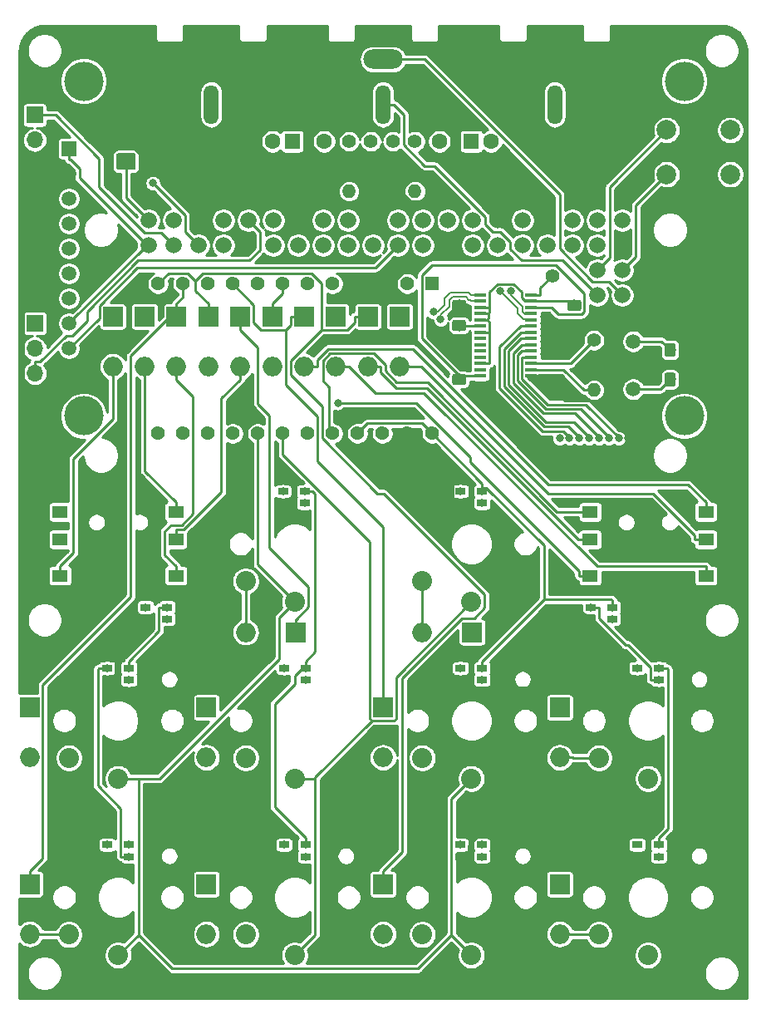
<source format=gtl>
G04 #@! TF.GenerationSoftware,KiCad,Pcbnew,(5.1.2)-1*
G04 #@! TF.CreationDate,2019-07-23T06:59:24+09:00*
G04 #@! TF.ProjectId,ORCA_MINI,4f524341-5f4d-4494-9e49-2e6b69636164,rev?*
G04 #@! TF.SameCoordinates,Original*
G04 #@! TF.FileFunction,Copper,L1,Top*
G04 #@! TF.FilePolarity,Positive*
%FSLAX46Y46*%
G04 Gerber Fmt 4.6, Leading zero omitted, Abs format (unit mm)*
G04 Created by KiCad (PCBNEW (5.1.2)-1) date 2019-07-23 06:59:24*
%MOMM*%
%LPD*%
G04 APERTURE LIST*
%ADD10C,4.000000*%
%ADD11C,1.500000*%
%ADD12R,1.500000X1.500000*%
%ADD13C,1.665000*%
%ADD14O,4.000000X2.000000*%
%ADD15O,1.500000X4.000000*%
%ADD16C,0.100000*%
%ADD17C,1.150000*%
%ADD18C,1.600000*%
%ADD19R,1.600000X1.600000*%
%ADD20O,2.000000X2.000000*%
%ADD21R,2.000000X2.000000*%
%ADD22R,1.000000X0.700000*%
%ADD23R,1.425000X1.425000*%
%ADD24C,1.425000*%
%ADD25R,1.700000X1.700000*%
%ADD26O,1.700000X1.700000*%
%ADD27O,1.400000X1.400000*%
%ADD28C,1.400000*%
%ADD29C,2.032000*%
%ADD30R,1.600000X1.300000*%
%ADD31C,2.000000*%
%ADD32R,1.200000X0.400000*%
%ADD33C,1.700000*%
%ADD34O,2.000000X1.700000*%
%ADD35C,0.800000*%
%ADD36C,0.250000*%
%ADD37C,0.200000*%
%ADD38C,0.254000*%
G04 APERTURE END LIST*
D10*
X92000000Y-90210000D03*
X153200000Y-90210000D03*
X153200000Y-56110000D03*
X92000000Y-56110000D03*
D11*
X90500000Y-83320000D03*
X90500000Y-80780000D03*
X90500000Y-78240000D03*
X90500000Y-75700000D03*
X90500000Y-73160000D03*
X90500000Y-70620000D03*
X90500000Y-68080000D03*
X90500000Y-65540000D03*
D12*
X90500000Y-63000000D03*
D13*
X146875000Y-77910000D03*
X144335000Y-77910000D03*
X144335000Y-75370000D03*
X146875000Y-75370000D03*
X146875000Y-70290000D03*
X146875000Y-72830000D03*
X144335000Y-70290000D03*
X144335000Y-72830000D03*
X141795000Y-70290000D03*
X141795000Y-72830000D03*
X139255000Y-70290000D03*
X139255000Y-72830000D03*
X136715000Y-70290000D03*
X136715000Y-72830000D03*
X134175000Y-70290000D03*
X134175000Y-72830000D03*
X131635000Y-70290000D03*
X131635000Y-72830000D03*
X129095000Y-70290000D03*
X129095000Y-72830000D03*
X126555000Y-70290000D03*
X126555000Y-72830000D03*
X124015000Y-70290000D03*
X124015000Y-72830000D03*
X121475000Y-70290000D03*
X121475000Y-72830000D03*
X118935000Y-70290000D03*
X118935000Y-72830000D03*
X116395000Y-70290000D03*
X116395000Y-72830000D03*
X113855000Y-70290000D03*
X113855000Y-72830000D03*
X111315000Y-70290000D03*
X111315000Y-72830000D03*
X108775000Y-70290000D03*
X108775000Y-72830000D03*
X106235000Y-70290000D03*
X106235000Y-72830000D03*
X103695000Y-70290000D03*
X103695000Y-72830000D03*
X101155000Y-70290000D03*
X101155000Y-72830000D03*
X98615000Y-70290000D03*
X98615000Y-72830000D03*
D14*
X122500000Y-53900000D03*
D15*
X122500000Y-58500000D03*
D16*
G36*
X152099505Y-85801204D02*
G01*
X152123773Y-85804804D01*
X152147572Y-85810765D01*
X152170671Y-85819030D01*
X152192850Y-85829520D01*
X152213893Y-85842132D01*
X152233599Y-85856747D01*
X152251777Y-85873223D01*
X152268253Y-85891401D01*
X152282868Y-85911107D01*
X152295480Y-85932150D01*
X152305970Y-85954329D01*
X152314235Y-85977428D01*
X152320196Y-86001227D01*
X152323796Y-86025495D01*
X152325000Y-86049999D01*
X152325000Y-86950001D01*
X152323796Y-86974505D01*
X152320196Y-86998773D01*
X152314235Y-87022572D01*
X152305970Y-87045671D01*
X152295480Y-87067850D01*
X152282868Y-87088893D01*
X152268253Y-87108599D01*
X152251777Y-87126777D01*
X152233599Y-87143253D01*
X152213893Y-87157868D01*
X152192850Y-87170480D01*
X152170671Y-87180970D01*
X152147572Y-87189235D01*
X152123773Y-87195196D01*
X152099505Y-87198796D01*
X152075001Y-87200000D01*
X151424999Y-87200000D01*
X151400495Y-87198796D01*
X151376227Y-87195196D01*
X151352428Y-87189235D01*
X151329329Y-87180970D01*
X151307150Y-87170480D01*
X151286107Y-87157868D01*
X151266401Y-87143253D01*
X151248223Y-87126777D01*
X151231747Y-87108599D01*
X151217132Y-87088893D01*
X151204520Y-87067850D01*
X151194030Y-87045671D01*
X151185765Y-87022572D01*
X151179804Y-86998773D01*
X151176204Y-86974505D01*
X151175000Y-86950001D01*
X151175000Y-86049999D01*
X151176204Y-86025495D01*
X151179804Y-86001227D01*
X151185765Y-85977428D01*
X151194030Y-85954329D01*
X151204520Y-85932150D01*
X151217132Y-85911107D01*
X151231747Y-85891401D01*
X151248223Y-85873223D01*
X151266401Y-85856747D01*
X151286107Y-85842132D01*
X151307150Y-85829520D01*
X151329329Y-85819030D01*
X151352428Y-85810765D01*
X151376227Y-85804804D01*
X151400495Y-85801204D01*
X151424999Y-85800000D01*
X152075001Y-85800000D01*
X152099505Y-85801204D01*
X152099505Y-85801204D01*
G37*
D17*
X151750000Y-86500000D03*
D16*
G36*
X154149505Y-85801204D02*
G01*
X154173773Y-85804804D01*
X154197572Y-85810765D01*
X154220671Y-85819030D01*
X154242850Y-85829520D01*
X154263893Y-85842132D01*
X154283599Y-85856747D01*
X154301777Y-85873223D01*
X154318253Y-85891401D01*
X154332868Y-85911107D01*
X154345480Y-85932150D01*
X154355970Y-85954329D01*
X154364235Y-85977428D01*
X154370196Y-86001227D01*
X154373796Y-86025495D01*
X154375000Y-86049999D01*
X154375000Y-86950001D01*
X154373796Y-86974505D01*
X154370196Y-86998773D01*
X154364235Y-87022572D01*
X154355970Y-87045671D01*
X154345480Y-87067850D01*
X154332868Y-87088893D01*
X154318253Y-87108599D01*
X154301777Y-87126777D01*
X154283599Y-87143253D01*
X154263893Y-87157868D01*
X154242850Y-87170480D01*
X154220671Y-87180970D01*
X154197572Y-87189235D01*
X154173773Y-87195196D01*
X154149505Y-87198796D01*
X154125001Y-87200000D01*
X153474999Y-87200000D01*
X153450495Y-87198796D01*
X153426227Y-87195196D01*
X153402428Y-87189235D01*
X153379329Y-87180970D01*
X153357150Y-87170480D01*
X153336107Y-87157868D01*
X153316401Y-87143253D01*
X153298223Y-87126777D01*
X153281747Y-87108599D01*
X153267132Y-87088893D01*
X153254520Y-87067850D01*
X153244030Y-87045671D01*
X153235765Y-87022572D01*
X153229804Y-86998773D01*
X153226204Y-86974505D01*
X153225000Y-86950001D01*
X153225000Y-86049999D01*
X153226204Y-86025495D01*
X153229804Y-86001227D01*
X153235765Y-85977428D01*
X153244030Y-85954329D01*
X153254520Y-85932150D01*
X153267132Y-85911107D01*
X153281747Y-85891401D01*
X153298223Y-85873223D01*
X153316401Y-85856747D01*
X153336107Y-85842132D01*
X153357150Y-85829520D01*
X153379329Y-85819030D01*
X153402428Y-85810765D01*
X153426227Y-85804804D01*
X153450495Y-85801204D01*
X153474999Y-85800000D01*
X154125001Y-85800000D01*
X154149505Y-85801204D01*
X154149505Y-85801204D01*
G37*
D17*
X153800000Y-86500000D03*
D16*
G36*
X154149505Y-82801204D02*
G01*
X154173773Y-82804804D01*
X154197572Y-82810765D01*
X154220671Y-82819030D01*
X154242850Y-82829520D01*
X154263893Y-82842132D01*
X154283599Y-82856747D01*
X154301777Y-82873223D01*
X154318253Y-82891401D01*
X154332868Y-82911107D01*
X154345480Y-82932150D01*
X154355970Y-82954329D01*
X154364235Y-82977428D01*
X154370196Y-83001227D01*
X154373796Y-83025495D01*
X154375000Y-83049999D01*
X154375000Y-83950001D01*
X154373796Y-83974505D01*
X154370196Y-83998773D01*
X154364235Y-84022572D01*
X154355970Y-84045671D01*
X154345480Y-84067850D01*
X154332868Y-84088893D01*
X154318253Y-84108599D01*
X154301777Y-84126777D01*
X154283599Y-84143253D01*
X154263893Y-84157868D01*
X154242850Y-84170480D01*
X154220671Y-84180970D01*
X154197572Y-84189235D01*
X154173773Y-84195196D01*
X154149505Y-84198796D01*
X154125001Y-84200000D01*
X153474999Y-84200000D01*
X153450495Y-84198796D01*
X153426227Y-84195196D01*
X153402428Y-84189235D01*
X153379329Y-84180970D01*
X153357150Y-84170480D01*
X153336107Y-84157868D01*
X153316401Y-84143253D01*
X153298223Y-84126777D01*
X153281747Y-84108599D01*
X153267132Y-84088893D01*
X153254520Y-84067850D01*
X153244030Y-84045671D01*
X153235765Y-84022572D01*
X153229804Y-83998773D01*
X153226204Y-83974505D01*
X153225000Y-83950001D01*
X153225000Y-83049999D01*
X153226204Y-83025495D01*
X153229804Y-83001227D01*
X153235765Y-82977428D01*
X153244030Y-82954329D01*
X153254520Y-82932150D01*
X153267132Y-82911107D01*
X153281747Y-82891401D01*
X153298223Y-82873223D01*
X153316401Y-82856747D01*
X153336107Y-82842132D01*
X153357150Y-82829520D01*
X153379329Y-82819030D01*
X153402428Y-82810765D01*
X153426227Y-82804804D01*
X153450495Y-82801204D01*
X153474999Y-82800000D01*
X154125001Y-82800000D01*
X154149505Y-82801204D01*
X154149505Y-82801204D01*
G37*
D17*
X153800000Y-83500000D03*
D16*
G36*
X152099505Y-82801204D02*
G01*
X152123773Y-82804804D01*
X152147572Y-82810765D01*
X152170671Y-82819030D01*
X152192850Y-82829520D01*
X152213893Y-82842132D01*
X152233599Y-82856747D01*
X152251777Y-82873223D01*
X152268253Y-82891401D01*
X152282868Y-82911107D01*
X152295480Y-82932150D01*
X152305970Y-82954329D01*
X152314235Y-82977428D01*
X152320196Y-83001227D01*
X152323796Y-83025495D01*
X152325000Y-83049999D01*
X152325000Y-83950001D01*
X152323796Y-83974505D01*
X152320196Y-83998773D01*
X152314235Y-84022572D01*
X152305970Y-84045671D01*
X152295480Y-84067850D01*
X152282868Y-84088893D01*
X152268253Y-84108599D01*
X152251777Y-84126777D01*
X152233599Y-84143253D01*
X152213893Y-84157868D01*
X152192850Y-84170480D01*
X152170671Y-84180970D01*
X152147572Y-84189235D01*
X152123773Y-84195196D01*
X152099505Y-84198796D01*
X152075001Y-84200000D01*
X151424999Y-84200000D01*
X151400495Y-84198796D01*
X151376227Y-84195196D01*
X151352428Y-84189235D01*
X151329329Y-84180970D01*
X151307150Y-84170480D01*
X151286107Y-84157868D01*
X151266401Y-84143253D01*
X151248223Y-84126777D01*
X151231747Y-84108599D01*
X151217132Y-84088893D01*
X151204520Y-84067850D01*
X151194030Y-84045671D01*
X151185765Y-84022572D01*
X151179804Y-83998773D01*
X151176204Y-83974505D01*
X151175000Y-83950001D01*
X151175000Y-83049999D01*
X151176204Y-83025495D01*
X151179804Y-83001227D01*
X151185765Y-82977428D01*
X151194030Y-82954329D01*
X151204520Y-82932150D01*
X151217132Y-82911107D01*
X151231747Y-82891401D01*
X151248223Y-82873223D01*
X151266401Y-82856747D01*
X151286107Y-82842132D01*
X151307150Y-82829520D01*
X151329329Y-82819030D01*
X151352428Y-82810765D01*
X151376227Y-82804804D01*
X151400495Y-82801204D01*
X151424999Y-82800000D01*
X152075001Y-82800000D01*
X152099505Y-82801204D01*
X152099505Y-82801204D01*
G37*
D17*
X151750000Y-83500000D03*
D16*
G36*
X130724505Y-83876204D02*
G01*
X130748773Y-83879804D01*
X130772572Y-83885765D01*
X130795671Y-83894030D01*
X130817850Y-83904520D01*
X130838893Y-83917132D01*
X130858599Y-83931747D01*
X130876777Y-83948223D01*
X130893253Y-83966401D01*
X130907868Y-83986107D01*
X130920480Y-84007150D01*
X130930970Y-84029329D01*
X130939235Y-84052428D01*
X130945196Y-84076227D01*
X130948796Y-84100495D01*
X130950000Y-84124999D01*
X130950000Y-84775001D01*
X130948796Y-84799505D01*
X130945196Y-84823773D01*
X130939235Y-84847572D01*
X130930970Y-84870671D01*
X130920480Y-84892850D01*
X130907868Y-84913893D01*
X130893253Y-84933599D01*
X130876777Y-84951777D01*
X130858599Y-84968253D01*
X130838893Y-84982868D01*
X130817850Y-84995480D01*
X130795671Y-85005970D01*
X130772572Y-85014235D01*
X130748773Y-85020196D01*
X130724505Y-85023796D01*
X130700001Y-85025000D01*
X129799999Y-85025000D01*
X129775495Y-85023796D01*
X129751227Y-85020196D01*
X129727428Y-85014235D01*
X129704329Y-85005970D01*
X129682150Y-84995480D01*
X129661107Y-84982868D01*
X129641401Y-84968253D01*
X129623223Y-84951777D01*
X129606747Y-84933599D01*
X129592132Y-84913893D01*
X129579520Y-84892850D01*
X129569030Y-84870671D01*
X129560765Y-84847572D01*
X129554804Y-84823773D01*
X129551204Y-84799505D01*
X129550000Y-84775001D01*
X129550000Y-84124999D01*
X129551204Y-84100495D01*
X129554804Y-84076227D01*
X129560765Y-84052428D01*
X129569030Y-84029329D01*
X129579520Y-84007150D01*
X129592132Y-83986107D01*
X129606747Y-83966401D01*
X129623223Y-83948223D01*
X129641401Y-83931747D01*
X129661107Y-83917132D01*
X129682150Y-83904520D01*
X129704329Y-83894030D01*
X129727428Y-83885765D01*
X129751227Y-83879804D01*
X129775495Y-83876204D01*
X129799999Y-83875000D01*
X130700001Y-83875000D01*
X130724505Y-83876204D01*
X130724505Y-83876204D01*
G37*
D17*
X130250000Y-84450000D03*
D16*
G36*
X130724505Y-85926204D02*
G01*
X130748773Y-85929804D01*
X130772572Y-85935765D01*
X130795671Y-85944030D01*
X130817850Y-85954520D01*
X130838893Y-85967132D01*
X130858599Y-85981747D01*
X130876777Y-85998223D01*
X130893253Y-86016401D01*
X130907868Y-86036107D01*
X130920480Y-86057150D01*
X130930970Y-86079329D01*
X130939235Y-86102428D01*
X130945196Y-86126227D01*
X130948796Y-86150495D01*
X130950000Y-86174999D01*
X130950000Y-86825001D01*
X130948796Y-86849505D01*
X130945196Y-86873773D01*
X130939235Y-86897572D01*
X130930970Y-86920671D01*
X130920480Y-86942850D01*
X130907868Y-86963893D01*
X130893253Y-86983599D01*
X130876777Y-87001777D01*
X130858599Y-87018253D01*
X130838893Y-87032868D01*
X130817850Y-87045480D01*
X130795671Y-87055970D01*
X130772572Y-87064235D01*
X130748773Y-87070196D01*
X130724505Y-87073796D01*
X130700001Y-87075000D01*
X129799999Y-87075000D01*
X129775495Y-87073796D01*
X129751227Y-87070196D01*
X129727428Y-87064235D01*
X129704329Y-87055970D01*
X129682150Y-87045480D01*
X129661107Y-87032868D01*
X129641401Y-87018253D01*
X129623223Y-87001777D01*
X129606747Y-86983599D01*
X129592132Y-86963893D01*
X129579520Y-86942850D01*
X129569030Y-86920671D01*
X129560765Y-86897572D01*
X129554804Y-86873773D01*
X129551204Y-86849505D01*
X129550000Y-86825001D01*
X129550000Y-86174999D01*
X129551204Y-86150495D01*
X129554804Y-86126227D01*
X129560765Y-86102428D01*
X129569030Y-86079329D01*
X129579520Y-86057150D01*
X129592132Y-86036107D01*
X129606747Y-86016401D01*
X129623223Y-85998223D01*
X129641401Y-85981747D01*
X129661107Y-85967132D01*
X129682150Y-85954520D01*
X129704329Y-85944030D01*
X129727428Y-85935765D01*
X129751227Y-85929804D01*
X129775495Y-85926204D01*
X129799999Y-85925000D01*
X130700001Y-85925000D01*
X130724505Y-85926204D01*
X130724505Y-85926204D01*
G37*
D17*
X130250000Y-86500000D03*
D16*
G36*
X142474505Y-78376204D02*
G01*
X142498773Y-78379804D01*
X142522572Y-78385765D01*
X142545671Y-78394030D01*
X142567850Y-78404520D01*
X142588893Y-78417132D01*
X142608599Y-78431747D01*
X142626777Y-78448223D01*
X142643253Y-78466401D01*
X142657868Y-78486107D01*
X142670480Y-78507150D01*
X142680970Y-78529329D01*
X142689235Y-78552428D01*
X142695196Y-78576227D01*
X142698796Y-78600495D01*
X142700000Y-78624999D01*
X142700000Y-79275001D01*
X142698796Y-79299505D01*
X142695196Y-79323773D01*
X142689235Y-79347572D01*
X142680970Y-79370671D01*
X142670480Y-79392850D01*
X142657868Y-79413893D01*
X142643253Y-79433599D01*
X142626777Y-79451777D01*
X142608599Y-79468253D01*
X142588893Y-79482868D01*
X142567850Y-79495480D01*
X142545671Y-79505970D01*
X142522572Y-79514235D01*
X142498773Y-79520196D01*
X142474505Y-79523796D01*
X142450001Y-79525000D01*
X141549999Y-79525000D01*
X141525495Y-79523796D01*
X141501227Y-79520196D01*
X141477428Y-79514235D01*
X141454329Y-79505970D01*
X141432150Y-79495480D01*
X141411107Y-79482868D01*
X141391401Y-79468253D01*
X141373223Y-79451777D01*
X141356747Y-79433599D01*
X141342132Y-79413893D01*
X141329520Y-79392850D01*
X141319030Y-79370671D01*
X141310765Y-79347572D01*
X141304804Y-79323773D01*
X141301204Y-79299505D01*
X141300000Y-79275001D01*
X141300000Y-78624999D01*
X141301204Y-78600495D01*
X141304804Y-78576227D01*
X141310765Y-78552428D01*
X141319030Y-78529329D01*
X141329520Y-78507150D01*
X141342132Y-78486107D01*
X141356747Y-78466401D01*
X141373223Y-78448223D01*
X141391401Y-78431747D01*
X141411107Y-78417132D01*
X141432150Y-78404520D01*
X141454329Y-78394030D01*
X141477428Y-78385765D01*
X141501227Y-78379804D01*
X141525495Y-78376204D01*
X141549999Y-78375000D01*
X142450001Y-78375000D01*
X142474505Y-78376204D01*
X142474505Y-78376204D01*
G37*
D17*
X142000000Y-78950000D03*
D16*
G36*
X142474505Y-80426204D02*
G01*
X142498773Y-80429804D01*
X142522572Y-80435765D01*
X142545671Y-80444030D01*
X142567850Y-80454520D01*
X142588893Y-80467132D01*
X142608599Y-80481747D01*
X142626777Y-80498223D01*
X142643253Y-80516401D01*
X142657868Y-80536107D01*
X142670480Y-80557150D01*
X142680970Y-80579329D01*
X142689235Y-80602428D01*
X142695196Y-80626227D01*
X142698796Y-80650495D01*
X142700000Y-80674999D01*
X142700000Y-81325001D01*
X142698796Y-81349505D01*
X142695196Y-81373773D01*
X142689235Y-81397572D01*
X142680970Y-81420671D01*
X142670480Y-81442850D01*
X142657868Y-81463893D01*
X142643253Y-81483599D01*
X142626777Y-81501777D01*
X142608599Y-81518253D01*
X142588893Y-81532868D01*
X142567850Y-81545480D01*
X142545671Y-81555970D01*
X142522572Y-81564235D01*
X142498773Y-81570196D01*
X142474505Y-81573796D01*
X142450001Y-81575000D01*
X141549999Y-81575000D01*
X141525495Y-81573796D01*
X141501227Y-81570196D01*
X141477428Y-81564235D01*
X141454329Y-81555970D01*
X141432150Y-81545480D01*
X141411107Y-81532868D01*
X141391401Y-81518253D01*
X141373223Y-81501777D01*
X141356747Y-81483599D01*
X141342132Y-81463893D01*
X141329520Y-81442850D01*
X141319030Y-81420671D01*
X141310765Y-81397572D01*
X141304804Y-81373773D01*
X141301204Y-81349505D01*
X141300000Y-81325001D01*
X141300000Y-80674999D01*
X141301204Y-80650495D01*
X141304804Y-80626227D01*
X141310765Y-80602428D01*
X141319030Y-80579329D01*
X141329520Y-80557150D01*
X141342132Y-80536107D01*
X141356747Y-80516401D01*
X141373223Y-80498223D01*
X141391401Y-80481747D01*
X141411107Y-80467132D01*
X141432150Y-80454520D01*
X141454329Y-80444030D01*
X141477428Y-80435765D01*
X141501227Y-80429804D01*
X141525495Y-80426204D01*
X141549999Y-80425000D01*
X142450001Y-80425000D01*
X142474505Y-80426204D01*
X142474505Y-80426204D01*
G37*
D17*
X142000000Y-81000000D03*
D16*
G36*
X130724505Y-80426204D02*
G01*
X130748773Y-80429804D01*
X130772572Y-80435765D01*
X130795671Y-80444030D01*
X130817850Y-80454520D01*
X130838893Y-80467132D01*
X130858599Y-80481747D01*
X130876777Y-80498223D01*
X130893253Y-80516401D01*
X130907868Y-80536107D01*
X130920480Y-80557150D01*
X130930970Y-80579329D01*
X130939235Y-80602428D01*
X130945196Y-80626227D01*
X130948796Y-80650495D01*
X130950000Y-80674999D01*
X130950000Y-81325001D01*
X130948796Y-81349505D01*
X130945196Y-81373773D01*
X130939235Y-81397572D01*
X130930970Y-81420671D01*
X130920480Y-81442850D01*
X130907868Y-81463893D01*
X130893253Y-81483599D01*
X130876777Y-81501777D01*
X130858599Y-81518253D01*
X130838893Y-81532868D01*
X130817850Y-81545480D01*
X130795671Y-81555970D01*
X130772572Y-81564235D01*
X130748773Y-81570196D01*
X130724505Y-81573796D01*
X130700001Y-81575000D01*
X129799999Y-81575000D01*
X129775495Y-81573796D01*
X129751227Y-81570196D01*
X129727428Y-81564235D01*
X129704329Y-81555970D01*
X129682150Y-81545480D01*
X129661107Y-81532868D01*
X129641401Y-81518253D01*
X129623223Y-81501777D01*
X129606747Y-81483599D01*
X129592132Y-81463893D01*
X129579520Y-81442850D01*
X129569030Y-81420671D01*
X129560765Y-81397572D01*
X129554804Y-81373773D01*
X129551204Y-81349505D01*
X129550000Y-81325001D01*
X129550000Y-80674999D01*
X129551204Y-80650495D01*
X129554804Y-80626227D01*
X129560765Y-80602428D01*
X129569030Y-80579329D01*
X129579520Y-80557150D01*
X129592132Y-80536107D01*
X129606747Y-80516401D01*
X129623223Y-80498223D01*
X129641401Y-80481747D01*
X129661107Y-80467132D01*
X129682150Y-80454520D01*
X129704329Y-80444030D01*
X129727428Y-80435765D01*
X129751227Y-80429804D01*
X129775495Y-80426204D01*
X129799999Y-80425000D01*
X130700001Y-80425000D01*
X130724505Y-80426204D01*
X130724505Y-80426204D01*
G37*
D17*
X130250000Y-81000000D03*
D16*
G36*
X130724505Y-78376204D02*
G01*
X130748773Y-78379804D01*
X130772572Y-78385765D01*
X130795671Y-78394030D01*
X130817850Y-78404520D01*
X130838893Y-78417132D01*
X130858599Y-78431747D01*
X130876777Y-78448223D01*
X130893253Y-78466401D01*
X130907868Y-78486107D01*
X130920480Y-78507150D01*
X130930970Y-78529329D01*
X130939235Y-78552428D01*
X130945196Y-78576227D01*
X130948796Y-78600495D01*
X130950000Y-78624999D01*
X130950000Y-79275001D01*
X130948796Y-79299505D01*
X130945196Y-79323773D01*
X130939235Y-79347572D01*
X130930970Y-79370671D01*
X130920480Y-79392850D01*
X130907868Y-79413893D01*
X130893253Y-79433599D01*
X130876777Y-79451777D01*
X130858599Y-79468253D01*
X130838893Y-79482868D01*
X130817850Y-79495480D01*
X130795671Y-79505970D01*
X130772572Y-79514235D01*
X130748773Y-79520196D01*
X130724505Y-79523796D01*
X130700001Y-79525000D01*
X129799999Y-79525000D01*
X129775495Y-79523796D01*
X129751227Y-79520196D01*
X129727428Y-79514235D01*
X129704329Y-79505970D01*
X129682150Y-79495480D01*
X129661107Y-79482868D01*
X129641401Y-79468253D01*
X129623223Y-79451777D01*
X129606747Y-79433599D01*
X129592132Y-79413893D01*
X129579520Y-79392850D01*
X129569030Y-79370671D01*
X129560765Y-79347572D01*
X129554804Y-79323773D01*
X129551204Y-79299505D01*
X129550000Y-79275001D01*
X129550000Y-78624999D01*
X129551204Y-78600495D01*
X129554804Y-78576227D01*
X129560765Y-78552428D01*
X129569030Y-78529329D01*
X129579520Y-78507150D01*
X129592132Y-78486107D01*
X129606747Y-78466401D01*
X129623223Y-78448223D01*
X129641401Y-78431747D01*
X129661107Y-78417132D01*
X129682150Y-78404520D01*
X129704329Y-78394030D01*
X129727428Y-78385765D01*
X129751227Y-78379804D01*
X129775495Y-78376204D01*
X129799999Y-78375000D01*
X130700001Y-78375000D01*
X130724505Y-78376204D01*
X130724505Y-78376204D01*
G37*
D17*
X130250000Y-78950000D03*
D18*
X111250000Y-62250000D03*
D19*
X113250000Y-62250000D03*
D18*
X116500000Y-62250000D03*
X116500000Y-67250000D03*
X128250000Y-67250000D03*
X128250000Y-62250000D03*
D19*
X131500000Y-62250000D03*
D18*
X133500000Y-62250000D03*
D20*
X86500000Y-125000000D03*
D21*
X86500000Y-119920000D03*
X104500000Y-119920000D03*
D20*
X104500000Y-125000000D03*
D21*
X122500000Y-119920000D03*
D20*
X122500000Y-125000000D03*
D21*
X140500000Y-119920000D03*
D20*
X140500000Y-125000000D03*
X86500000Y-143000000D03*
D21*
X86500000Y-137920000D03*
D20*
X104500000Y-143000000D03*
D21*
X104500000Y-137920000D03*
X122500000Y-137920000D03*
D20*
X122500000Y-143000000D03*
D21*
X140500000Y-137920000D03*
D20*
X140500000Y-143000000D03*
D21*
X113580000Y-112250000D03*
D20*
X108500000Y-112250000D03*
X126500000Y-112250000D03*
D21*
X131580000Y-112250000D03*
D20*
X94950000Y-85180000D03*
D21*
X94950000Y-80100000D03*
D20*
X98200000Y-85180000D03*
D21*
X98200000Y-80100000D03*
X101450000Y-80100000D03*
D20*
X101450000Y-85180000D03*
X104700000Y-85180000D03*
D21*
X104700000Y-80100000D03*
X107950000Y-80100000D03*
D20*
X107950000Y-85180000D03*
D21*
X111200000Y-80100000D03*
D20*
X111200000Y-85180000D03*
X114450000Y-85180000D03*
D21*
X114450000Y-80100000D03*
D20*
X117700000Y-85180000D03*
D21*
X117700000Y-80100000D03*
D20*
X120950000Y-85180000D03*
D21*
X120950000Y-80100000D03*
X124200000Y-80100000D03*
D20*
X124200000Y-85180000D03*
D22*
X100500000Y-109700000D03*
X100500000Y-110900000D03*
X98300000Y-110900000D03*
X98300000Y-109700000D03*
X112300000Y-97900000D03*
X112300000Y-99100000D03*
X114500000Y-99100000D03*
X114500000Y-97900000D03*
X130400000Y-97900000D03*
X130400000Y-99100000D03*
X132600000Y-99100000D03*
X132600000Y-97900000D03*
X145900000Y-109700000D03*
X145900000Y-110900000D03*
X143700000Y-110900000D03*
X143700000Y-109700000D03*
X148400000Y-115900000D03*
X148400000Y-117100000D03*
X150600000Y-117100000D03*
X150600000Y-115900000D03*
X132600000Y-115900000D03*
X132600000Y-117100000D03*
X130400000Y-117100000D03*
X130400000Y-115900000D03*
X112400000Y-115900000D03*
X112400000Y-117100000D03*
X114600000Y-117100000D03*
X114600000Y-115900000D03*
X96600000Y-115900000D03*
X96600000Y-117100000D03*
X94400000Y-117100000D03*
X94400000Y-115900000D03*
X94400000Y-133900000D03*
X94400000Y-135100000D03*
X96600000Y-135100000D03*
X96600000Y-133900000D03*
X114600000Y-133900000D03*
X114600000Y-135100000D03*
X112400000Y-135100000D03*
X112400000Y-133900000D03*
X130400000Y-133900000D03*
X130400000Y-135100000D03*
X132600000Y-135100000D03*
X132600000Y-133900000D03*
X150600000Y-133900000D03*
X150600000Y-135100000D03*
X148400000Y-135100000D03*
X148400000Y-133900000D03*
D23*
X127500000Y-76750000D03*
D24*
X124960000Y-76750000D03*
X122420000Y-76750000D03*
X119880000Y-76750000D03*
X117340000Y-76750000D03*
X114800000Y-76750000D03*
X112260000Y-76750000D03*
X109720000Y-76750000D03*
X107180000Y-76750000D03*
X104640000Y-76750000D03*
X102100000Y-76750000D03*
X99560000Y-76750000D03*
X99560000Y-92000000D03*
X102100000Y-92000000D03*
X104640000Y-92000000D03*
X107180000Y-92000000D03*
X109720000Y-92000000D03*
X112260000Y-92000000D03*
X114800000Y-92000000D03*
X117340000Y-92000000D03*
X119880000Y-92000000D03*
X122420000Y-92000000D03*
X124960000Y-92000000D03*
X127500000Y-92000000D03*
D14*
X105000000Y-53900000D03*
D15*
X105000000Y-58500000D03*
X140000000Y-58500000D03*
D14*
X140000000Y-53900000D03*
D25*
X87000000Y-59575000D03*
D26*
X87000000Y-62115000D03*
D25*
X87000000Y-80800000D03*
D26*
X87000000Y-83340000D03*
X87000000Y-85880000D03*
X87000000Y-88420000D03*
D27*
X144000000Y-87580000D03*
D28*
X144000000Y-82500000D03*
X139750000Y-75920000D03*
D27*
X139750000Y-81000000D03*
D28*
X119035000Y-62250000D03*
D27*
X119035000Y-67330000D03*
X121250000Y-67330000D03*
D28*
X121250000Y-62250000D03*
D27*
X125750000Y-67330000D03*
D28*
X125750000Y-62250000D03*
X123500000Y-62250000D03*
D27*
X123500000Y-67330000D03*
D29*
X95500000Y-127150000D03*
X90500000Y-125050000D03*
X108500000Y-125050000D03*
X113500000Y-127150000D03*
X131500000Y-127150000D03*
X126500000Y-125050000D03*
X144500000Y-125050000D03*
X149500000Y-127150000D03*
X95500000Y-145150000D03*
X90500000Y-143050000D03*
X108500000Y-143050000D03*
X113500000Y-145150000D03*
X131500000Y-145150000D03*
X126500000Y-143050000D03*
X144500000Y-143050000D03*
X149500000Y-145150000D03*
X113500000Y-109150000D03*
X108500000Y-107050000D03*
X126500000Y-107050000D03*
X131500000Y-109150000D03*
D30*
X101400000Y-100000000D03*
X101400000Y-102800000D03*
X101400000Y-106500000D03*
X89600000Y-106500000D03*
X89600000Y-102800000D03*
X89600000Y-100000000D03*
X143600000Y-100000000D03*
X143600000Y-102800000D03*
X143600000Y-106500000D03*
X155400000Y-106500000D03*
X155400000Y-102800000D03*
X155400000Y-100000000D03*
D31*
X151400000Y-65600000D03*
X151400000Y-61100000D03*
X157900000Y-65600000D03*
X157900000Y-61100000D03*
D11*
X148000000Y-87500000D03*
X148000000Y-82620000D03*
D32*
X137600000Y-86127500D03*
X137600000Y-85492500D03*
X137600000Y-84857500D03*
X137600000Y-84222500D03*
X137600000Y-83587500D03*
X137600000Y-82952500D03*
X137600000Y-82317500D03*
X137600000Y-81682500D03*
X137600000Y-81047500D03*
X137600000Y-80412500D03*
X137600000Y-79777500D03*
X137600000Y-79142500D03*
X137600000Y-78507500D03*
X137600000Y-77872500D03*
X132400000Y-77872500D03*
X132400000Y-78507500D03*
X132400000Y-79142500D03*
X132400000Y-79777500D03*
X132400000Y-80412500D03*
X132400000Y-81047500D03*
X132400000Y-81682500D03*
X132400000Y-82317500D03*
X132400000Y-82952500D03*
X132400000Y-83587500D03*
X132400000Y-84222500D03*
X132400000Y-84857500D03*
X132400000Y-85492500D03*
X132400000Y-86127500D03*
D16*
G36*
X97074504Y-63451204D02*
G01*
X97098773Y-63454804D01*
X97122571Y-63460765D01*
X97145671Y-63469030D01*
X97167849Y-63479520D01*
X97188893Y-63492133D01*
X97208598Y-63506747D01*
X97226777Y-63523223D01*
X97243253Y-63541402D01*
X97257867Y-63561107D01*
X97270480Y-63582151D01*
X97280970Y-63604329D01*
X97289235Y-63627429D01*
X97295196Y-63651227D01*
X97298796Y-63675496D01*
X97300000Y-63700000D01*
X97300000Y-64900000D01*
X97298796Y-64924504D01*
X97295196Y-64948773D01*
X97289235Y-64972571D01*
X97280970Y-64995671D01*
X97270480Y-65017849D01*
X97257867Y-65038893D01*
X97243253Y-65058598D01*
X97226777Y-65076777D01*
X97208598Y-65093253D01*
X97188893Y-65107867D01*
X97167849Y-65120480D01*
X97145671Y-65130970D01*
X97122571Y-65139235D01*
X97098773Y-65145196D01*
X97074504Y-65148796D01*
X97050000Y-65150000D01*
X95550000Y-65150000D01*
X95525496Y-65148796D01*
X95501227Y-65145196D01*
X95477429Y-65139235D01*
X95454329Y-65130970D01*
X95432151Y-65120480D01*
X95411107Y-65107867D01*
X95391402Y-65093253D01*
X95373223Y-65076777D01*
X95356747Y-65058598D01*
X95342133Y-65038893D01*
X95329520Y-65017849D01*
X95319030Y-64995671D01*
X95310765Y-64972571D01*
X95304804Y-64948773D01*
X95301204Y-64924504D01*
X95300000Y-64900000D01*
X95300000Y-63700000D01*
X95301204Y-63675496D01*
X95304804Y-63651227D01*
X95310765Y-63627429D01*
X95319030Y-63604329D01*
X95329520Y-63582151D01*
X95342133Y-63561107D01*
X95356747Y-63541402D01*
X95373223Y-63523223D01*
X95391402Y-63506747D01*
X95411107Y-63492133D01*
X95432151Y-63479520D01*
X95454329Y-63469030D01*
X95477429Y-63460765D01*
X95501227Y-63454804D01*
X95525496Y-63451204D01*
X95550000Y-63450000D01*
X97050000Y-63450000D01*
X97074504Y-63451204D01*
X97074504Y-63451204D01*
G37*
D33*
X96300000Y-64300000D03*
D34*
X96300000Y-61800000D03*
D35*
X147500000Y-92500000D03*
X130400000Y-99100000D03*
X130250000Y-84500000D03*
X130250000Y-79000000D03*
X98300000Y-110900000D03*
X112300000Y-99100000D03*
X143700000Y-110900000D03*
X130400000Y-117100000D03*
X148400000Y-117100000D03*
X148400000Y-135100000D03*
X130400000Y-135100000D03*
X112400000Y-135100000D03*
X94400000Y-135100000D03*
X94400000Y-117100000D03*
X112400000Y-117100000D03*
X139698900Y-87301100D03*
X141250000Y-87750000D03*
X152250000Y-98500000D03*
X153250000Y-99500000D03*
X141250000Y-99000000D03*
X142250000Y-101250000D03*
X140000000Y-105750000D03*
X140650000Y-107850000D03*
X133250000Y-88500000D03*
X134250000Y-89500000D03*
X135250000Y-90500000D03*
X136250000Y-91500000D03*
X140500000Y-92500000D03*
X132600000Y-97900000D03*
X100500000Y-109700000D03*
X114500000Y-97900000D03*
X145900000Y-109700000D03*
X132600000Y-115900000D03*
X150600000Y-115900000D03*
X150600000Y-133900000D03*
X132600000Y-133900000D03*
X114600000Y-133900000D03*
X96600000Y-133900000D03*
X96600000Y-115900000D03*
X114600000Y-115900000D03*
X130250000Y-81000000D03*
X89600000Y-106500000D03*
X101400000Y-100000000D03*
X101400000Y-106500000D03*
X89600000Y-102800000D03*
X101400000Y-102800000D03*
X117888800Y-88905700D03*
X143600000Y-106500000D03*
X155400000Y-100000000D03*
X155400000Y-106500000D03*
X143600000Y-102800000D03*
X155400000Y-102800000D03*
X98300000Y-109700000D03*
X114500000Y-99100000D03*
X132600000Y-99100000D03*
X112300000Y-97900000D03*
X130400000Y-97900000D03*
X145900000Y-110900000D03*
X143700000Y-109700000D03*
X150600000Y-117100000D03*
X132600000Y-117100000D03*
X148400000Y-115900000D03*
X130400000Y-115900000D03*
X114600000Y-117100000D03*
X96600000Y-117100000D03*
X112400000Y-115900000D03*
X96600000Y-135100000D03*
X94400000Y-115900000D03*
X114600000Y-135100000D03*
X94400000Y-133900000D03*
X132600000Y-135100000D03*
X112400000Y-133900000D03*
X150600000Y-135100000D03*
X130400000Y-133900000D03*
X99040300Y-66509800D03*
X89600000Y-100000000D03*
X143600000Y-100000000D03*
X100500000Y-110900000D03*
X130250000Y-86500000D03*
X146500000Y-92500000D03*
X145500000Y-92500000D03*
X144500000Y-92500000D03*
X143500000Y-92500000D03*
X142500000Y-92500000D03*
X141500000Y-92500000D03*
X134475000Y-77500000D03*
X135525000Y-77500000D03*
X127629000Y-79628800D03*
X128371000Y-80371200D03*
D36*
X148000000Y-87500000D02*
X150750000Y-87500000D01*
X150750000Y-87500000D02*
X151750000Y-86500000D01*
X144000000Y-87580000D02*
X142974700Y-87580000D01*
X137600000Y-85492500D02*
X140887200Y-85492500D01*
X140887200Y-85492500D02*
X142974700Y-87580000D01*
X147500000Y-91040700D02*
X145076700Y-88617400D01*
X147500000Y-92500000D02*
X147500000Y-91040700D01*
X147500000Y-91040700D02*
X148243400Y-91040700D01*
X148243400Y-91040700D02*
X151399500Y-87884600D01*
X151399500Y-87884600D02*
X152415400Y-87884600D01*
X152415400Y-87884600D02*
X153800000Y-86500000D01*
X145076700Y-88617400D02*
X141015200Y-88617400D01*
X141015200Y-88617400D02*
X139698900Y-87301100D01*
X142000000Y-81000000D02*
X143997500Y-81000000D01*
X143997500Y-81000000D02*
X145076700Y-82079200D01*
X145076700Y-82079200D02*
X145076700Y-88617400D01*
X137600000Y-86127500D02*
X138525300Y-86127500D01*
X139255000Y-70290000D02*
X138083500Y-71461500D01*
X138083500Y-71461500D02*
X135346500Y-71461500D01*
X135346500Y-71461500D02*
X134175000Y-70290000D01*
X134786900Y-117892500D02*
X130517200Y-117892500D01*
X130517200Y-117892500D02*
X130400000Y-117775300D01*
X143700000Y-113225300D02*
X139032800Y-117892500D01*
X139032800Y-117892500D02*
X134786900Y-117892500D01*
X134786900Y-117892500D02*
X134786900Y-130383000D01*
X134786900Y-130383000D02*
X131225300Y-133944600D01*
X131225300Y-133944600D02*
X131225300Y-135100000D01*
X148400000Y-135100000D02*
X139503900Y-135100000D01*
X139503900Y-135100000D02*
X134786900Y-130383000D01*
X143700000Y-113225300D02*
X147574700Y-117100000D01*
X143700000Y-111575300D02*
X143700000Y-113225300D01*
X130400000Y-117100000D02*
X130400000Y-117775300D01*
X130400000Y-135100000D02*
X131225300Y-135100000D01*
X130400000Y-99100000D02*
X129574700Y-99100000D01*
X129574700Y-99100000D02*
X129574700Y-96614700D01*
X129574700Y-96614700D02*
X124960000Y-92000000D01*
X87000000Y-88420000D02*
X87000000Y-87244700D01*
X90500000Y-65540000D02*
X85824700Y-70215300D01*
X85824700Y-70215300D02*
X85824700Y-86436800D01*
X85824700Y-86436800D02*
X86632600Y-87244700D01*
X86632600Y-87244700D02*
X87000000Y-87244700D01*
X98300000Y-110900000D02*
X98300000Y-111575300D01*
X94400000Y-117100000D02*
X95225300Y-117100000D01*
X95225300Y-117100000D02*
X95225300Y-114650000D01*
X95225300Y-114650000D02*
X98300000Y-111575300D01*
X130250000Y-79000000D02*
X130250000Y-78950000D01*
X143700000Y-110900000D02*
X143700000Y-111575300D01*
X148400000Y-117100000D02*
X147574700Y-117100000D01*
X142000000Y-81000000D02*
X139750000Y-81000000D01*
X127931200Y-68356900D02*
X127931200Y-71666200D01*
X127931200Y-71666200D02*
X129095000Y-72830000D01*
X128250000Y-67250000D02*
X127931200Y-67568800D01*
X127931200Y-67568800D02*
X127931200Y-68356900D01*
X127931200Y-68356900D02*
X125295900Y-68356900D01*
X125295900Y-68356900D02*
X124525300Y-67586300D01*
X124525300Y-67586300D02*
X124525300Y-67330000D01*
X123500000Y-67330000D02*
X124525300Y-67330000D01*
X121349700Y-68455000D02*
X121250000Y-68355300D01*
X121475000Y-70290000D02*
X121475000Y-68580300D01*
X121475000Y-68580300D02*
X121349700Y-68455000D01*
X121349700Y-68455000D02*
X122474700Y-67330000D01*
X123500000Y-67330000D02*
X122474700Y-67330000D01*
X121250000Y-67330000D02*
X121250000Y-68355300D01*
X96300000Y-61800000D02*
X96300000Y-62975300D01*
X96300000Y-62975300D02*
X97201500Y-62975300D01*
X97201500Y-62975300D02*
X103695000Y-69468800D01*
X103695000Y-69468800D02*
X103695000Y-70290000D01*
X103695000Y-70290000D02*
X104965000Y-71560000D01*
X104965000Y-71560000D02*
X107505000Y-71560000D01*
X107505000Y-71560000D02*
X108775000Y-72830000D01*
X153800000Y-83500000D02*
X153800000Y-86500000D01*
X130250000Y-84500000D02*
X130250000Y-84450000D01*
X139698900Y-87301100D02*
X138525300Y-86127500D01*
X148000000Y-82620000D02*
X150870000Y-82620000D01*
X150870000Y-82620000D02*
X151750000Y-83500000D01*
X137600000Y-84857500D02*
X141642500Y-84857500D01*
X141642500Y-84857500D02*
X144000000Y-82500000D01*
X114600000Y-133900000D02*
X114600000Y-133224700D01*
X114600000Y-115562300D02*
X113500000Y-116662300D01*
X113500000Y-116662300D02*
X113500000Y-117522900D01*
X113500000Y-117522900D02*
X111452000Y-119570900D01*
X111452000Y-119570900D02*
X111452000Y-130076700D01*
X111452000Y-130076700D02*
X114600000Y-133224700D01*
X114600000Y-115562300D02*
X114600000Y-115224700D01*
X114600000Y-115900000D02*
X114600000Y-115562300D01*
X100500000Y-109700000D02*
X99674700Y-109700000D01*
X96600000Y-115900000D02*
X96600000Y-115224700D01*
X96600000Y-115224700D02*
X99674700Y-112150000D01*
X99674700Y-112150000D02*
X99674700Y-109700000D01*
X114500000Y-97900000D02*
X115325300Y-97900000D01*
X115325300Y-97900000D02*
X115577700Y-98152400D01*
X115577700Y-98152400D02*
X115577700Y-114247000D01*
X115577700Y-114247000D02*
X114600000Y-115224700D01*
X96300000Y-64300000D02*
X96300000Y-67975000D01*
X96300000Y-67975000D02*
X98615000Y-70290000D01*
X132600000Y-97224700D02*
X132600000Y-97100000D01*
X132600000Y-97100000D02*
X127500000Y-92000000D01*
X132400000Y-81047500D02*
X131474700Y-81047500D01*
X130250000Y-81000000D02*
X131427200Y-81000000D01*
X131427200Y-81000000D02*
X131474700Y-81047500D01*
X150600000Y-115900000D02*
X151425300Y-115900000D01*
X151425300Y-115900000D02*
X151541200Y-116015900D01*
X151541200Y-116015900D02*
X151541200Y-132283500D01*
X151541200Y-132283500D02*
X150600000Y-133224700D01*
X150600000Y-133900000D02*
X150600000Y-133224700D01*
X138893900Y-108930800D02*
X132600000Y-115224700D01*
X145900000Y-109024700D02*
X145806100Y-108930800D01*
X145806100Y-108930800D02*
X138893900Y-108930800D01*
X132600000Y-97562300D02*
X133028000Y-97562300D01*
X133028000Y-97562300D02*
X138893900Y-103428200D01*
X138893900Y-103428200D02*
X138893900Y-108930800D01*
X132600000Y-97562300D02*
X132600000Y-97224700D01*
X132600000Y-97900000D02*
X132600000Y-97562300D01*
X132600000Y-115900000D02*
X132600000Y-115224700D01*
X145900000Y-109700000D02*
X145900000Y-109024700D01*
X127500000Y-92000000D02*
X126462100Y-90962100D01*
X126462100Y-90962100D02*
X120917900Y-90962100D01*
X120917900Y-90962100D02*
X119880000Y-92000000D01*
X111200000Y-80100000D02*
X111200000Y-78774700D01*
X112260000Y-76750000D02*
X112260000Y-77714700D01*
X112260000Y-77714700D02*
X111200000Y-78774700D01*
X112622200Y-81425300D02*
X112622200Y-87063800D01*
X112622200Y-87063800D02*
X115840900Y-90282500D01*
X115840900Y-90282500D02*
X115840900Y-94849100D01*
X115840900Y-94849100D02*
X122500000Y-101508200D01*
X122500000Y-101508200D02*
X122500000Y-119920000D01*
X113124700Y-80100000D02*
X113124700Y-80922800D01*
X113124700Y-80922800D02*
X112622200Y-81425300D01*
X107180000Y-76750000D02*
X109319800Y-78889800D01*
X109319800Y-78889800D02*
X109319800Y-80712300D01*
X109319800Y-80712300D02*
X110032800Y-81425300D01*
X110032800Y-81425300D02*
X112622200Y-81425300D01*
X114450000Y-80100000D02*
X113124700Y-80100000D01*
X140500000Y-125000000D02*
X141825300Y-125000000D01*
X144500000Y-125050000D02*
X141875300Y-125050000D01*
X141875300Y-125050000D02*
X141825300Y-125000000D01*
X86500000Y-143000000D02*
X87825300Y-143000000D01*
X90500000Y-143050000D02*
X87875300Y-143050000D01*
X87875300Y-143050000D02*
X87825300Y-143000000D01*
X86500000Y-137920000D02*
X86500000Y-136594700D01*
X101450000Y-79437300D02*
X96769300Y-84118000D01*
X96769300Y-84118000D02*
X96769300Y-108651400D01*
X96769300Y-108651400D02*
X87825300Y-117595400D01*
X87825300Y-117595400D02*
X87825300Y-135269400D01*
X87825300Y-135269400D02*
X86500000Y-136594700D01*
X101450000Y-79437300D02*
X101450000Y-78774700D01*
X101450000Y-80100000D02*
X101450000Y-79437300D01*
X102100000Y-76750000D02*
X102100000Y-78124700D01*
X102100000Y-78124700D02*
X101450000Y-78774700D01*
X122500000Y-136594700D02*
X124463700Y-134631000D01*
X124463700Y-134631000D02*
X124463700Y-116903100D01*
X124463700Y-116903100D02*
X130547700Y-110819100D01*
X130547700Y-110819100D02*
X131804300Y-110819100D01*
X131804300Y-110819100D02*
X132844800Y-109778600D01*
X132844800Y-109778600D02*
X132844800Y-108418900D01*
X132844800Y-108418900D02*
X122545900Y-98120000D01*
X122545900Y-98120000D02*
X121925400Y-98120000D01*
X121925400Y-98120000D02*
X116294200Y-92488800D01*
X116294200Y-92488800D02*
X116294200Y-89259100D01*
X116294200Y-89259100D02*
X113090100Y-86055000D01*
X113090100Y-86055000D02*
X113090100Y-84594900D01*
X113090100Y-84594900D02*
X116259700Y-81425300D01*
X119624700Y-80100000D02*
X119624700Y-80679900D01*
X119624700Y-80679900D02*
X118879300Y-81425300D01*
X118879300Y-81425300D02*
X116259700Y-81425300D01*
X116259700Y-81425300D02*
X116259700Y-76741800D01*
X116259700Y-76741800D02*
X115229700Y-75711800D01*
X115229700Y-75711800D02*
X104128500Y-75711800D01*
X104128500Y-75711800D02*
X103374700Y-76465600D01*
X103374700Y-76465600D02*
X103374700Y-77449400D01*
X103374700Y-77449400D02*
X104700000Y-78774700D01*
X99560000Y-76750000D02*
X100626500Y-75683500D01*
X100626500Y-75683500D02*
X102592600Y-75683500D01*
X102592600Y-75683500D02*
X103374700Y-76465600D01*
X104700000Y-80100000D02*
X104700000Y-78774700D01*
X122500000Y-137920000D02*
X122500000Y-136594700D01*
X120950000Y-80100000D02*
X119624700Y-80100000D01*
X140500000Y-143000000D02*
X141825300Y-143000000D01*
X144500000Y-143050000D02*
X141875300Y-143050000D01*
X141875300Y-143050000D02*
X141825300Y-143000000D01*
X113580000Y-110924700D02*
X113662700Y-110924700D01*
X113662700Y-110924700D02*
X114901800Y-109685600D01*
X114901800Y-109685600D02*
X114901800Y-107607700D01*
X114901800Y-107607700D02*
X110933800Y-103639700D01*
X110933800Y-103639700D02*
X110933800Y-90167400D01*
X110933800Y-90167400D02*
X109725600Y-88959200D01*
X109725600Y-88959200D02*
X109725600Y-83200900D01*
X109725600Y-83200900D02*
X107950000Y-81425300D01*
X113580000Y-112250000D02*
X113580000Y-110924700D01*
X107950000Y-80100000D02*
X107950000Y-81425300D01*
X108500000Y-107050000D02*
X108500000Y-112250000D01*
X126500000Y-107050000D02*
X126500000Y-112250000D01*
X89600000Y-106500000D02*
X89600000Y-105524700D01*
X89600000Y-105524700D02*
X90941000Y-104183700D01*
X90941000Y-104183700D02*
X90941000Y-94557700D01*
X90941000Y-94557700D02*
X94950000Y-90548700D01*
X94950000Y-90548700D02*
X94950000Y-85180000D01*
X101400000Y-100000000D02*
X101400000Y-99024700D01*
X101400000Y-99024700D02*
X98200000Y-95824700D01*
X98200000Y-95824700D02*
X98200000Y-85180000D01*
X101450000Y-85180000D02*
X101450000Y-86505300D01*
X101400000Y-106500000D02*
X101400000Y-105524700D01*
X101400000Y-105524700D02*
X100269300Y-104394000D01*
X100269300Y-104394000D02*
X100269300Y-101973200D01*
X100269300Y-101973200D02*
X100868100Y-101374400D01*
X100868100Y-101374400D02*
X101972200Y-101374400D01*
X101972200Y-101374400D02*
X103142800Y-100203800D01*
X103142800Y-100203800D02*
X103142800Y-88198100D01*
X103142800Y-88198100D02*
X101450000Y-86505300D01*
X101400000Y-101824700D02*
X102185100Y-101824700D01*
X102185100Y-101824700D02*
X106025400Y-97984400D01*
X106025400Y-97984400D02*
X106025400Y-88429900D01*
X106025400Y-88429900D02*
X107950000Y-86505300D01*
X107950000Y-85180000D02*
X107950000Y-86505300D01*
X101400000Y-102800000D02*
X101400000Y-101824700D01*
X142474700Y-106500000D02*
X142474700Y-106034600D01*
X142474700Y-106034600D02*
X131387000Y-94946900D01*
X131387000Y-94946900D02*
X131387000Y-94398700D01*
X131387000Y-94398700D02*
X125894000Y-88905700D01*
X125894000Y-88905700D02*
X117888800Y-88905700D01*
X143600000Y-106500000D02*
X142474700Y-106500000D01*
X114450000Y-85180000D02*
X115775300Y-85180000D01*
X155400000Y-100000000D02*
X155400000Y-99024700D01*
X155400000Y-99024700D02*
X153606700Y-97231400D01*
X153606700Y-97231400D02*
X139382600Y-97231400D01*
X139382600Y-97231400D02*
X125519400Y-83368200D01*
X125519400Y-83368200D02*
X116924400Y-83368200D01*
X116924400Y-83368200D02*
X115775300Y-84517300D01*
X115775300Y-84517300D02*
X115775300Y-85180000D01*
X119025300Y-85180000D02*
X121701500Y-87856200D01*
X121701500Y-87856200D02*
X126687000Y-87856200D01*
X126687000Y-87856200D02*
X144355500Y-105524700D01*
X144355500Y-105524700D02*
X155400000Y-105524700D01*
X117700000Y-85180000D02*
X119025300Y-85180000D01*
X155400000Y-106500000D02*
X155400000Y-105524700D01*
X122275300Y-85180000D02*
X122275300Y-85816900D01*
X122275300Y-85816900D02*
X123864200Y-87405800D01*
X123864200Y-87405800D02*
X126999800Y-87405800D01*
X126999800Y-87405800D02*
X142394000Y-102800000D01*
X142394000Y-102800000D02*
X142474700Y-102800000D01*
X120950000Y-85180000D02*
X122275300Y-85180000D01*
X143600000Y-102800000D02*
X142474700Y-102800000D01*
X124200000Y-85180000D02*
X126421100Y-85180000D01*
X126421100Y-85180000D02*
X139373200Y-98132100D01*
X139373200Y-98132100D02*
X150047600Y-98132100D01*
X150047600Y-98132100D02*
X154274700Y-102359200D01*
X154274700Y-102359200D02*
X154274700Y-102800000D01*
X155400000Y-102800000D02*
X154274700Y-102800000D01*
X98412800Y-72830000D02*
X98615000Y-72830000D01*
X90500000Y-80780000D02*
X90500000Y-80742800D01*
X90500000Y-80742800D02*
X98412800Y-72830000D01*
X98412800Y-72830000D02*
X91575300Y-65992500D01*
X91575300Y-65992500D02*
X91575300Y-65016100D01*
X91575300Y-65016100D02*
X90634500Y-64075300D01*
X90634500Y-64075300D02*
X90500000Y-64075300D01*
X90500000Y-63000000D02*
X90500000Y-64075300D01*
X150600000Y-117100000D02*
X149774700Y-117100000D01*
X143700000Y-109700000D02*
X144525300Y-109700000D01*
X144525300Y-109700000D02*
X144525300Y-110878100D01*
X144525300Y-110878100D02*
X147180400Y-113533200D01*
X147180400Y-113533200D02*
X147436100Y-113533200D01*
X147436100Y-113533200D02*
X149774700Y-115871800D01*
X149774700Y-115871800D02*
X149774700Y-117100000D01*
X94400000Y-115900000D02*
X93574700Y-115900000D01*
X96600000Y-135100000D02*
X95774700Y-135100000D01*
X95774700Y-135100000D02*
X95774700Y-130216300D01*
X95774700Y-130216300D02*
X93444700Y-127886300D01*
X93444700Y-127886300D02*
X93444700Y-116030000D01*
X93444700Y-116030000D02*
X93574700Y-115900000D01*
X122500000Y-53900000D02*
X126750000Y-53900000D01*
X126750000Y-53900000D02*
X140525000Y-67675000D01*
X140525000Y-67675000D02*
X140525000Y-73207300D01*
X140525000Y-73207300D02*
X143845600Y-76527900D01*
X143845600Y-76527900D02*
X145492900Y-76527900D01*
X145492900Y-76527900D02*
X146875000Y-77910000D01*
X144335000Y-77910000D02*
X140814500Y-74389500D01*
X140814500Y-74389500D02*
X136611000Y-74389500D01*
X136611000Y-74389500D02*
X135445000Y-73223500D01*
X135445000Y-73223500D02*
X135445000Y-72459100D01*
X135445000Y-72459100D02*
X134433800Y-71447900D01*
X134433800Y-71447900D02*
X133669700Y-71447900D01*
X133669700Y-71447900D02*
X132905000Y-70683200D01*
X132905000Y-70683200D02*
X132905000Y-69918300D01*
X132905000Y-69918300D02*
X127736700Y-64750000D01*
X127736700Y-64750000D02*
X126754500Y-64750000D01*
X126754500Y-64750000D02*
X124625100Y-62620600D01*
X124625100Y-62620600D02*
X124625100Y-59549800D01*
X124625100Y-59549800D02*
X123575300Y-58500000D01*
X122500000Y-58500000D02*
X123575300Y-58500000D01*
X151400000Y-61100000D02*
X145605000Y-66895000D01*
X145605000Y-66895000D02*
X145605000Y-74100000D01*
X145605000Y-74100000D02*
X144335000Y-75370000D01*
X151400000Y-65600000D02*
X148257100Y-68742900D01*
X148257100Y-68742900D02*
X148257100Y-73987900D01*
X148257100Y-73987900D02*
X146875000Y-75370000D01*
X124015000Y-72830000D02*
X121717900Y-75127100D01*
X121717900Y-75127100D02*
X97462800Y-75127100D01*
X97462800Y-75127100D02*
X93583800Y-79006100D01*
X93583800Y-79006100D02*
X93583800Y-80236200D01*
X93583800Y-80236200D02*
X90500000Y-83320000D01*
X87000000Y-85880000D02*
X87000000Y-84704700D01*
X87000000Y-84704700D02*
X87548100Y-84704700D01*
X87548100Y-84704700D02*
X90202800Y-82050000D01*
X90202800Y-82050000D02*
X90791300Y-82050000D01*
X90791300Y-82050000D02*
X92318600Y-80522700D01*
X92318600Y-80522700D02*
X92318600Y-79561100D01*
X92318600Y-79561100D02*
X97500200Y-74379500D01*
X97500200Y-74379500D02*
X108887900Y-74379500D01*
X108887900Y-74379500D02*
X109972700Y-73294700D01*
X109972700Y-73294700D02*
X109972700Y-71487700D01*
X109972700Y-71487700D02*
X108775000Y-70290000D01*
X103695000Y-72830000D02*
X102312900Y-71447900D01*
X102312900Y-71447900D02*
X102312900Y-69782400D01*
X102312900Y-69782400D02*
X99040300Y-66509800D01*
X101155000Y-72830000D02*
X99885000Y-71560000D01*
X99885000Y-71560000D02*
X98198700Y-71560000D01*
X98198700Y-71560000D02*
X93566900Y-66928200D01*
X93566900Y-66928200D02*
X93566900Y-64014300D01*
X93566900Y-64014300D02*
X89127600Y-59575000D01*
X89127600Y-59575000D02*
X87000000Y-59575000D01*
X97578200Y-143071800D02*
X95500000Y-145150000D01*
X97578200Y-127150000D02*
X97578200Y-143071800D01*
X97578200Y-143071800D02*
X101031600Y-146525200D01*
X101031600Y-146525200D02*
X126029000Y-146525200D01*
X126029000Y-146525200D02*
X129452100Y-143102100D01*
X129452100Y-143102100D02*
X129452100Y-129197900D01*
X129452100Y-129197900D02*
X131500000Y-127150000D01*
X131500000Y-145150000D02*
X129452100Y-143102100D01*
X97578200Y-127150000D02*
X95500000Y-127150000D01*
X113500000Y-109150000D02*
X111931500Y-110718500D01*
X111931500Y-110718500D02*
X111931500Y-114949600D01*
X111931500Y-114949600D02*
X99731100Y-127150000D01*
X99731100Y-127150000D02*
X97578200Y-127150000D01*
X113500000Y-109150000D02*
X109720000Y-105370000D01*
X109720000Y-105370000D02*
X109720000Y-92000000D01*
X121365200Y-121245300D02*
X123634800Y-121245300D01*
X123634800Y-121245300D02*
X123825300Y-121054800D01*
X123825300Y-121054800D02*
X123825300Y-116824700D01*
X123825300Y-116824700D02*
X131500000Y-109150000D01*
X112260000Y-92000000D02*
X112260000Y-94140400D01*
X112260000Y-94140400D02*
X121174700Y-103055100D01*
X121174700Y-103055100D02*
X121174700Y-121054800D01*
X121174700Y-121054800D02*
X121365200Y-121245300D01*
X121365200Y-121245300D02*
X115588100Y-127022400D01*
X115588100Y-127022400D02*
X115588100Y-127150000D01*
X115588100Y-127150000D02*
X113500000Y-127150000D01*
X115588100Y-127150000D02*
X115588100Y-143061900D01*
X115588100Y-143061900D02*
X113500000Y-145150000D01*
X117340000Y-92000000D02*
X116984500Y-91644500D01*
X116984500Y-91644500D02*
X116984500Y-87289800D01*
X116984500Y-87289800D02*
X116359400Y-86664700D01*
X116359400Y-86664700D02*
X116359400Y-84595900D01*
X116359400Y-84595900D02*
X117100600Y-83854700D01*
X117100600Y-83854700D02*
X121591800Y-83854700D01*
X121591800Y-83854700D02*
X122734200Y-84997100D01*
X122734200Y-84997100D02*
X122734200Y-85638900D01*
X122734200Y-85638900D02*
X123891800Y-86796500D01*
X123891800Y-86796500D02*
X127027400Y-86796500D01*
X127027400Y-86796500D02*
X140230900Y-100000000D01*
X140230900Y-100000000D02*
X143600000Y-100000000D01*
X130250000Y-86146300D02*
X131455900Y-86146300D01*
X131455900Y-86146300D02*
X131474700Y-86127500D01*
X137600000Y-79142500D02*
X139647200Y-79142500D01*
X139647200Y-79142500D02*
X140380100Y-79875400D01*
X140380100Y-79875400D02*
X142728900Y-79875400D01*
X142728900Y-79875400D02*
X143026400Y-79577900D01*
X143026400Y-79577900D02*
X143026400Y-77738600D01*
X143026400Y-77738600D02*
X140127700Y-74839900D01*
X140127700Y-74839900D02*
X127501900Y-74839900D01*
X127501900Y-74839900D02*
X126449400Y-75892400D01*
X126449400Y-75892400D02*
X126449400Y-82345700D01*
X126449400Y-82345700D02*
X130250000Y-86146300D01*
X130250000Y-86500000D02*
X130250000Y-86146300D01*
X132400000Y-86127500D02*
X131474700Y-86127500D01*
X137600000Y-78507500D02*
X141557500Y-78507500D01*
X141557500Y-78507500D02*
X142000000Y-78950000D01*
X133325300Y-79142500D02*
X133325300Y-77603200D01*
X133325300Y-77603200D02*
X134160200Y-76768300D01*
X134160200Y-76768300D02*
X135831500Y-76768300D01*
X135831500Y-76768300D02*
X136654000Y-77590800D01*
X136654000Y-77590800D02*
X136654000Y-78196200D01*
X136654000Y-78196200D02*
X136965300Y-78507500D01*
X136965300Y-78507500D02*
X137600000Y-78507500D01*
X133212700Y-79777500D02*
X133325300Y-79664900D01*
X133325300Y-79664900D02*
X133325300Y-79142500D01*
X133100000Y-80412500D02*
X133212700Y-80299800D01*
X133212700Y-80299800D02*
X133212700Y-79777500D01*
X132631400Y-80412500D02*
X133100000Y-80412500D01*
X133325300Y-81682500D02*
X133325300Y-80637800D01*
X133325300Y-80637800D02*
X133100000Y-80412500D01*
X133212700Y-81682500D02*
X133325300Y-81682500D01*
X132400000Y-81682500D02*
X133212700Y-81682500D01*
X132400000Y-84857500D02*
X133325300Y-84857500D01*
X133325300Y-84857500D02*
X133325300Y-81682500D01*
X132400000Y-79777500D02*
X133212700Y-79777500D01*
X132400000Y-80412500D02*
X132631400Y-80412500D01*
X132400000Y-79142500D02*
X133325300Y-79142500D01*
X146500000Y-92500000D02*
X146500000Y-92381200D01*
X146500000Y-92381200D02*
X143186600Y-89067800D01*
X143186600Y-89067800D02*
X139255100Y-89067800D01*
X139255100Y-89067800D02*
X136674700Y-86487400D01*
X136674700Y-86487400D02*
X136674700Y-84222500D01*
X137600000Y-84222500D02*
X136674700Y-84222500D01*
X145500000Y-92500000D02*
X145500000Y-92380200D01*
X145500000Y-92380200D02*
X142637900Y-89518100D01*
X142637900Y-89518100D02*
X139056800Y-89518100D01*
X139056800Y-89518100D02*
X136203700Y-86665000D01*
X136203700Y-86665000D02*
X136203700Y-84034900D01*
X136203700Y-84034900D02*
X136651100Y-83587500D01*
X136651100Y-83587500D02*
X137600000Y-83587500D01*
X144500000Y-92500000D02*
X144500000Y-92415000D01*
X144500000Y-92415000D02*
X142053400Y-89968400D01*
X142053400Y-89968400D02*
X138870200Y-89968400D01*
X138870200Y-89968400D02*
X135753400Y-86851600D01*
X135753400Y-86851600D02*
X135753400Y-83810300D01*
X135753400Y-83810300D02*
X136611200Y-82952500D01*
X136611200Y-82952500D02*
X137600000Y-82952500D01*
X143500000Y-92500000D02*
X143500000Y-92422300D01*
X143500000Y-92422300D02*
X141946700Y-90869000D01*
X141946700Y-90869000D02*
X139133900Y-90869000D01*
X139133900Y-90869000D02*
X135303100Y-87038200D01*
X135303100Y-87038200D02*
X135303100Y-83582800D01*
X135303100Y-83582800D02*
X136568400Y-82317500D01*
X136568400Y-82317500D02*
X136674700Y-82317500D01*
X137600000Y-82317500D02*
X136674700Y-82317500D01*
X142500000Y-92500000D02*
X142500000Y-92419000D01*
X142500000Y-92419000D02*
X141405400Y-91324400D01*
X141405400Y-91324400D02*
X138947700Y-91324400D01*
X138947700Y-91324400D02*
X134828500Y-87205200D01*
X134828500Y-87205200D02*
X134828500Y-83392300D01*
X134828500Y-83392300D02*
X136538300Y-81682500D01*
X136538300Y-81682500D02*
X137600000Y-81682500D01*
X141500000Y-92500000D02*
X141500000Y-92379900D01*
X141500000Y-92379900D02*
X140894800Y-91774700D01*
X140894800Y-91774700D02*
X138761100Y-91774700D01*
X138761100Y-91774700D02*
X134378200Y-87391800D01*
X134378200Y-87391800D02*
X134378200Y-83184800D01*
X134378200Y-83184800D02*
X136515500Y-81047500D01*
X136515500Y-81047500D02*
X136674700Y-81047500D01*
X137600000Y-81047500D02*
X136674700Y-81047500D01*
D37*
X134475000Y-77500000D02*
X136250000Y-79275000D01*
X136250000Y-79275000D02*
X136250000Y-79768900D01*
X136250000Y-79768900D02*
X136801000Y-80320000D01*
X136801000Y-80320000D02*
X137508000Y-80320000D01*
X137508000Y-80320000D02*
X137600000Y-80412500D01*
X135525000Y-77500000D02*
X135525000Y-77913600D01*
X135525000Y-77913600D02*
X136700000Y-79088600D01*
X136700000Y-79088600D02*
X136700000Y-79582500D01*
X136700000Y-79582500D02*
X136987000Y-79870000D01*
X136987000Y-79870000D02*
X137508000Y-79870000D01*
X137508000Y-79870000D02*
X137600000Y-79777500D01*
D36*
X137600000Y-77872500D02*
X138525300Y-77872500D01*
X138525300Y-77872500D02*
X138525300Y-77144700D01*
X138525300Y-77144700D02*
X139750000Y-75920000D01*
D37*
X132400000Y-77872500D02*
X131500000Y-77872500D01*
X131500000Y-77872500D02*
X131252000Y-77625000D01*
X131252000Y-77625000D02*
X129386000Y-77625000D01*
X129386000Y-77625000D02*
X128800000Y-78210800D01*
X128800000Y-78210800D02*
X128800000Y-78881800D01*
X128800000Y-78881800D02*
X128061000Y-79621200D01*
X128061000Y-79621200D02*
X128011000Y-79621200D01*
X128011000Y-79621200D02*
X128004000Y-79628800D01*
X128004000Y-79628800D02*
X127629000Y-79628800D01*
X132400000Y-78507500D02*
X131500000Y-78507500D01*
X131500000Y-78507500D02*
X131390000Y-78397200D01*
X131390000Y-78397200D02*
X131250000Y-78397200D01*
X131250000Y-78397200D02*
X130928000Y-78075000D01*
X130928000Y-78075000D02*
X129572000Y-78075000D01*
X129572000Y-78075000D02*
X129250000Y-78397200D01*
X129250000Y-78397200D02*
X129250000Y-79068200D01*
X129250000Y-79068200D02*
X128379000Y-79939400D01*
X128379000Y-79939400D02*
X128379000Y-79988800D01*
X128379000Y-79988800D02*
X128371000Y-79996300D01*
X128371000Y-79996300D02*
X128371000Y-80371200D01*
D38*
G36*
X99298001Y-51727785D02*
G01*
X99295813Y-51750000D01*
X99304540Y-51838607D01*
X99330386Y-51923810D01*
X99372357Y-52002333D01*
X99428841Y-52071159D01*
X99497667Y-52127643D01*
X99576190Y-52169614D01*
X99661393Y-52195460D01*
X99727795Y-52202000D01*
X99750000Y-52204187D01*
X99772205Y-52202000D01*
X101727795Y-52202000D01*
X101750000Y-52204187D01*
X101772205Y-52202000D01*
X101838607Y-52195460D01*
X101923810Y-52169614D01*
X102002333Y-52127643D01*
X102071159Y-52071159D01*
X102127643Y-52002333D01*
X102169614Y-51923810D01*
X102195460Y-51838607D01*
X102204187Y-51750000D01*
X102202000Y-51727795D01*
X102202000Y-50452000D01*
X107798000Y-50452000D01*
X107798001Y-51727785D01*
X107795813Y-51750000D01*
X107804540Y-51838607D01*
X107830386Y-51923810D01*
X107872357Y-52002333D01*
X107928841Y-52071159D01*
X107997667Y-52127643D01*
X108076190Y-52169614D01*
X108161393Y-52195460D01*
X108227795Y-52202000D01*
X108250000Y-52204187D01*
X108272205Y-52202000D01*
X110227795Y-52202000D01*
X110250000Y-52204187D01*
X110272205Y-52202000D01*
X110338607Y-52195460D01*
X110423810Y-52169614D01*
X110502333Y-52127643D01*
X110571159Y-52071159D01*
X110627643Y-52002333D01*
X110669614Y-51923810D01*
X110695460Y-51838607D01*
X110704187Y-51750000D01*
X110702000Y-51727795D01*
X110702000Y-50452000D01*
X116798000Y-50452000D01*
X116798001Y-51727785D01*
X116795813Y-51750000D01*
X116804540Y-51838607D01*
X116830386Y-51923810D01*
X116872357Y-52002333D01*
X116928841Y-52071159D01*
X116997667Y-52127643D01*
X117076190Y-52169614D01*
X117161393Y-52195460D01*
X117227795Y-52202000D01*
X117250000Y-52204187D01*
X117272205Y-52202000D01*
X119227795Y-52202000D01*
X119250000Y-52204187D01*
X119272205Y-52202000D01*
X119338607Y-52195460D01*
X119423810Y-52169614D01*
X119502333Y-52127643D01*
X119571159Y-52071159D01*
X119627643Y-52002333D01*
X119669614Y-51923810D01*
X119695460Y-51838607D01*
X119704187Y-51750000D01*
X119702000Y-51727795D01*
X119702000Y-50452000D01*
X125298000Y-50452000D01*
X125298001Y-51727785D01*
X125295813Y-51750000D01*
X125304540Y-51838607D01*
X125330386Y-51923810D01*
X125372357Y-52002333D01*
X125428841Y-52071159D01*
X125497667Y-52127643D01*
X125576190Y-52169614D01*
X125661393Y-52195460D01*
X125727795Y-52202000D01*
X125750000Y-52204187D01*
X125772205Y-52202000D01*
X127727795Y-52202000D01*
X127750000Y-52204187D01*
X127772205Y-52202000D01*
X127838607Y-52195460D01*
X127923810Y-52169614D01*
X128002333Y-52127643D01*
X128071159Y-52071159D01*
X128127643Y-52002333D01*
X128169614Y-51923810D01*
X128195460Y-51838607D01*
X128204187Y-51750000D01*
X128202000Y-51727795D01*
X128202000Y-50452000D01*
X134298000Y-50452000D01*
X134298001Y-51727785D01*
X134295813Y-51750000D01*
X134304540Y-51838607D01*
X134330386Y-51923810D01*
X134372357Y-52002333D01*
X134428841Y-52071159D01*
X134497667Y-52127643D01*
X134576190Y-52169614D01*
X134661393Y-52195460D01*
X134727795Y-52202000D01*
X134750000Y-52204187D01*
X134772205Y-52202000D01*
X136727795Y-52202000D01*
X136750000Y-52204187D01*
X136772205Y-52202000D01*
X136838607Y-52195460D01*
X136923810Y-52169614D01*
X137002333Y-52127643D01*
X137071159Y-52071159D01*
X137127643Y-52002333D01*
X137169614Y-51923810D01*
X137195460Y-51838607D01*
X137204187Y-51750000D01*
X137202000Y-51727795D01*
X137202000Y-50452000D01*
X142798000Y-50452000D01*
X142798001Y-51727785D01*
X142795813Y-51750000D01*
X142804540Y-51838607D01*
X142830386Y-51923810D01*
X142872357Y-52002333D01*
X142928841Y-52071159D01*
X142997667Y-52127643D01*
X143076190Y-52169614D01*
X143161393Y-52195460D01*
X143227795Y-52202000D01*
X143250000Y-52204187D01*
X143272205Y-52202000D01*
X145227795Y-52202000D01*
X145250000Y-52204187D01*
X145272205Y-52202000D01*
X145338607Y-52195460D01*
X145423810Y-52169614D01*
X145502333Y-52127643D01*
X145571159Y-52071159D01*
X145627643Y-52002333D01*
X145669614Y-51923810D01*
X145695460Y-51838607D01*
X145704187Y-51750000D01*
X145702000Y-51727795D01*
X145702000Y-50452000D01*
X156977891Y-50452000D01*
X157494492Y-50502654D01*
X157970137Y-50646259D01*
X158408843Y-50879522D01*
X158793880Y-51193551D01*
X159110592Y-51576390D01*
X159346907Y-52013447D01*
X159493835Y-52488091D01*
X159548001Y-53003448D01*
X159548000Y-54977795D01*
X159548000Y-54977796D01*
X159548001Y-149548000D01*
X85452000Y-149548000D01*
X85452000Y-146824981D01*
X86223000Y-146824981D01*
X86223000Y-147175019D01*
X86291289Y-147518332D01*
X86425243Y-147841725D01*
X86619714Y-148132771D01*
X86867229Y-148380286D01*
X87158275Y-148574757D01*
X87481668Y-148708711D01*
X87824981Y-148777000D01*
X88175019Y-148777000D01*
X88518332Y-148708711D01*
X88841725Y-148574757D01*
X89132771Y-148380286D01*
X89380286Y-148132771D01*
X89574757Y-147841725D01*
X89708711Y-147518332D01*
X89777000Y-147175019D01*
X89777000Y-146824981D01*
X89708711Y-146481668D01*
X89574757Y-146158275D01*
X89380286Y-145867229D01*
X89132771Y-145619714D01*
X88841725Y-145425243D01*
X88518332Y-145291289D01*
X88175019Y-145223000D01*
X87824981Y-145223000D01*
X87481668Y-145291289D01*
X87158275Y-145425243D01*
X86867229Y-145619714D01*
X86619714Y-145867229D01*
X86425243Y-146158275D01*
X86291289Y-146481668D01*
X86223000Y-146824981D01*
X85452000Y-146824981D01*
X85452000Y-143972400D01*
X85486077Y-144013923D01*
X85703366Y-144192248D01*
X85951269Y-144324755D01*
X86220259Y-144406352D01*
X86429902Y-144427000D01*
X86570098Y-144427000D01*
X86779741Y-144406352D01*
X87048731Y-144324755D01*
X87296634Y-144192248D01*
X87513923Y-144013923D01*
X87692248Y-143796634D01*
X87798878Y-143597143D01*
X87848191Y-143602000D01*
X87848192Y-143602000D01*
X87875300Y-143604670D01*
X87902408Y-143602000D01*
X89166754Y-143602000D01*
X89221230Y-143733517D01*
X89379149Y-143969859D01*
X89580141Y-144170851D01*
X89816483Y-144328770D01*
X90079092Y-144437546D01*
X90357877Y-144493000D01*
X90642123Y-144493000D01*
X90920908Y-144437546D01*
X91183517Y-144328770D01*
X91419859Y-144170851D01*
X91620851Y-143969859D01*
X91778770Y-143733517D01*
X91887546Y-143470908D01*
X91943000Y-143192123D01*
X91943000Y-142907877D01*
X91887546Y-142629092D01*
X91778770Y-142366483D01*
X91620851Y-142130141D01*
X91419859Y-141929149D01*
X91183517Y-141771230D01*
X90920908Y-141662454D01*
X90642123Y-141607000D01*
X90357877Y-141607000D01*
X90079092Y-141662454D01*
X89816483Y-141771230D01*
X89580141Y-141929149D01*
X89379149Y-142130141D01*
X89221230Y-142366483D01*
X89166754Y-142498000D01*
X88057110Y-142498000D01*
X88037563Y-142487552D01*
X87933511Y-142455988D01*
X87852409Y-142448000D01*
X87852406Y-142448000D01*
X87825300Y-142445330D01*
X87821767Y-142445678D01*
X87692248Y-142203366D01*
X87513923Y-141986077D01*
X87296634Y-141807752D01*
X87048731Y-141675245D01*
X86779741Y-141593648D01*
X86570098Y-141573000D01*
X86429902Y-141573000D01*
X86220259Y-141593648D01*
X85951269Y-141675245D01*
X85703366Y-141807752D01*
X85486077Y-141986077D01*
X85452000Y-142027600D01*
X85452000Y-139344339D01*
X85500000Y-139349066D01*
X87500000Y-139349066D01*
X87583707Y-139340822D01*
X87664196Y-139316405D01*
X87738376Y-139276755D01*
X87803395Y-139223395D01*
X87856755Y-139158376D01*
X87875055Y-139124138D01*
X88722100Y-139124138D01*
X88722100Y-139375862D01*
X88771209Y-139622750D01*
X88867540Y-139855313D01*
X89007390Y-140064614D01*
X89185386Y-140242610D01*
X89394687Y-140382460D01*
X89627250Y-140478791D01*
X89874138Y-140527900D01*
X90125862Y-140527900D01*
X90372750Y-140478791D01*
X90605313Y-140382460D01*
X90814614Y-140242610D01*
X90992610Y-140064614D01*
X91132460Y-139855313D01*
X91228791Y-139622750D01*
X91277900Y-139375862D01*
X91277900Y-139124138D01*
X91228791Y-138877250D01*
X91132460Y-138644687D01*
X90992610Y-138435386D01*
X90814614Y-138257390D01*
X90605313Y-138117540D01*
X90372750Y-138021209D01*
X90125862Y-137972100D01*
X89874138Y-137972100D01*
X89627250Y-138021209D01*
X89394687Y-138117540D01*
X89185386Y-138257390D01*
X89007390Y-138435386D01*
X88867540Y-138644687D01*
X88771209Y-138877250D01*
X88722100Y-139124138D01*
X87875055Y-139124138D01*
X87896405Y-139084196D01*
X87920822Y-139003707D01*
X87929066Y-138920000D01*
X87929066Y-136920000D01*
X87920822Y-136836293D01*
X87896405Y-136755804D01*
X87856755Y-136681624D01*
X87803395Y-136616605D01*
X87738376Y-136563245D01*
X87664196Y-136523595D01*
X87583707Y-136499178D01*
X87500000Y-136490934D01*
X87384411Y-136490934D01*
X88196454Y-135678892D01*
X88217511Y-135661611D01*
X88257858Y-135612448D01*
X88286491Y-135577559D01*
X88332110Y-135492211D01*
X88337748Y-135481663D01*
X88369312Y-135377611D01*
X88377300Y-135296509D01*
X88377300Y-135296499D01*
X88379969Y-135269401D01*
X88377300Y-135242303D01*
X88377300Y-124907877D01*
X89057000Y-124907877D01*
X89057000Y-125192123D01*
X89112454Y-125470908D01*
X89221230Y-125733517D01*
X89379149Y-125969859D01*
X89580141Y-126170851D01*
X89816483Y-126328770D01*
X90079092Y-126437546D01*
X90357877Y-126493000D01*
X90642123Y-126493000D01*
X90920908Y-126437546D01*
X91183517Y-126328770D01*
X91419859Y-126170851D01*
X91620851Y-125969859D01*
X91778770Y-125733517D01*
X91887546Y-125470908D01*
X91943000Y-125192123D01*
X91943000Y-124907877D01*
X91887546Y-124629092D01*
X91778770Y-124366483D01*
X91620851Y-124130141D01*
X91419859Y-123929149D01*
X91183517Y-123771230D01*
X90920908Y-123662454D01*
X90642123Y-123607000D01*
X90357877Y-123607000D01*
X90079092Y-123662454D01*
X89816483Y-123771230D01*
X89580141Y-123929149D01*
X89379149Y-124130141D01*
X89221230Y-124366483D01*
X89112454Y-124629092D01*
X89057000Y-124907877D01*
X88377300Y-124907877D01*
X88377300Y-121124138D01*
X88722100Y-121124138D01*
X88722100Y-121375862D01*
X88771209Y-121622750D01*
X88867540Y-121855313D01*
X89007390Y-122064614D01*
X89185386Y-122242610D01*
X89394687Y-122382460D01*
X89627250Y-122478791D01*
X89874138Y-122527900D01*
X90125862Y-122527900D01*
X90372750Y-122478791D01*
X90605313Y-122382460D01*
X90814614Y-122242610D01*
X90992610Y-122064614D01*
X91132460Y-121855313D01*
X91228791Y-121622750D01*
X91277900Y-121375862D01*
X91277900Y-121124138D01*
X91228791Y-120877250D01*
X91132460Y-120644687D01*
X90992610Y-120435386D01*
X90814614Y-120257390D01*
X90605313Y-120117540D01*
X90372750Y-120021209D01*
X90125862Y-119972100D01*
X89874138Y-119972100D01*
X89627250Y-120021209D01*
X89394687Y-120117540D01*
X89185386Y-120257390D01*
X89007390Y-120435386D01*
X88867540Y-120644687D01*
X88771209Y-120877250D01*
X88722100Y-121124138D01*
X88377300Y-121124138D01*
X88377300Y-117824044D01*
X97140454Y-109060892D01*
X97161511Y-109043611D01*
X97230491Y-108959558D01*
X97281748Y-108863663D01*
X97313312Y-108759611D01*
X97321300Y-108678509D01*
X97321300Y-108678507D01*
X97323970Y-108651401D01*
X97321300Y-108624295D01*
X97321300Y-101896514D01*
X97429604Y-101941376D01*
X97608699Y-101977000D01*
X97791301Y-101977000D01*
X97970396Y-101941376D01*
X98139099Y-101871496D01*
X98290928Y-101770048D01*
X98420048Y-101640928D01*
X98521496Y-101489099D01*
X98591376Y-101320396D01*
X98627000Y-101141301D01*
X98627000Y-100958699D01*
X98591376Y-100779604D01*
X98521496Y-100610901D01*
X98420048Y-100459072D01*
X98290928Y-100329952D01*
X98139099Y-100228504D01*
X97970396Y-100158624D01*
X97791301Y-100123000D01*
X97608699Y-100123000D01*
X97429604Y-100158624D01*
X97321300Y-100203486D01*
X97321300Y-86304898D01*
X97403366Y-86372248D01*
X97648001Y-86503008D01*
X97648000Y-95797594D01*
X97645330Y-95824700D01*
X97648000Y-95851806D01*
X97648000Y-95851808D01*
X97655988Y-95932910D01*
X97687552Y-96036962D01*
X97738809Y-96132858D01*
X97807789Y-96216911D01*
X97828856Y-96234201D01*
X100523156Y-98928502D01*
X100516293Y-98929178D01*
X100435804Y-98953595D01*
X100361624Y-98993245D01*
X100296605Y-99046605D01*
X100243245Y-99111624D01*
X100203595Y-99185804D01*
X100179178Y-99266293D01*
X100170934Y-99350000D01*
X100170934Y-100650000D01*
X100179178Y-100733707D01*
X100203595Y-100814196D01*
X100243245Y-100888376D01*
X100296605Y-100953395D01*
X100361624Y-101006755D01*
X100422539Y-101039315D01*
X99898151Y-101563705D01*
X99877090Y-101580989D01*
X99827900Y-101640928D01*
X99808109Y-101665043D01*
X99756852Y-101760938D01*
X99725289Y-101864990D01*
X99714630Y-101973200D01*
X99717301Y-102000316D01*
X99717300Y-104366894D01*
X99714630Y-104394000D01*
X99717300Y-104421106D01*
X99717300Y-104421108D01*
X99725288Y-104502210D01*
X99756852Y-104606262D01*
X99808109Y-104702158D01*
X99877089Y-104786211D01*
X99898156Y-104803500D01*
X100523157Y-105428502D01*
X100516293Y-105429178D01*
X100435804Y-105453595D01*
X100361624Y-105493245D01*
X100296605Y-105546605D01*
X100243245Y-105611624D01*
X100203595Y-105685804D01*
X100179178Y-105766293D01*
X100170934Y-105850000D01*
X100170934Y-107150000D01*
X100179178Y-107233707D01*
X100203595Y-107314196D01*
X100243245Y-107388376D01*
X100296605Y-107453395D01*
X100361624Y-107506755D01*
X100435804Y-107546405D01*
X100516293Y-107570822D01*
X100600000Y-107579066D01*
X102200000Y-107579066D01*
X102283707Y-107570822D01*
X102364196Y-107546405D01*
X102438376Y-107506755D01*
X102503395Y-107453395D01*
X102556755Y-107388376D01*
X102596405Y-107314196D01*
X102620822Y-107233707D01*
X102629066Y-107150000D01*
X102629066Y-106907877D01*
X107057000Y-106907877D01*
X107057000Y-107192123D01*
X107112454Y-107470908D01*
X107221230Y-107733517D01*
X107379149Y-107969859D01*
X107580141Y-108170851D01*
X107816483Y-108328770D01*
X107948000Y-108383246D01*
X107948001Y-110926992D01*
X107703366Y-111057752D01*
X107486077Y-111236077D01*
X107307752Y-111453366D01*
X107175245Y-111701269D01*
X107093648Y-111970259D01*
X107066096Y-112250000D01*
X107093648Y-112529741D01*
X107175245Y-112798731D01*
X107307752Y-113046634D01*
X107486077Y-113263923D01*
X107703366Y-113442248D01*
X107951269Y-113574755D01*
X108220259Y-113656352D01*
X108429902Y-113677000D01*
X108570098Y-113677000D01*
X108779741Y-113656352D01*
X109048731Y-113574755D01*
X109296634Y-113442248D01*
X109513923Y-113263923D01*
X109692248Y-113046634D01*
X109824755Y-112798731D01*
X109906352Y-112529741D01*
X109933904Y-112250000D01*
X109906352Y-111970259D01*
X109824755Y-111701269D01*
X109692248Y-111453366D01*
X109513923Y-111236077D01*
X109296634Y-111057752D01*
X109052000Y-110926992D01*
X109052000Y-108383246D01*
X109183517Y-108328770D01*
X109419859Y-108170851D01*
X109620851Y-107969859D01*
X109778770Y-107733517D01*
X109887546Y-107470908D01*
X109943000Y-107192123D01*
X109943000Y-106907877D01*
X109887546Y-106629092D01*
X109778770Y-106366483D01*
X109620851Y-106130141D01*
X109419859Y-105929149D01*
X109183517Y-105771230D01*
X108920908Y-105662454D01*
X108642123Y-105607000D01*
X108357877Y-105607000D01*
X108079092Y-105662454D01*
X107816483Y-105771230D01*
X107580141Y-105929149D01*
X107379149Y-106130141D01*
X107221230Y-106366483D01*
X107112454Y-106629092D01*
X107057000Y-106907877D01*
X102629066Y-106907877D01*
X102629066Y-105850000D01*
X102620822Y-105766293D01*
X102596405Y-105685804D01*
X102556755Y-105611624D01*
X102503395Y-105546605D01*
X102438376Y-105493245D01*
X102364196Y-105453595D01*
X102283707Y-105429178D01*
X102200000Y-105420934D01*
X101944450Y-105420934D01*
X101944012Y-105416489D01*
X101912448Y-105312437D01*
X101861192Y-105216543D01*
X101861191Y-105216541D01*
X101809491Y-105153545D01*
X101792211Y-105132489D01*
X101771154Y-105115208D01*
X100821300Y-104165356D01*
X100821300Y-103879066D01*
X102200000Y-103879066D01*
X102283707Y-103870822D01*
X102364196Y-103846405D01*
X102438376Y-103806755D01*
X102503395Y-103753395D01*
X102556755Y-103688376D01*
X102596405Y-103614196D01*
X102620822Y-103533707D01*
X102629066Y-103450000D01*
X102629066Y-102161378D01*
X106396554Y-98393892D01*
X106417611Y-98376611D01*
X106452821Y-98333707D01*
X106486591Y-98292559D01*
X106520986Y-98228210D01*
X106537848Y-98196663D01*
X106569412Y-98092611D01*
X106577400Y-98011509D01*
X106577400Y-98011499D01*
X106580069Y-97984401D01*
X106577400Y-97957303D01*
X106577400Y-92967821D01*
X106640244Y-93009812D01*
X106847620Y-93095710D01*
X107067769Y-93139500D01*
X107292231Y-93139500D01*
X107512380Y-93095710D01*
X107719756Y-93009812D01*
X107906389Y-92885108D01*
X108065108Y-92726389D01*
X108189812Y-92539756D01*
X108275710Y-92332380D01*
X108319500Y-92112231D01*
X108319500Y-91887769D01*
X108275710Y-91667620D01*
X108189812Y-91460244D01*
X108065108Y-91273611D01*
X107906389Y-91114892D01*
X107719756Y-90990188D01*
X107512380Y-90904290D01*
X107292231Y-90860500D01*
X107067769Y-90860500D01*
X106847620Y-90904290D01*
X106640244Y-90990188D01*
X106577400Y-91032179D01*
X106577400Y-88658544D01*
X108321154Y-86914792D01*
X108342211Y-86897511D01*
X108374183Y-86858553D01*
X108411191Y-86813459D01*
X108462447Y-86717564D01*
X108462448Y-86717563D01*
X108494012Y-86613511D01*
X108502000Y-86532409D01*
X108502000Y-86532399D01*
X108504669Y-86505301D01*
X108504321Y-86501767D01*
X108746634Y-86372248D01*
X108963923Y-86193923D01*
X109142248Y-85976634D01*
X109173601Y-85917978D01*
X109173600Y-88932094D01*
X109170930Y-88959200D01*
X109173600Y-88986306D01*
X109173600Y-88986308D01*
X109181588Y-89067410D01*
X109213152Y-89171462D01*
X109264409Y-89267358D01*
X109333389Y-89351411D01*
X109354456Y-89368700D01*
X110381801Y-90396047D01*
X110381801Y-91071736D01*
X110259756Y-90990188D01*
X110052380Y-90904290D01*
X109832231Y-90860500D01*
X109607769Y-90860500D01*
X109387620Y-90904290D01*
X109180244Y-90990188D01*
X108993611Y-91114892D01*
X108834892Y-91273611D01*
X108710188Y-91460244D01*
X108624290Y-91667620D01*
X108580500Y-91887769D01*
X108580500Y-92112231D01*
X108624290Y-92332380D01*
X108710188Y-92539756D01*
X108834892Y-92726389D01*
X108993611Y-92885108D01*
X109168001Y-93001631D01*
X109168000Y-102730488D01*
X109132460Y-102644687D01*
X108992610Y-102435386D01*
X108814614Y-102257390D01*
X108605313Y-102117540D01*
X108372750Y-102021209D01*
X108125862Y-101972100D01*
X107874138Y-101972100D01*
X107627250Y-102021209D01*
X107394687Y-102117540D01*
X107185386Y-102257390D01*
X107007390Y-102435386D01*
X106867540Y-102644687D01*
X106771209Y-102877250D01*
X106722100Y-103124138D01*
X106722100Y-103375862D01*
X106771209Y-103622750D01*
X106867540Y-103855313D01*
X107007390Y-104064614D01*
X107185386Y-104242610D01*
X107394687Y-104382460D01*
X107627250Y-104478791D01*
X107874138Y-104527900D01*
X108125862Y-104527900D01*
X108372750Y-104478791D01*
X108605313Y-104382460D01*
X108814614Y-104242610D01*
X108992610Y-104064614D01*
X109132460Y-103855313D01*
X109168000Y-103769512D01*
X109168000Y-105342894D01*
X109165330Y-105370000D01*
X109168000Y-105397106D01*
X109168000Y-105397108D01*
X109175988Y-105478210D01*
X109207552Y-105582262D01*
X109258809Y-105678158D01*
X109327789Y-105762211D01*
X109348857Y-105779501D01*
X112166930Y-108597575D01*
X112112454Y-108729092D01*
X112057000Y-109007877D01*
X112057000Y-109292123D01*
X112112454Y-109570908D01*
X112166930Y-109702425D01*
X111560356Y-110308999D01*
X111539289Y-110326289D01*
X111470309Y-110410342D01*
X111419052Y-110506238D01*
X111387488Y-110610290D01*
X111382713Y-110658773D01*
X111376830Y-110718500D01*
X111379500Y-110745606D01*
X111379501Y-114720953D01*
X105929066Y-120171389D01*
X105929066Y-118920000D01*
X105920822Y-118836293D01*
X105896405Y-118755804D01*
X105856755Y-118681624D01*
X105803395Y-118616605D01*
X105738376Y-118563245D01*
X105664196Y-118523595D01*
X105583707Y-118499178D01*
X105500000Y-118490934D01*
X103500000Y-118490934D01*
X103416293Y-118499178D01*
X103335804Y-118523595D01*
X103261624Y-118563245D01*
X103196605Y-118616605D01*
X103143245Y-118681624D01*
X103103595Y-118755804D01*
X103079178Y-118836293D01*
X103070934Y-118920000D01*
X103070934Y-120920000D01*
X103079178Y-121003707D01*
X103103595Y-121084196D01*
X103143245Y-121158376D01*
X103196605Y-121223395D01*
X103261624Y-121276755D01*
X103335804Y-121316405D01*
X103416293Y-121340822D01*
X103500000Y-121349066D01*
X104751389Y-121349066D01*
X99502456Y-126598000D01*
X97605308Y-126598000D01*
X97578200Y-126595330D01*
X97551091Y-126598000D01*
X96833246Y-126598000D01*
X96778770Y-126466483D01*
X96620851Y-126230141D01*
X96419859Y-126029149D01*
X96183517Y-125871230D01*
X95920908Y-125762454D01*
X95642123Y-125707000D01*
X95357877Y-125707000D01*
X95079092Y-125762454D01*
X94816483Y-125871230D01*
X94580141Y-126029149D01*
X94379149Y-126230141D01*
X94221230Y-126466483D01*
X94112454Y-126729092D01*
X94057000Y-127007877D01*
X94057000Y-127292123D01*
X94112454Y-127570908D01*
X94221230Y-127833517D01*
X94319233Y-127980189D01*
X93996700Y-127657656D01*
X93996700Y-122775239D01*
X94134873Y-122913412D01*
X94485619Y-123147773D01*
X94875347Y-123309204D01*
X95289081Y-123391500D01*
X95710919Y-123391500D01*
X96124653Y-123309204D01*
X96514381Y-123147773D01*
X96865127Y-122913412D01*
X97163412Y-122615127D01*
X97397773Y-122264381D01*
X97559204Y-121874653D01*
X97641500Y-121460919D01*
X97641500Y-121124138D01*
X99722100Y-121124138D01*
X99722100Y-121375862D01*
X99771209Y-121622750D01*
X99867540Y-121855313D01*
X100007390Y-122064614D01*
X100185386Y-122242610D01*
X100394687Y-122382460D01*
X100627250Y-122478791D01*
X100874138Y-122527900D01*
X101125862Y-122527900D01*
X101372750Y-122478791D01*
X101605313Y-122382460D01*
X101814614Y-122242610D01*
X101992610Y-122064614D01*
X102132460Y-121855313D01*
X102228791Y-121622750D01*
X102277900Y-121375862D01*
X102277900Y-121124138D01*
X102228791Y-120877250D01*
X102132460Y-120644687D01*
X101992610Y-120435386D01*
X101814614Y-120257390D01*
X101605313Y-120117540D01*
X101372750Y-120021209D01*
X101125862Y-119972100D01*
X100874138Y-119972100D01*
X100627250Y-120021209D01*
X100394687Y-120117540D01*
X100185386Y-120257390D01*
X100007390Y-120435386D01*
X99867540Y-120644687D01*
X99771209Y-120877250D01*
X99722100Y-121124138D01*
X97641500Y-121124138D01*
X97641500Y-121039081D01*
X97559204Y-120625347D01*
X97397773Y-120235619D01*
X97163412Y-119884873D01*
X96865127Y-119586588D01*
X96514381Y-119352227D01*
X96124653Y-119190796D01*
X95710919Y-119108500D01*
X95289081Y-119108500D01*
X94875347Y-119190796D01*
X94485619Y-119352227D01*
X94134873Y-119586588D01*
X93996700Y-119724761D01*
X93996700Y-116679066D01*
X94119779Y-116679066D01*
X94158773Y-116695218D01*
X94318548Y-116727000D01*
X94481452Y-116727000D01*
X94641227Y-116695218D01*
X94680221Y-116679066D01*
X94900000Y-116679066D01*
X94983707Y-116670822D01*
X95064196Y-116646405D01*
X95138376Y-116606755D01*
X95203395Y-116553395D01*
X95256755Y-116488376D01*
X95296405Y-116414196D01*
X95320822Y-116333707D01*
X95329066Y-116250000D01*
X95329066Y-115550000D01*
X95670934Y-115550000D01*
X95670934Y-116250000D01*
X95679178Y-116333707D01*
X95703595Y-116414196D01*
X95743245Y-116488376D01*
X95752785Y-116500000D01*
X95743245Y-116511624D01*
X95703595Y-116585804D01*
X95679178Y-116666293D01*
X95670934Y-116750000D01*
X95670934Y-117450000D01*
X95679178Y-117533707D01*
X95703595Y-117614196D01*
X95743245Y-117688376D01*
X95796605Y-117753395D01*
X95861624Y-117806755D01*
X95935804Y-117846405D01*
X96016293Y-117870822D01*
X96100000Y-117879066D01*
X96319779Y-117879066D01*
X96358773Y-117895218D01*
X96518548Y-117927000D01*
X96681452Y-117927000D01*
X96841227Y-117895218D01*
X96880221Y-117879066D01*
X97100000Y-117879066D01*
X97183707Y-117870822D01*
X97264196Y-117846405D01*
X97338376Y-117806755D01*
X97403395Y-117753395D01*
X97456755Y-117688376D01*
X97496405Y-117614196D01*
X97520822Y-117533707D01*
X97529066Y-117450000D01*
X97529066Y-116959161D01*
X99797700Y-116959161D01*
X99797700Y-117140839D01*
X99833143Y-117319025D01*
X99902668Y-117486873D01*
X100003603Y-117637932D01*
X100132068Y-117766397D01*
X100283127Y-117867332D01*
X100450975Y-117936857D01*
X100629161Y-117972300D01*
X100810839Y-117972300D01*
X100989025Y-117936857D01*
X101156873Y-117867332D01*
X101307932Y-117766397D01*
X101436397Y-117637932D01*
X101537332Y-117486873D01*
X101606857Y-117319025D01*
X101642300Y-117140839D01*
X101642300Y-116959161D01*
X101606857Y-116780975D01*
X101537332Y-116613127D01*
X101436397Y-116462068D01*
X101307932Y-116333603D01*
X101156873Y-116232668D01*
X100989025Y-116163143D01*
X100810839Y-116127700D01*
X100629161Y-116127700D01*
X100450975Y-116163143D01*
X100283127Y-116232668D01*
X100132068Y-116333603D01*
X100003603Y-116462068D01*
X99902668Y-116613127D01*
X99833143Y-116780975D01*
X99797700Y-116959161D01*
X97529066Y-116959161D01*
X97529066Y-116750000D01*
X97520822Y-116666293D01*
X97496405Y-116585804D01*
X97456755Y-116511624D01*
X97447215Y-116500000D01*
X97456755Y-116488376D01*
X97496405Y-116414196D01*
X97520822Y-116333707D01*
X97529066Y-116250000D01*
X97529066Y-115550000D01*
X97520822Y-115466293D01*
X97496405Y-115385804D01*
X97456755Y-115311624D01*
X97403395Y-115246605D01*
X97378868Y-115226476D01*
X100045854Y-112559492D01*
X100066911Y-112542211D01*
X100135891Y-112458158D01*
X100187148Y-112362263D01*
X100218712Y-112258211D01*
X100226700Y-112177109D01*
X100226700Y-112177099D01*
X100229369Y-112150001D01*
X100226700Y-112122903D01*
X100226700Y-111681933D01*
X100258773Y-111695218D01*
X100418548Y-111727000D01*
X100581452Y-111727000D01*
X100741227Y-111695218D01*
X100780221Y-111679066D01*
X101000000Y-111679066D01*
X101083707Y-111670822D01*
X101164196Y-111646405D01*
X101238376Y-111606755D01*
X101303395Y-111553395D01*
X101356755Y-111488376D01*
X101396405Y-111414196D01*
X101420822Y-111333707D01*
X101429066Y-111250000D01*
X101429066Y-110550000D01*
X101420822Y-110466293D01*
X101396405Y-110385804D01*
X101356755Y-110311624D01*
X101347215Y-110300000D01*
X101356755Y-110288376D01*
X101396405Y-110214196D01*
X101420822Y-110133707D01*
X101429066Y-110050000D01*
X101429066Y-109350000D01*
X101420822Y-109266293D01*
X101396405Y-109185804D01*
X101356755Y-109111624D01*
X101303395Y-109046605D01*
X101238376Y-108993245D01*
X101164196Y-108953595D01*
X101083707Y-108929178D01*
X101000000Y-108920934D01*
X100780221Y-108920934D01*
X100741227Y-108904782D01*
X100581452Y-108873000D01*
X100418548Y-108873000D01*
X100258773Y-108904782D01*
X100219779Y-108920934D01*
X100000000Y-108920934D01*
X99916293Y-108929178D01*
X99835804Y-108953595D01*
X99761624Y-108993245D01*
X99696605Y-109046605D01*
X99643245Y-109111624D01*
X99622480Y-109150473D01*
X99566489Y-109155988D01*
X99462437Y-109187552D01*
X99366542Y-109238809D01*
X99282489Y-109307789D01*
X99229066Y-109372886D01*
X99229066Y-109350000D01*
X99220822Y-109266293D01*
X99196405Y-109185804D01*
X99156755Y-109111624D01*
X99103395Y-109046605D01*
X99038376Y-108993245D01*
X98964196Y-108953595D01*
X98883707Y-108929178D01*
X98800000Y-108920934D01*
X98580221Y-108920934D01*
X98541227Y-108904782D01*
X98381452Y-108873000D01*
X98218548Y-108873000D01*
X98058773Y-108904782D01*
X98019779Y-108920934D01*
X97800000Y-108920934D01*
X97716293Y-108929178D01*
X97635804Y-108953595D01*
X97561624Y-108993245D01*
X97496605Y-109046605D01*
X97443245Y-109111624D01*
X97403595Y-109185804D01*
X97379178Y-109266293D01*
X97370934Y-109350000D01*
X97370934Y-110050000D01*
X97379178Y-110133707D01*
X97403595Y-110214196D01*
X97443245Y-110288376D01*
X97496605Y-110353395D01*
X97561624Y-110406755D01*
X97635804Y-110446405D01*
X97716293Y-110470822D01*
X97800000Y-110479066D01*
X98019779Y-110479066D01*
X98058773Y-110495218D01*
X98218548Y-110527000D01*
X98381452Y-110527000D01*
X98541227Y-110495218D01*
X98580221Y-110479066D01*
X98800000Y-110479066D01*
X98883707Y-110470822D01*
X98964196Y-110446405D01*
X99038376Y-110406755D01*
X99103395Y-110353395D01*
X99122701Y-110329871D01*
X99122700Y-111921354D01*
X96228852Y-114815204D01*
X96207790Y-114832489D01*
X96149060Y-114904052D01*
X96138809Y-114916543D01*
X96087552Y-115012438D01*
X96076558Y-115048681D01*
X96055988Y-115116489D01*
X96055115Y-115125355D01*
X96016293Y-115129178D01*
X95935804Y-115153595D01*
X95861624Y-115193245D01*
X95796605Y-115246605D01*
X95743245Y-115311624D01*
X95703595Y-115385804D01*
X95679178Y-115466293D01*
X95670934Y-115550000D01*
X95329066Y-115550000D01*
X95320822Y-115466293D01*
X95296405Y-115385804D01*
X95256755Y-115311624D01*
X95203395Y-115246605D01*
X95138376Y-115193245D01*
X95064196Y-115153595D01*
X94983707Y-115129178D01*
X94900000Y-115120934D01*
X94680221Y-115120934D01*
X94641227Y-115104782D01*
X94481452Y-115073000D01*
X94318548Y-115073000D01*
X94158773Y-115104782D01*
X94119779Y-115120934D01*
X93900000Y-115120934D01*
X93816293Y-115129178D01*
X93735804Y-115153595D01*
X93661624Y-115193245D01*
X93596605Y-115246605D01*
X93543245Y-115311624D01*
X93522480Y-115350473D01*
X93466489Y-115355988D01*
X93362437Y-115387552D01*
X93266542Y-115438809D01*
X93182489Y-115507789D01*
X93165203Y-115528852D01*
X93073551Y-115620505D01*
X93052490Y-115637789D01*
X92993760Y-115709352D01*
X92983509Y-115721843D01*
X92932252Y-115817738D01*
X92900689Y-115921790D01*
X92890030Y-116030000D01*
X92892701Y-116057116D01*
X92892700Y-127859194D01*
X92890030Y-127886300D01*
X92892700Y-127913406D01*
X92892700Y-127913408D01*
X92900688Y-127994510D01*
X92932252Y-128098562D01*
X92983509Y-128194458D01*
X93052489Y-128278511D01*
X93073556Y-128295800D01*
X95222701Y-130444947D01*
X95222700Y-133270129D01*
X95203395Y-133246605D01*
X95138376Y-133193245D01*
X95064196Y-133153595D01*
X94983707Y-133129178D01*
X94900000Y-133120934D01*
X94680221Y-133120934D01*
X94641227Y-133104782D01*
X94481452Y-133073000D01*
X94318548Y-133073000D01*
X94158773Y-133104782D01*
X94119779Y-133120934D01*
X93900000Y-133120934D01*
X93816293Y-133129178D01*
X93735804Y-133153595D01*
X93661624Y-133193245D01*
X93596605Y-133246605D01*
X93543245Y-133311624D01*
X93503595Y-133385804D01*
X93479178Y-133466293D01*
X93470934Y-133550000D01*
X93470934Y-134250000D01*
X93479178Y-134333707D01*
X93503595Y-134414196D01*
X93543245Y-134488376D01*
X93596605Y-134553395D01*
X93661624Y-134606755D01*
X93735804Y-134646405D01*
X93816293Y-134670822D01*
X93900000Y-134679066D01*
X94119779Y-134679066D01*
X94158773Y-134695218D01*
X94318548Y-134727000D01*
X94481452Y-134727000D01*
X94641227Y-134695218D01*
X94680221Y-134679066D01*
X94900000Y-134679066D01*
X94983707Y-134670822D01*
X95064196Y-134646405D01*
X95138376Y-134606755D01*
X95203395Y-134553395D01*
X95222700Y-134529872D01*
X95222700Y-135072891D01*
X95220030Y-135100000D01*
X95230688Y-135208211D01*
X95262252Y-135312263D01*
X95277734Y-135341227D01*
X95313509Y-135408158D01*
X95382489Y-135492211D01*
X95466542Y-135561191D01*
X95562437Y-135612448D01*
X95666489Y-135644012D01*
X95722480Y-135649527D01*
X95743245Y-135688376D01*
X95796605Y-135753395D01*
X95861624Y-135806755D01*
X95935804Y-135846405D01*
X96016293Y-135870822D01*
X96100000Y-135879066D01*
X96319779Y-135879066D01*
X96358773Y-135895218D01*
X96518548Y-135927000D01*
X96681452Y-135927000D01*
X96841227Y-135895218D01*
X96880221Y-135879066D01*
X97026201Y-135879066D01*
X97026201Y-137747662D01*
X96865127Y-137586588D01*
X96514381Y-137352227D01*
X96124653Y-137190796D01*
X95710919Y-137108500D01*
X95289081Y-137108500D01*
X94875347Y-137190796D01*
X94485619Y-137352227D01*
X94134873Y-137586588D01*
X93836588Y-137884873D01*
X93602227Y-138235619D01*
X93440796Y-138625347D01*
X93358500Y-139039081D01*
X93358500Y-139460919D01*
X93440796Y-139874653D01*
X93602227Y-140264381D01*
X93836588Y-140615127D01*
X94134873Y-140913412D01*
X94485619Y-141147773D01*
X94875347Y-141309204D01*
X95289081Y-141391500D01*
X95710919Y-141391500D01*
X96124653Y-141309204D01*
X96514381Y-141147773D01*
X96865127Y-140913412D01*
X97026201Y-140752338D01*
X97026201Y-142843153D01*
X96052425Y-143816930D01*
X95920908Y-143762454D01*
X95642123Y-143707000D01*
X95357877Y-143707000D01*
X95079092Y-143762454D01*
X94816483Y-143871230D01*
X94580141Y-144029149D01*
X94379149Y-144230141D01*
X94221230Y-144466483D01*
X94112454Y-144729092D01*
X94057000Y-145007877D01*
X94057000Y-145292123D01*
X94112454Y-145570908D01*
X94221230Y-145833517D01*
X94379149Y-146069859D01*
X94580141Y-146270851D01*
X94816483Y-146428770D01*
X95079092Y-146537546D01*
X95357877Y-146593000D01*
X95642123Y-146593000D01*
X95920908Y-146537546D01*
X96183517Y-146428770D01*
X96419859Y-146270851D01*
X96620851Y-146069859D01*
X96778770Y-145833517D01*
X96887546Y-145570908D01*
X96943000Y-145292123D01*
X96943000Y-145007877D01*
X96887546Y-144729092D01*
X96833070Y-144597575D01*
X97578201Y-143852445D01*
X100622108Y-146896354D01*
X100639389Y-146917411D01*
X100723442Y-146986391D01*
X100819337Y-147037648D01*
X100923389Y-147069212D01*
X101004491Y-147077200D01*
X101004493Y-147077200D01*
X101031599Y-147079870D01*
X101058705Y-147077200D01*
X126001894Y-147077200D01*
X126029000Y-147079870D01*
X126056106Y-147077200D01*
X126056109Y-147077200D01*
X126137211Y-147069212D01*
X126241263Y-147037648D01*
X126337158Y-146986391D01*
X126421211Y-146917411D01*
X126438501Y-146896344D01*
X126509864Y-146824981D01*
X155223000Y-146824981D01*
X155223000Y-147175019D01*
X155291289Y-147518332D01*
X155425243Y-147841725D01*
X155619714Y-148132771D01*
X155867229Y-148380286D01*
X156158275Y-148574757D01*
X156481668Y-148708711D01*
X156824981Y-148777000D01*
X157175019Y-148777000D01*
X157518332Y-148708711D01*
X157841725Y-148574757D01*
X158132771Y-148380286D01*
X158380286Y-148132771D01*
X158574757Y-147841725D01*
X158708711Y-147518332D01*
X158777000Y-147175019D01*
X158777000Y-146824981D01*
X158708711Y-146481668D01*
X158574757Y-146158275D01*
X158380286Y-145867229D01*
X158132771Y-145619714D01*
X157841725Y-145425243D01*
X157518332Y-145291289D01*
X157175019Y-145223000D01*
X156824981Y-145223000D01*
X156481668Y-145291289D01*
X156158275Y-145425243D01*
X155867229Y-145619714D01*
X155619714Y-145867229D01*
X155425243Y-146158275D01*
X155291289Y-146481668D01*
X155223000Y-146824981D01*
X126509864Y-146824981D01*
X129452101Y-143882745D01*
X130166930Y-144597575D01*
X130112454Y-144729092D01*
X130057000Y-145007877D01*
X130057000Y-145292123D01*
X130112454Y-145570908D01*
X130221230Y-145833517D01*
X130379149Y-146069859D01*
X130580141Y-146270851D01*
X130816483Y-146428770D01*
X131079092Y-146537546D01*
X131357877Y-146593000D01*
X131642123Y-146593000D01*
X131920908Y-146537546D01*
X132183517Y-146428770D01*
X132419859Y-146270851D01*
X132620851Y-146069859D01*
X132778770Y-145833517D01*
X132887546Y-145570908D01*
X132943000Y-145292123D01*
X132943000Y-145007877D01*
X148057000Y-145007877D01*
X148057000Y-145292123D01*
X148112454Y-145570908D01*
X148221230Y-145833517D01*
X148379149Y-146069859D01*
X148580141Y-146270851D01*
X148816483Y-146428770D01*
X149079092Y-146537546D01*
X149357877Y-146593000D01*
X149642123Y-146593000D01*
X149920908Y-146537546D01*
X150183517Y-146428770D01*
X150419859Y-146270851D01*
X150620851Y-146069859D01*
X150778770Y-145833517D01*
X150887546Y-145570908D01*
X150943000Y-145292123D01*
X150943000Y-145007877D01*
X150887546Y-144729092D01*
X150778770Y-144466483D01*
X150620851Y-144230141D01*
X150419859Y-144029149D01*
X150183517Y-143871230D01*
X149920908Y-143762454D01*
X149642123Y-143707000D01*
X149357877Y-143707000D01*
X149079092Y-143762454D01*
X148816483Y-143871230D01*
X148580141Y-144029149D01*
X148379149Y-144230141D01*
X148221230Y-144466483D01*
X148112454Y-144729092D01*
X148057000Y-145007877D01*
X132943000Y-145007877D01*
X132887546Y-144729092D01*
X132778770Y-144466483D01*
X132620851Y-144230141D01*
X132419859Y-144029149D01*
X132183517Y-143871230D01*
X131920908Y-143762454D01*
X131642123Y-143707000D01*
X131357877Y-143707000D01*
X131079092Y-143762454D01*
X130947575Y-143816930D01*
X130130645Y-143000000D01*
X139066096Y-143000000D01*
X139093648Y-143279741D01*
X139175245Y-143548731D01*
X139307752Y-143796634D01*
X139486077Y-144013923D01*
X139703366Y-144192248D01*
X139951269Y-144324755D01*
X140220259Y-144406352D01*
X140429902Y-144427000D01*
X140570098Y-144427000D01*
X140779741Y-144406352D01*
X141048731Y-144324755D01*
X141296634Y-144192248D01*
X141513923Y-144013923D01*
X141692248Y-143796634D01*
X141798878Y-143597143D01*
X141848191Y-143602000D01*
X141848192Y-143602000D01*
X141875300Y-143604670D01*
X141902408Y-143602000D01*
X143166754Y-143602000D01*
X143221230Y-143733517D01*
X143379149Y-143969859D01*
X143580141Y-144170851D01*
X143816483Y-144328770D01*
X144079092Y-144437546D01*
X144357877Y-144493000D01*
X144642123Y-144493000D01*
X144920908Y-144437546D01*
X145183517Y-144328770D01*
X145419859Y-144170851D01*
X145620851Y-143969859D01*
X145778770Y-143733517D01*
X145887546Y-143470908D01*
X145943000Y-143192123D01*
X145943000Y-142907877D01*
X145887546Y-142629092D01*
X145778770Y-142366483D01*
X145620851Y-142130141D01*
X145419859Y-141929149D01*
X145183517Y-141771230D01*
X144920908Y-141662454D01*
X144642123Y-141607000D01*
X144357877Y-141607000D01*
X144079092Y-141662454D01*
X143816483Y-141771230D01*
X143580141Y-141929149D01*
X143379149Y-142130141D01*
X143221230Y-142366483D01*
X143166754Y-142498000D01*
X142057110Y-142498000D01*
X142037563Y-142487552D01*
X141933511Y-142455988D01*
X141852409Y-142448000D01*
X141852406Y-142448000D01*
X141825300Y-142445330D01*
X141821767Y-142445678D01*
X141692248Y-142203366D01*
X141513923Y-141986077D01*
X141296634Y-141807752D01*
X141048731Y-141675245D01*
X140779741Y-141593648D01*
X140570098Y-141573000D01*
X140429902Y-141573000D01*
X140220259Y-141593648D01*
X139951269Y-141675245D01*
X139703366Y-141807752D01*
X139486077Y-141986077D01*
X139307752Y-142203366D01*
X139175245Y-142451269D01*
X139093648Y-142720259D01*
X139066096Y-143000000D01*
X130130645Y-143000000D01*
X130004100Y-142873456D01*
X130004100Y-140782639D01*
X130134873Y-140913412D01*
X130485619Y-141147773D01*
X130875347Y-141309204D01*
X131289081Y-141391500D01*
X131710919Y-141391500D01*
X132124653Y-141309204D01*
X132514381Y-141147773D01*
X132865127Y-140913412D01*
X133163412Y-140615127D01*
X133397773Y-140264381D01*
X133559204Y-139874653D01*
X133641500Y-139460919D01*
X133641500Y-139124138D01*
X135722100Y-139124138D01*
X135722100Y-139375862D01*
X135771209Y-139622750D01*
X135867540Y-139855313D01*
X136007390Y-140064614D01*
X136185386Y-140242610D01*
X136394687Y-140382460D01*
X136627250Y-140478791D01*
X136874138Y-140527900D01*
X137125862Y-140527900D01*
X137372750Y-140478791D01*
X137605313Y-140382460D01*
X137814614Y-140242610D01*
X137992610Y-140064614D01*
X138132460Y-139855313D01*
X138228791Y-139622750D01*
X138277900Y-139375862D01*
X138277900Y-139124138D01*
X138228791Y-138877250D01*
X138132460Y-138644687D01*
X137992610Y-138435386D01*
X137814614Y-138257390D01*
X137605313Y-138117540D01*
X137372750Y-138021209D01*
X137125862Y-137972100D01*
X136874138Y-137972100D01*
X136627250Y-138021209D01*
X136394687Y-138117540D01*
X136185386Y-138257390D01*
X136007390Y-138435386D01*
X135867540Y-138644687D01*
X135771209Y-138877250D01*
X135722100Y-139124138D01*
X133641500Y-139124138D01*
X133641500Y-139039081D01*
X133559204Y-138625347D01*
X133397773Y-138235619D01*
X133163412Y-137884873D01*
X132865127Y-137586588D01*
X132514381Y-137352227D01*
X132124653Y-137190796D01*
X131710919Y-137108500D01*
X131289081Y-137108500D01*
X130875347Y-137190796D01*
X130485619Y-137352227D01*
X130134873Y-137586588D01*
X130004100Y-137717361D01*
X130004100Y-136920000D01*
X139070934Y-136920000D01*
X139070934Y-138920000D01*
X139079178Y-139003707D01*
X139103595Y-139084196D01*
X139143245Y-139158376D01*
X139196605Y-139223395D01*
X139261624Y-139276755D01*
X139335804Y-139316405D01*
X139416293Y-139340822D01*
X139500000Y-139349066D01*
X141500000Y-139349066D01*
X141583707Y-139340822D01*
X141664196Y-139316405D01*
X141738376Y-139276755D01*
X141803395Y-139223395D01*
X141856755Y-139158376D01*
X141875055Y-139124138D01*
X142722100Y-139124138D01*
X142722100Y-139375862D01*
X142771209Y-139622750D01*
X142867540Y-139855313D01*
X143007390Y-140064614D01*
X143185386Y-140242610D01*
X143394687Y-140382460D01*
X143627250Y-140478791D01*
X143874138Y-140527900D01*
X144125862Y-140527900D01*
X144372750Y-140478791D01*
X144605313Y-140382460D01*
X144814614Y-140242610D01*
X144992610Y-140064614D01*
X145132460Y-139855313D01*
X145228791Y-139622750D01*
X145277900Y-139375862D01*
X145277900Y-139124138D01*
X145260982Y-139039081D01*
X147358500Y-139039081D01*
X147358500Y-139460919D01*
X147440796Y-139874653D01*
X147602227Y-140264381D01*
X147836588Y-140615127D01*
X148134873Y-140913412D01*
X148485619Y-141147773D01*
X148875347Y-141309204D01*
X149289081Y-141391500D01*
X149710919Y-141391500D01*
X150124653Y-141309204D01*
X150514381Y-141147773D01*
X150865127Y-140913412D01*
X151163412Y-140615127D01*
X151397773Y-140264381D01*
X151559204Y-139874653D01*
X151641500Y-139460919D01*
X151641500Y-139124138D01*
X153722100Y-139124138D01*
X153722100Y-139375862D01*
X153771209Y-139622750D01*
X153867540Y-139855313D01*
X154007390Y-140064614D01*
X154185386Y-140242610D01*
X154394687Y-140382460D01*
X154627250Y-140478791D01*
X154874138Y-140527900D01*
X155125862Y-140527900D01*
X155372750Y-140478791D01*
X155605313Y-140382460D01*
X155814614Y-140242610D01*
X155992610Y-140064614D01*
X156132460Y-139855313D01*
X156228791Y-139622750D01*
X156277900Y-139375862D01*
X156277900Y-139124138D01*
X156228791Y-138877250D01*
X156132460Y-138644687D01*
X155992610Y-138435386D01*
X155814614Y-138257390D01*
X155605313Y-138117540D01*
X155372750Y-138021209D01*
X155125862Y-137972100D01*
X154874138Y-137972100D01*
X154627250Y-138021209D01*
X154394687Y-138117540D01*
X154185386Y-138257390D01*
X154007390Y-138435386D01*
X153867540Y-138644687D01*
X153771209Y-138877250D01*
X153722100Y-139124138D01*
X151641500Y-139124138D01*
X151641500Y-139039081D01*
X151559204Y-138625347D01*
X151397773Y-138235619D01*
X151163412Y-137884873D01*
X150865127Y-137586588D01*
X150514381Y-137352227D01*
X150124653Y-137190796D01*
X149710919Y-137108500D01*
X149289081Y-137108500D01*
X148875347Y-137190796D01*
X148485619Y-137352227D01*
X148134873Y-137586588D01*
X147836588Y-137884873D01*
X147602227Y-138235619D01*
X147440796Y-138625347D01*
X147358500Y-139039081D01*
X145260982Y-139039081D01*
X145228791Y-138877250D01*
X145132460Y-138644687D01*
X144992610Y-138435386D01*
X144814614Y-138257390D01*
X144605313Y-138117540D01*
X144372750Y-138021209D01*
X144125862Y-137972100D01*
X143874138Y-137972100D01*
X143627250Y-138021209D01*
X143394687Y-138117540D01*
X143185386Y-138257390D01*
X143007390Y-138435386D01*
X142867540Y-138644687D01*
X142771209Y-138877250D01*
X142722100Y-139124138D01*
X141875055Y-139124138D01*
X141896405Y-139084196D01*
X141920822Y-139003707D01*
X141929066Y-138920000D01*
X141929066Y-136920000D01*
X141920822Y-136836293D01*
X141896405Y-136755804D01*
X141856755Y-136681624D01*
X141803395Y-136616605D01*
X141738376Y-136563245D01*
X141664196Y-136523595D01*
X141583707Y-136499178D01*
X141500000Y-136490934D01*
X139500000Y-136490934D01*
X139416293Y-136499178D01*
X139335804Y-136523595D01*
X139261624Y-136563245D01*
X139196605Y-136616605D01*
X139143245Y-136681624D01*
X139103595Y-136755804D01*
X139079178Y-136836293D01*
X139070934Y-136920000D01*
X130004100Y-136920000D01*
X130004100Y-134679066D01*
X130119779Y-134679066D01*
X130158773Y-134695218D01*
X130318548Y-134727000D01*
X130481452Y-134727000D01*
X130641227Y-134695218D01*
X130680221Y-134679066D01*
X130900000Y-134679066D01*
X130983707Y-134670822D01*
X131064196Y-134646405D01*
X131138376Y-134606755D01*
X131203395Y-134553395D01*
X131256755Y-134488376D01*
X131296405Y-134414196D01*
X131320822Y-134333707D01*
X131329066Y-134250000D01*
X131329066Y-133550000D01*
X131670934Y-133550000D01*
X131670934Y-134250000D01*
X131679178Y-134333707D01*
X131703595Y-134414196D01*
X131743245Y-134488376D01*
X131752785Y-134500000D01*
X131743245Y-134511624D01*
X131703595Y-134585804D01*
X131679178Y-134666293D01*
X131670934Y-134750000D01*
X131670934Y-135450000D01*
X131679178Y-135533707D01*
X131703595Y-135614196D01*
X131743245Y-135688376D01*
X131796605Y-135753395D01*
X131861624Y-135806755D01*
X131935804Y-135846405D01*
X132016293Y-135870822D01*
X132100000Y-135879066D01*
X132319779Y-135879066D01*
X132358773Y-135895218D01*
X132518548Y-135927000D01*
X132681452Y-135927000D01*
X132841227Y-135895218D01*
X132880221Y-135879066D01*
X133100000Y-135879066D01*
X133183707Y-135870822D01*
X133264196Y-135846405D01*
X133338376Y-135806755D01*
X133403395Y-135753395D01*
X133456755Y-135688376D01*
X133496405Y-135614196D01*
X133520822Y-135533707D01*
X133529066Y-135450000D01*
X133529066Y-134959161D01*
X135797700Y-134959161D01*
X135797700Y-135140839D01*
X135833143Y-135319025D01*
X135902668Y-135486873D01*
X136003603Y-135637932D01*
X136132068Y-135766397D01*
X136283127Y-135867332D01*
X136450975Y-135936857D01*
X136629161Y-135972300D01*
X136810839Y-135972300D01*
X136989025Y-135936857D01*
X137156873Y-135867332D01*
X137307932Y-135766397D01*
X137436397Y-135637932D01*
X137537332Y-135486873D01*
X137606857Y-135319025D01*
X137642300Y-135140839D01*
X137642300Y-134959161D01*
X137606857Y-134780975D01*
X137537332Y-134613127D01*
X137436397Y-134462068D01*
X137307932Y-134333603D01*
X137156873Y-134232668D01*
X136989025Y-134163143D01*
X136810839Y-134127700D01*
X136629161Y-134127700D01*
X136450975Y-134163143D01*
X136283127Y-134232668D01*
X136132068Y-134333603D01*
X136003603Y-134462068D01*
X135902668Y-134613127D01*
X135833143Y-134780975D01*
X135797700Y-134959161D01*
X133529066Y-134959161D01*
X133529066Y-134750000D01*
X133520822Y-134666293D01*
X133496405Y-134585804D01*
X133456755Y-134511624D01*
X133447215Y-134500000D01*
X133456755Y-134488376D01*
X133496405Y-134414196D01*
X133520822Y-134333707D01*
X133529066Y-134250000D01*
X133529066Y-133550000D01*
X147470934Y-133550000D01*
X147470934Y-134250000D01*
X147479178Y-134333707D01*
X147503595Y-134414196D01*
X147543245Y-134488376D01*
X147596605Y-134553395D01*
X147661624Y-134606755D01*
X147735804Y-134646405D01*
X147816293Y-134670822D01*
X147900000Y-134679066D01*
X148900000Y-134679066D01*
X148983707Y-134670822D01*
X149064196Y-134646405D01*
X149138376Y-134606755D01*
X149203395Y-134553395D01*
X149256755Y-134488376D01*
X149296405Y-134414196D01*
X149320822Y-134333707D01*
X149329066Y-134250000D01*
X149329066Y-133550000D01*
X149320822Y-133466293D01*
X149296405Y-133385804D01*
X149256755Y-133311624D01*
X149203395Y-133246605D01*
X149138376Y-133193245D01*
X149064196Y-133153595D01*
X148983707Y-133129178D01*
X148900000Y-133120934D01*
X147900000Y-133120934D01*
X147816293Y-133129178D01*
X147735804Y-133153595D01*
X147661624Y-133193245D01*
X147596605Y-133246605D01*
X147543245Y-133311624D01*
X147503595Y-133385804D01*
X147479178Y-133466293D01*
X147470934Y-133550000D01*
X133529066Y-133550000D01*
X133520822Y-133466293D01*
X133496405Y-133385804D01*
X133456755Y-133311624D01*
X133403395Y-133246605D01*
X133338376Y-133193245D01*
X133264196Y-133153595D01*
X133183707Y-133129178D01*
X133100000Y-133120934D01*
X132880221Y-133120934D01*
X132841227Y-133104782D01*
X132681452Y-133073000D01*
X132518548Y-133073000D01*
X132358773Y-133104782D01*
X132319779Y-133120934D01*
X132100000Y-133120934D01*
X132016293Y-133129178D01*
X131935804Y-133153595D01*
X131861624Y-133193245D01*
X131796605Y-133246605D01*
X131743245Y-133311624D01*
X131703595Y-133385804D01*
X131679178Y-133466293D01*
X131670934Y-133550000D01*
X131329066Y-133550000D01*
X131320822Y-133466293D01*
X131296405Y-133385804D01*
X131256755Y-133311624D01*
X131203395Y-133246605D01*
X131138376Y-133193245D01*
X131064196Y-133153595D01*
X130983707Y-133129178D01*
X130900000Y-133120934D01*
X130680221Y-133120934D01*
X130641227Y-133104782D01*
X130481452Y-133073000D01*
X130318548Y-133073000D01*
X130158773Y-133104782D01*
X130119779Y-133120934D01*
X130004100Y-133120934D01*
X130004100Y-129426544D01*
X130947575Y-128483070D01*
X131079092Y-128537546D01*
X131357877Y-128593000D01*
X131642123Y-128593000D01*
X131920908Y-128537546D01*
X132183517Y-128428770D01*
X132419859Y-128270851D01*
X132620851Y-128069859D01*
X132778770Y-127833517D01*
X132887546Y-127570908D01*
X132943000Y-127292123D01*
X132943000Y-127007877D01*
X148057000Y-127007877D01*
X148057000Y-127292123D01*
X148112454Y-127570908D01*
X148221230Y-127833517D01*
X148379149Y-128069859D01*
X148580141Y-128270851D01*
X148816483Y-128428770D01*
X149079092Y-128537546D01*
X149357877Y-128593000D01*
X149642123Y-128593000D01*
X149920908Y-128537546D01*
X150183517Y-128428770D01*
X150419859Y-128270851D01*
X150620851Y-128069859D01*
X150778770Y-127833517D01*
X150887546Y-127570908D01*
X150943000Y-127292123D01*
X150943000Y-127007877D01*
X150887546Y-126729092D01*
X150778770Y-126466483D01*
X150620851Y-126230141D01*
X150419859Y-126029149D01*
X150183517Y-125871230D01*
X149920908Y-125762454D01*
X149642123Y-125707000D01*
X149357877Y-125707000D01*
X149079092Y-125762454D01*
X148816483Y-125871230D01*
X148580141Y-126029149D01*
X148379149Y-126230141D01*
X148221230Y-126466483D01*
X148112454Y-126729092D01*
X148057000Y-127007877D01*
X132943000Y-127007877D01*
X132887546Y-126729092D01*
X132778770Y-126466483D01*
X132620851Y-126230141D01*
X132419859Y-126029149D01*
X132183517Y-125871230D01*
X131920908Y-125762454D01*
X131642123Y-125707000D01*
X131357877Y-125707000D01*
X131079092Y-125762454D01*
X130816483Y-125871230D01*
X130580141Y-126029149D01*
X130379149Y-126230141D01*
X130221230Y-126466483D01*
X130112454Y-126729092D01*
X130057000Y-127007877D01*
X130057000Y-127292123D01*
X130112454Y-127570908D01*
X130166930Y-127702425D01*
X129080952Y-128788404D01*
X129059890Y-128805689D01*
X129001160Y-128877252D01*
X128990909Y-128889743D01*
X128939652Y-128985638D01*
X128908089Y-129089690D01*
X128897430Y-129197900D01*
X128900101Y-129225016D01*
X128900100Y-142873454D01*
X125800356Y-145973200D01*
X114685437Y-145973200D01*
X114778770Y-145833517D01*
X114887546Y-145570908D01*
X114943000Y-145292123D01*
X114943000Y-145007877D01*
X114887546Y-144729092D01*
X114833070Y-144597575D01*
X115959254Y-143471392D01*
X115980311Y-143454111D01*
X116031111Y-143392211D01*
X116049291Y-143370059D01*
X116100547Y-143274164D01*
X116100548Y-143274163D01*
X116132112Y-143170111D01*
X116140100Y-143089009D01*
X116140100Y-143088999D01*
X116142769Y-143061901D01*
X116140100Y-143034803D01*
X116140100Y-143000000D01*
X121066096Y-143000000D01*
X121093648Y-143279741D01*
X121175245Y-143548731D01*
X121307752Y-143796634D01*
X121486077Y-144013923D01*
X121703366Y-144192248D01*
X121951269Y-144324755D01*
X122220259Y-144406352D01*
X122429902Y-144427000D01*
X122570098Y-144427000D01*
X122779741Y-144406352D01*
X123048731Y-144324755D01*
X123296634Y-144192248D01*
X123513923Y-144013923D01*
X123692248Y-143796634D01*
X123824755Y-143548731D01*
X123906352Y-143279741D01*
X123933904Y-143000000D01*
X123924831Y-142907877D01*
X125057000Y-142907877D01*
X125057000Y-143192123D01*
X125112454Y-143470908D01*
X125221230Y-143733517D01*
X125379149Y-143969859D01*
X125580141Y-144170851D01*
X125816483Y-144328770D01*
X126079092Y-144437546D01*
X126357877Y-144493000D01*
X126642123Y-144493000D01*
X126920908Y-144437546D01*
X127183517Y-144328770D01*
X127419859Y-144170851D01*
X127620851Y-143969859D01*
X127778770Y-143733517D01*
X127887546Y-143470908D01*
X127943000Y-143192123D01*
X127943000Y-142907877D01*
X127887546Y-142629092D01*
X127778770Y-142366483D01*
X127620851Y-142130141D01*
X127419859Y-141929149D01*
X127183517Y-141771230D01*
X126920908Y-141662454D01*
X126642123Y-141607000D01*
X126357877Y-141607000D01*
X126079092Y-141662454D01*
X125816483Y-141771230D01*
X125580141Y-141929149D01*
X125379149Y-142130141D01*
X125221230Y-142366483D01*
X125112454Y-142629092D01*
X125057000Y-142907877D01*
X123924831Y-142907877D01*
X123906352Y-142720259D01*
X123824755Y-142451269D01*
X123692248Y-142203366D01*
X123513923Y-141986077D01*
X123296634Y-141807752D01*
X123048731Y-141675245D01*
X122779741Y-141593648D01*
X122570098Y-141573000D01*
X122429902Y-141573000D01*
X122220259Y-141593648D01*
X121951269Y-141675245D01*
X121703366Y-141807752D01*
X121486077Y-141986077D01*
X121307752Y-142203366D01*
X121175245Y-142451269D01*
X121093648Y-142720259D01*
X121066096Y-143000000D01*
X116140100Y-143000000D01*
X116140100Y-139124138D01*
X117722100Y-139124138D01*
X117722100Y-139375862D01*
X117771209Y-139622750D01*
X117867540Y-139855313D01*
X118007390Y-140064614D01*
X118185386Y-140242610D01*
X118394687Y-140382460D01*
X118627250Y-140478791D01*
X118874138Y-140527900D01*
X119125862Y-140527900D01*
X119372750Y-140478791D01*
X119605313Y-140382460D01*
X119814614Y-140242610D01*
X119992610Y-140064614D01*
X120132460Y-139855313D01*
X120228791Y-139622750D01*
X120277900Y-139375862D01*
X120277900Y-139124138D01*
X120228791Y-138877250D01*
X120132460Y-138644687D01*
X119992610Y-138435386D01*
X119814614Y-138257390D01*
X119605313Y-138117540D01*
X119372750Y-138021209D01*
X119125862Y-137972100D01*
X118874138Y-137972100D01*
X118627250Y-138021209D01*
X118394687Y-138117540D01*
X118185386Y-138257390D01*
X118007390Y-138435386D01*
X117867540Y-138644687D01*
X117771209Y-138877250D01*
X117722100Y-139124138D01*
X116140100Y-139124138D01*
X116140100Y-134959161D01*
X117797700Y-134959161D01*
X117797700Y-135140839D01*
X117833143Y-135319025D01*
X117902668Y-135486873D01*
X118003603Y-135637932D01*
X118132068Y-135766397D01*
X118283127Y-135867332D01*
X118450975Y-135936857D01*
X118629161Y-135972300D01*
X118810839Y-135972300D01*
X118989025Y-135936857D01*
X119156873Y-135867332D01*
X119307932Y-135766397D01*
X119436397Y-135637932D01*
X119537332Y-135486873D01*
X119606857Y-135319025D01*
X119642300Y-135140839D01*
X119642300Y-134959161D01*
X119606857Y-134780975D01*
X119537332Y-134613127D01*
X119436397Y-134462068D01*
X119307932Y-134333603D01*
X119156873Y-134232668D01*
X118989025Y-134163143D01*
X118810839Y-134127700D01*
X118629161Y-134127700D01*
X118450975Y-134163143D01*
X118283127Y-134232668D01*
X118132068Y-134333603D01*
X118003603Y-134462068D01*
X117902668Y-134613127D01*
X117833143Y-134780975D01*
X117797700Y-134959161D01*
X116140100Y-134959161D01*
X116140100Y-127251044D01*
X121593846Y-121797300D01*
X123607694Y-121797300D01*
X123634800Y-121799970D01*
X123661906Y-121797300D01*
X123661909Y-121797300D01*
X123743011Y-121789312D01*
X123847063Y-121757748D01*
X123911701Y-121723198D01*
X123911701Y-124774564D01*
X123906352Y-124720259D01*
X123824755Y-124451269D01*
X123692248Y-124203366D01*
X123513923Y-123986077D01*
X123296634Y-123807752D01*
X123048731Y-123675245D01*
X122779741Y-123593648D01*
X122570098Y-123573000D01*
X122429902Y-123573000D01*
X122220259Y-123593648D01*
X121951269Y-123675245D01*
X121703366Y-123807752D01*
X121486077Y-123986077D01*
X121307752Y-124203366D01*
X121175245Y-124451269D01*
X121093648Y-124720259D01*
X121066096Y-125000000D01*
X121093648Y-125279741D01*
X121175245Y-125548731D01*
X121307752Y-125796634D01*
X121486077Y-126013923D01*
X121703366Y-126192248D01*
X121951269Y-126324755D01*
X122220259Y-126406352D01*
X122429902Y-126427000D01*
X122570098Y-126427000D01*
X122779741Y-126406352D01*
X123048731Y-126324755D01*
X123296634Y-126192248D01*
X123513923Y-126013923D01*
X123692248Y-125796634D01*
X123824755Y-125548731D01*
X123906352Y-125279741D01*
X123911701Y-125225436D01*
X123911700Y-134402354D01*
X122128852Y-136185204D01*
X122107790Y-136202489D01*
X122049060Y-136274052D01*
X122038809Y-136286543D01*
X121987552Y-136382438D01*
X121955989Y-136486490D01*
X121955551Y-136490934D01*
X121500000Y-136490934D01*
X121416293Y-136499178D01*
X121335804Y-136523595D01*
X121261624Y-136563245D01*
X121196605Y-136616605D01*
X121143245Y-136681624D01*
X121103595Y-136755804D01*
X121079178Y-136836293D01*
X121070934Y-136920000D01*
X121070934Y-138920000D01*
X121079178Y-139003707D01*
X121103595Y-139084196D01*
X121143245Y-139158376D01*
X121196605Y-139223395D01*
X121261624Y-139276755D01*
X121335804Y-139316405D01*
X121416293Y-139340822D01*
X121500000Y-139349066D01*
X123500000Y-139349066D01*
X123583707Y-139340822D01*
X123664196Y-139316405D01*
X123738376Y-139276755D01*
X123803395Y-139223395D01*
X123856755Y-139158376D01*
X123875055Y-139124138D01*
X124722100Y-139124138D01*
X124722100Y-139375862D01*
X124771209Y-139622750D01*
X124867540Y-139855313D01*
X125007390Y-140064614D01*
X125185386Y-140242610D01*
X125394687Y-140382460D01*
X125627250Y-140478791D01*
X125874138Y-140527900D01*
X126125862Y-140527900D01*
X126372750Y-140478791D01*
X126605313Y-140382460D01*
X126814614Y-140242610D01*
X126992610Y-140064614D01*
X127132460Y-139855313D01*
X127228791Y-139622750D01*
X127277900Y-139375862D01*
X127277900Y-139124138D01*
X127228791Y-138877250D01*
X127132460Y-138644687D01*
X126992610Y-138435386D01*
X126814614Y-138257390D01*
X126605313Y-138117540D01*
X126372750Y-138021209D01*
X126125862Y-137972100D01*
X125874138Y-137972100D01*
X125627250Y-138021209D01*
X125394687Y-138117540D01*
X125185386Y-138257390D01*
X125007390Y-138435386D01*
X124867540Y-138644687D01*
X124771209Y-138877250D01*
X124722100Y-139124138D01*
X123875055Y-139124138D01*
X123896405Y-139084196D01*
X123920822Y-139003707D01*
X123929066Y-138920000D01*
X123929066Y-136920000D01*
X123920822Y-136836293D01*
X123896405Y-136755804D01*
X123856755Y-136681624D01*
X123803395Y-136616605D01*
X123738376Y-136563245D01*
X123664196Y-136523595D01*
X123583707Y-136499178D01*
X123500000Y-136490934D01*
X123384411Y-136490934D01*
X124834854Y-135040492D01*
X124855911Y-135023211D01*
X124924891Y-134939158D01*
X124976148Y-134843263D01*
X125007712Y-134739211D01*
X125015700Y-134658109D01*
X125015700Y-134658099D01*
X125018369Y-134631001D01*
X125015700Y-134603903D01*
X125015700Y-124907877D01*
X125057000Y-124907877D01*
X125057000Y-125192123D01*
X125112454Y-125470908D01*
X125221230Y-125733517D01*
X125379149Y-125969859D01*
X125580141Y-126170851D01*
X125816483Y-126328770D01*
X126079092Y-126437546D01*
X126357877Y-126493000D01*
X126642123Y-126493000D01*
X126920908Y-126437546D01*
X127183517Y-126328770D01*
X127419859Y-126170851D01*
X127620851Y-125969859D01*
X127778770Y-125733517D01*
X127887546Y-125470908D01*
X127943000Y-125192123D01*
X127943000Y-125000000D01*
X139066096Y-125000000D01*
X139093648Y-125279741D01*
X139175245Y-125548731D01*
X139307752Y-125796634D01*
X139486077Y-126013923D01*
X139703366Y-126192248D01*
X139951269Y-126324755D01*
X140220259Y-126406352D01*
X140429902Y-126427000D01*
X140570098Y-126427000D01*
X140779741Y-126406352D01*
X141048731Y-126324755D01*
X141296634Y-126192248D01*
X141513923Y-126013923D01*
X141692248Y-125796634D01*
X141798878Y-125597143D01*
X141848191Y-125602000D01*
X141848192Y-125602000D01*
X141875300Y-125604670D01*
X141902408Y-125602000D01*
X143166754Y-125602000D01*
X143221230Y-125733517D01*
X143379149Y-125969859D01*
X143580141Y-126170851D01*
X143816483Y-126328770D01*
X144079092Y-126437546D01*
X144357877Y-126493000D01*
X144642123Y-126493000D01*
X144920908Y-126437546D01*
X145183517Y-126328770D01*
X145419859Y-126170851D01*
X145620851Y-125969859D01*
X145778770Y-125733517D01*
X145887546Y-125470908D01*
X145943000Y-125192123D01*
X145943000Y-124907877D01*
X145887546Y-124629092D01*
X145778770Y-124366483D01*
X145620851Y-124130141D01*
X145419859Y-123929149D01*
X145183517Y-123771230D01*
X144920908Y-123662454D01*
X144642123Y-123607000D01*
X144357877Y-123607000D01*
X144079092Y-123662454D01*
X143816483Y-123771230D01*
X143580141Y-123929149D01*
X143379149Y-124130141D01*
X143221230Y-124366483D01*
X143166754Y-124498000D01*
X142057110Y-124498000D01*
X142037563Y-124487552D01*
X141933511Y-124455988D01*
X141852409Y-124448000D01*
X141852406Y-124448000D01*
X141825300Y-124445330D01*
X141821767Y-124445678D01*
X141692248Y-124203366D01*
X141513923Y-123986077D01*
X141296634Y-123807752D01*
X141048731Y-123675245D01*
X140779741Y-123593648D01*
X140570098Y-123573000D01*
X140429902Y-123573000D01*
X140220259Y-123593648D01*
X139951269Y-123675245D01*
X139703366Y-123807752D01*
X139486077Y-123986077D01*
X139307752Y-124203366D01*
X139175245Y-124451269D01*
X139093648Y-124720259D01*
X139066096Y-125000000D01*
X127943000Y-125000000D01*
X127943000Y-124907877D01*
X127887546Y-124629092D01*
X127778770Y-124366483D01*
X127620851Y-124130141D01*
X127419859Y-123929149D01*
X127183517Y-123771230D01*
X126920908Y-123662454D01*
X126642123Y-123607000D01*
X126357877Y-123607000D01*
X126079092Y-123662454D01*
X125816483Y-123771230D01*
X125580141Y-123929149D01*
X125379149Y-124130141D01*
X125221230Y-124366483D01*
X125112454Y-124629092D01*
X125057000Y-124907877D01*
X125015700Y-124907877D01*
X125015700Y-122072924D01*
X125185386Y-122242610D01*
X125394687Y-122382460D01*
X125627250Y-122478791D01*
X125874138Y-122527900D01*
X126125862Y-122527900D01*
X126372750Y-122478791D01*
X126605313Y-122382460D01*
X126814614Y-122242610D01*
X126992610Y-122064614D01*
X127132460Y-121855313D01*
X127228791Y-121622750D01*
X127277900Y-121375862D01*
X127277900Y-121124138D01*
X127260982Y-121039081D01*
X129358500Y-121039081D01*
X129358500Y-121460919D01*
X129440796Y-121874653D01*
X129602227Y-122264381D01*
X129836588Y-122615127D01*
X130134873Y-122913412D01*
X130485619Y-123147773D01*
X130875347Y-123309204D01*
X131289081Y-123391500D01*
X131710919Y-123391500D01*
X132124653Y-123309204D01*
X132514381Y-123147773D01*
X132865127Y-122913412D01*
X133163412Y-122615127D01*
X133397773Y-122264381D01*
X133559204Y-121874653D01*
X133641500Y-121460919D01*
X133641500Y-121124138D01*
X135722100Y-121124138D01*
X135722100Y-121375862D01*
X135771209Y-121622750D01*
X135867540Y-121855313D01*
X136007390Y-122064614D01*
X136185386Y-122242610D01*
X136394687Y-122382460D01*
X136627250Y-122478791D01*
X136874138Y-122527900D01*
X137125862Y-122527900D01*
X137372750Y-122478791D01*
X137605313Y-122382460D01*
X137814614Y-122242610D01*
X137992610Y-122064614D01*
X138132460Y-121855313D01*
X138228791Y-121622750D01*
X138277900Y-121375862D01*
X138277900Y-121124138D01*
X138228791Y-120877250D01*
X138132460Y-120644687D01*
X137992610Y-120435386D01*
X137814614Y-120257390D01*
X137605313Y-120117540D01*
X137372750Y-120021209D01*
X137125862Y-119972100D01*
X136874138Y-119972100D01*
X136627250Y-120021209D01*
X136394687Y-120117540D01*
X136185386Y-120257390D01*
X136007390Y-120435386D01*
X135867540Y-120644687D01*
X135771209Y-120877250D01*
X135722100Y-121124138D01*
X133641500Y-121124138D01*
X133641500Y-121039081D01*
X133559204Y-120625347D01*
X133397773Y-120235619D01*
X133163412Y-119884873D01*
X132865127Y-119586588D01*
X132514381Y-119352227D01*
X132124653Y-119190796D01*
X131710919Y-119108500D01*
X131289081Y-119108500D01*
X130875347Y-119190796D01*
X130485619Y-119352227D01*
X130134873Y-119586588D01*
X129836588Y-119884873D01*
X129602227Y-120235619D01*
X129440796Y-120625347D01*
X129358500Y-121039081D01*
X127260982Y-121039081D01*
X127228791Y-120877250D01*
X127132460Y-120644687D01*
X126992610Y-120435386D01*
X126814614Y-120257390D01*
X126605313Y-120117540D01*
X126372750Y-120021209D01*
X126125862Y-119972100D01*
X125874138Y-119972100D01*
X125627250Y-120021209D01*
X125394687Y-120117540D01*
X125185386Y-120257390D01*
X125015700Y-120427076D01*
X125015700Y-118920000D01*
X139070934Y-118920000D01*
X139070934Y-120920000D01*
X139079178Y-121003707D01*
X139103595Y-121084196D01*
X139143245Y-121158376D01*
X139196605Y-121223395D01*
X139261624Y-121276755D01*
X139335804Y-121316405D01*
X139416293Y-121340822D01*
X139500000Y-121349066D01*
X141500000Y-121349066D01*
X141583707Y-121340822D01*
X141664196Y-121316405D01*
X141738376Y-121276755D01*
X141803395Y-121223395D01*
X141856755Y-121158376D01*
X141875055Y-121124138D01*
X142722100Y-121124138D01*
X142722100Y-121375862D01*
X142771209Y-121622750D01*
X142867540Y-121855313D01*
X143007390Y-122064614D01*
X143185386Y-122242610D01*
X143394687Y-122382460D01*
X143627250Y-122478791D01*
X143874138Y-122527900D01*
X144125862Y-122527900D01*
X144372750Y-122478791D01*
X144605313Y-122382460D01*
X144814614Y-122242610D01*
X144992610Y-122064614D01*
X145132460Y-121855313D01*
X145228791Y-121622750D01*
X145277900Y-121375862D01*
X145277900Y-121124138D01*
X145228791Y-120877250D01*
X145132460Y-120644687D01*
X144992610Y-120435386D01*
X144814614Y-120257390D01*
X144605313Y-120117540D01*
X144372750Y-120021209D01*
X144125862Y-119972100D01*
X143874138Y-119972100D01*
X143627250Y-120021209D01*
X143394687Y-120117540D01*
X143185386Y-120257390D01*
X143007390Y-120435386D01*
X142867540Y-120644687D01*
X142771209Y-120877250D01*
X142722100Y-121124138D01*
X141875055Y-121124138D01*
X141896405Y-121084196D01*
X141920822Y-121003707D01*
X141929066Y-120920000D01*
X141929066Y-118920000D01*
X141920822Y-118836293D01*
X141896405Y-118755804D01*
X141856755Y-118681624D01*
X141803395Y-118616605D01*
X141738376Y-118563245D01*
X141664196Y-118523595D01*
X141583707Y-118499178D01*
X141500000Y-118490934D01*
X139500000Y-118490934D01*
X139416293Y-118499178D01*
X139335804Y-118523595D01*
X139261624Y-118563245D01*
X139196605Y-118616605D01*
X139143245Y-118681624D01*
X139103595Y-118755804D01*
X139079178Y-118836293D01*
X139070934Y-118920000D01*
X125015700Y-118920000D01*
X125015700Y-117131744D01*
X126597444Y-115550000D01*
X129470934Y-115550000D01*
X129470934Y-116250000D01*
X129479178Y-116333707D01*
X129503595Y-116414196D01*
X129543245Y-116488376D01*
X129596605Y-116553395D01*
X129661624Y-116606755D01*
X129735804Y-116646405D01*
X129816293Y-116670822D01*
X129900000Y-116679066D01*
X130119779Y-116679066D01*
X130158773Y-116695218D01*
X130318548Y-116727000D01*
X130481452Y-116727000D01*
X130641227Y-116695218D01*
X130680221Y-116679066D01*
X130900000Y-116679066D01*
X130983707Y-116670822D01*
X131064196Y-116646405D01*
X131138376Y-116606755D01*
X131203395Y-116553395D01*
X131256755Y-116488376D01*
X131296405Y-116414196D01*
X131320822Y-116333707D01*
X131329066Y-116250000D01*
X131329066Y-115550000D01*
X131320822Y-115466293D01*
X131296405Y-115385804D01*
X131256755Y-115311624D01*
X131203395Y-115246605D01*
X131138376Y-115193245D01*
X131064196Y-115153595D01*
X130983707Y-115129178D01*
X130900000Y-115120934D01*
X130680221Y-115120934D01*
X130641227Y-115104782D01*
X130481452Y-115073000D01*
X130318548Y-115073000D01*
X130158773Y-115104782D01*
X130119779Y-115120934D01*
X129900000Y-115120934D01*
X129816293Y-115129178D01*
X129735804Y-115153595D01*
X129661624Y-115193245D01*
X129596605Y-115246605D01*
X129543245Y-115311624D01*
X129503595Y-115385804D01*
X129479178Y-115466293D01*
X129470934Y-115550000D01*
X126597444Y-115550000D01*
X130150934Y-111996512D01*
X130150934Y-113250000D01*
X130159178Y-113333707D01*
X130183595Y-113414196D01*
X130223245Y-113488376D01*
X130276605Y-113553395D01*
X130341624Y-113606755D01*
X130415804Y-113646405D01*
X130496293Y-113670822D01*
X130580000Y-113679066D01*
X132580000Y-113679066D01*
X132663707Y-113670822D01*
X132744196Y-113646405D01*
X132818376Y-113606755D01*
X132883395Y-113553395D01*
X132936755Y-113488376D01*
X132976405Y-113414196D01*
X133000822Y-113333707D01*
X133009066Y-113250000D01*
X133009066Y-111250000D01*
X133000822Y-111166293D01*
X132976405Y-111085804D01*
X132936755Y-111011624D01*
X132883395Y-110946605D01*
X132818376Y-110893245D01*
X132744196Y-110853595D01*
X132663707Y-110829178D01*
X132582832Y-110821213D01*
X133215954Y-110188092D01*
X133237011Y-110170811D01*
X133305991Y-110086758D01*
X133357248Y-109990863D01*
X133388812Y-109886811D01*
X133396800Y-109805709D01*
X133396800Y-109805699D01*
X133399469Y-109778601D01*
X133396800Y-109751503D01*
X133396800Y-108446005D01*
X133399470Y-108418899D01*
X133392018Y-108343243D01*
X133388812Y-108310689D01*
X133357248Y-108206637D01*
X133305991Y-108110742D01*
X133237011Y-108026689D01*
X133215954Y-108009408D01*
X128245627Y-103039081D01*
X129358500Y-103039081D01*
X129358500Y-103460919D01*
X129440796Y-103874653D01*
X129602227Y-104264381D01*
X129836588Y-104615127D01*
X130134873Y-104913412D01*
X130485619Y-105147773D01*
X130875347Y-105309204D01*
X131289081Y-105391500D01*
X131710919Y-105391500D01*
X132124653Y-105309204D01*
X132514381Y-105147773D01*
X132865127Y-104913412D01*
X133163412Y-104615127D01*
X133397773Y-104264381D01*
X133559204Y-103874653D01*
X133641500Y-103460919D01*
X133641500Y-103039081D01*
X133559204Y-102625347D01*
X133397773Y-102235619D01*
X133163412Y-101884873D01*
X132865127Y-101586588D01*
X132514381Y-101352227D01*
X132124653Y-101190796D01*
X131710919Y-101108500D01*
X131289081Y-101108500D01*
X130875347Y-101190796D01*
X130485619Y-101352227D01*
X130134873Y-101586588D01*
X129836588Y-101884873D01*
X129602227Y-102235619D01*
X129440796Y-102625347D01*
X129358500Y-103039081D01*
X128245627Y-103039081D01*
X122955401Y-97748857D01*
X122938111Y-97727789D01*
X122854058Y-97658809D01*
X122758163Y-97607552D01*
X122654111Y-97575988D01*
X122573009Y-97568000D01*
X122573006Y-97568000D01*
X122545900Y-97565330D01*
X122518794Y-97568000D01*
X122154046Y-97568000D01*
X122136046Y-97550000D01*
X129470934Y-97550000D01*
X129470934Y-98250000D01*
X129479178Y-98333707D01*
X129503595Y-98414196D01*
X129543245Y-98488376D01*
X129596605Y-98553395D01*
X129661624Y-98606755D01*
X129735804Y-98646405D01*
X129816293Y-98670822D01*
X129900000Y-98679066D01*
X130119779Y-98679066D01*
X130158773Y-98695218D01*
X130318548Y-98727000D01*
X130481452Y-98727000D01*
X130641227Y-98695218D01*
X130680221Y-98679066D01*
X130900000Y-98679066D01*
X130983707Y-98670822D01*
X131064196Y-98646405D01*
X131138376Y-98606755D01*
X131203395Y-98553395D01*
X131256755Y-98488376D01*
X131296405Y-98414196D01*
X131320822Y-98333707D01*
X131329066Y-98250000D01*
X131329066Y-97550000D01*
X131320822Y-97466293D01*
X131296405Y-97385804D01*
X131256755Y-97311624D01*
X131203395Y-97246605D01*
X131138376Y-97193245D01*
X131064196Y-97153595D01*
X130983707Y-97129178D01*
X130900000Y-97120934D01*
X130680221Y-97120934D01*
X130641227Y-97104782D01*
X130481452Y-97073000D01*
X130318548Y-97073000D01*
X130158773Y-97104782D01*
X130119779Y-97120934D01*
X129900000Y-97120934D01*
X129816293Y-97129178D01*
X129735804Y-97153595D01*
X129661624Y-97193245D01*
X129596605Y-97246605D01*
X129543245Y-97311624D01*
X129503595Y-97385804D01*
X129479178Y-97466293D01*
X129470934Y-97550000D01*
X122136046Y-97550000D01*
X117679009Y-93092964D01*
X117879756Y-93009812D01*
X118066389Y-92885108D01*
X118225108Y-92726389D01*
X118349812Y-92539756D01*
X118435710Y-92332380D01*
X118479500Y-92112231D01*
X118479500Y-91887769D01*
X118435710Y-91667620D01*
X118349812Y-91460244D01*
X118225108Y-91273611D01*
X118066389Y-91114892D01*
X117879756Y-90990188D01*
X117672380Y-90904290D01*
X117536500Y-90877262D01*
X117536500Y-89654910D01*
X117647573Y-89700918D01*
X117807348Y-89732700D01*
X117970252Y-89732700D01*
X118130027Y-89700918D01*
X118280531Y-89638577D01*
X118415981Y-89548072D01*
X118506353Y-89457700D01*
X125665356Y-89457700D01*
X126649881Y-90442225D01*
X126570311Y-90418088D01*
X126489209Y-90410100D01*
X126489206Y-90410100D01*
X126462100Y-90407430D01*
X126434994Y-90410100D01*
X120944997Y-90410100D01*
X120917899Y-90407431D01*
X120890801Y-90410100D01*
X120890791Y-90410100D01*
X120809689Y-90418088D01*
X120705637Y-90449652D01*
X120687196Y-90459509D01*
X120609741Y-90500909D01*
X120552579Y-90547821D01*
X120525689Y-90569889D01*
X120508408Y-90590946D01*
X120197937Y-90901417D01*
X119992231Y-90860500D01*
X119767769Y-90860500D01*
X119547620Y-90904290D01*
X119340244Y-90990188D01*
X119153611Y-91114892D01*
X118994892Y-91273611D01*
X118870188Y-91460244D01*
X118784290Y-91667620D01*
X118740500Y-91887769D01*
X118740500Y-92112231D01*
X118784290Y-92332380D01*
X118870188Y-92539756D01*
X118994892Y-92726389D01*
X119153611Y-92885108D01*
X119340244Y-93009812D01*
X119547620Y-93095710D01*
X119767769Y-93139500D01*
X119992231Y-93139500D01*
X120212380Y-93095710D01*
X120419756Y-93009812D01*
X120606389Y-92885108D01*
X120765108Y-92726389D01*
X120889812Y-92539756D01*
X120975710Y-92332380D01*
X121019500Y-92112231D01*
X121019500Y-91887769D01*
X120978583Y-91682063D01*
X121146546Y-91514100D01*
X121387880Y-91514100D01*
X121324290Y-91667620D01*
X121280500Y-91887769D01*
X121280500Y-92112231D01*
X121324290Y-92332380D01*
X121410188Y-92539756D01*
X121534892Y-92726389D01*
X121693611Y-92885108D01*
X121880244Y-93009812D01*
X122087620Y-93095710D01*
X122307769Y-93139500D01*
X122532231Y-93139500D01*
X122752380Y-93095710D01*
X122959756Y-93009812D01*
X123146389Y-92885108D01*
X123305108Y-92726389D01*
X123429812Y-92539756D01*
X123515710Y-92332380D01*
X123559500Y-92112231D01*
X123559500Y-91887769D01*
X123515710Y-91667620D01*
X123452120Y-91514100D01*
X126233456Y-91514100D01*
X126401417Y-91682062D01*
X126360500Y-91887769D01*
X126360500Y-92112231D01*
X126404290Y-92332380D01*
X126490188Y-92539756D01*
X126614892Y-92726389D01*
X126773611Y-92885108D01*
X126960244Y-93009812D01*
X127167620Y-93095710D01*
X127387769Y-93139500D01*
X127612231Y-93139500D01*
X127817938Y-93098583D01*
X131894843Y-97175489D01*
X131861624Y-97193245D01*
X131796605Y-97246605D01*
X131743245Y-97311624D01*
X131703595Y-97385804D01*
X131679178Y-97466293D01*
X131670934Y-97550000D01*
X131670934Y-98250000D01*
X131679178Y-98333707D01*
X131703595Y-98414196D01*
X131743245Y-98488376D01*
X131752785Y-98500000D01*
X131743245Y-98511624D01*
X131703595Y-98585804D01*
X131679178Y-98666293D01*
X131670934Y-98750000D01*
X131670934Y-99450000D01*
X131679178Y-99533707D01*
X131703595Y-99614196D01*
X131743245Y-99688376D01*
X131796605Y-99753395D01*
X131861624Y-99806755D01*
X131935804Y-99846405D01*
X132016293Y-99870822D01*
X132100000Y-99879066D01*
X132319779Y-99879066D01*
X132358773Y-99895218D01*
X132518548Y-99927000D01*
X132681452Y-99927000D01*
X132841227Y-99895218D01*
X132880221Y-99879066D01*
X133100000Y-99879066D01*
X133183707Y-99870822D01*
X133264196Y-99846405D01*
X133338376Y-99806755D01*
X133403395Y-99753395D01*
X133456755Y-99688376D01*
X133496405Y-99614196D01*
X133520822Y-99533707D01*
X133529066Y-99450000D01*
X133529066Y-98844010D01*
X136693154Y-102008100D01*
X136627250Y-102021209D01*
X136394687Y-102117540D01*
X136185386Y-102257390D01*
X136007390Y-102435386D01*
X135867540Y-102644687D01*
X135771209Y-102877250D01*
X135722100Y-103124138D01*
X135722100Y-103375862D01*
X135771209Y-103622750D01*
X135867540Y-103855313D01*
X136007390Y-104064614D01*
X136185386Y-104242610D01*
X136394687Y-104382460D01*
X136627250Y-104478791D01*
X136874138Y-104527900D01*
X137125862Y-104527900D01*
X137372750Y-104478791D01*
X137605313Y-104382460D01*
X137814614Y-104242610D01*
X137992610Y-104064614D01*
X138132460Y-103855313D01*
X138228791Y-103622750D01*
X138241900Y-103556846D01*
X138341900Y-103656846D01*
X138341901Y-108702153D01*
X132228852Y-114815204D01*
X132207790Y-114832489D01*
X132149060Y-114904052D01*
X132138809Y-114916543D01*
X132087552Y-115012438D01*
X132076558Y-115048682D01*
X132055988Y-115116489D01*
X132055115Y-115125355D01*
X132016293Y-115129178D01*
X131935804Y-115153595D01*
X131861624Y-115193245D01*
X131796605Y-115246605D01*
X131743245Y-115311624D01*
X131703595Y-115385804D01*
X131679178Y-115466293D01*
X131670934Y-115550000D01*
X131670934Y-116250000D01*
X131679178Y-116333707D01*
X131703595Y-116414196D01*
X131743245Y-116488376D01*
X131752785Y-116500000D01*
X131743245Y-116511624D01*
X131703595Y-116585804D01*
X131679178Y-116666293D01*
X131670934Y-116750000D01*
X131670934Y-117450000D01*
X131679178Y-117533707D01*
X131703595Y-117614196D01*
X131743245Y-117688376D01*
X131796605Y-117753395D01*
X131861624Y-117806755D01*
X131935804Y-117846405D01*
X132016293Y-117870822D01*
X132100000Y-117879066D01*
X132319779Y-117879066D01*
X132358773Y-117895218D01*
X132518548Y-117927000D01*
X132681452Y-117927000D01*
X132841227Y-117895218D01*
X132880221Y-117879066D01*
X133100000Y-117879066D01*
X133183707Y-117870822D01*
X133264196Y-117846405D01*
X133338376Y-117806755D01*
X133403395Y-117753395D01*
X133456755Y-117688376D01*
X133496405Y-117614196D01*
X133520822Y-117533707D01*
X133529066Y-117450000D01*
X133529066Y-116959161D01*
X135797700Y-116959161D01*
X135797700Y-117140839D01*
X135833143Y-117319025D01*
X135902668Y-117486873D01*
X136003603Y-117637932D01*
X136132068Y-117766397D01*
X136283127Y-117867332D01*
X136450975Y-117936857D01*
X136629161Y-117972300D01*
X136810839Y-117972300D01*
X136989025Y-117936857D01*
X137156873Y-117867332D01*
X137307932Y-117766397D01*
X137436397Y-117637932D01*
X137537332Y-117486873D01*
X137606857Y-117319025D01*
X137642300Y-117140839D01*
X137642300Y-116959161D01*
X137606857Y-116780975D01*
X137537332Y-116613127D01*
X137436397Y-116462068D01*
X137307932Y-116333603D01*
X137156873Y-116232668D01*
X136989025Y-116163143D01*
X136810839Y-116127700D01*
X136629161Y-116127700D01*
X136450975Y-116163143D01*
X136283127Y-116232668D01*
X136132068Y-116333603D01*
X136003603Y-116462068D01*
X135902668Y-116613127D01*
X135833143Y-116780975D01*
X135797700Y-116959161D01*
X133529066Y-116959161D01*
X133529066Y-116750000D01*
X133520822Y-116666293D01*
X133496405Y-116585804D01*
X133456755Y-116511624D01*
X133447215Y-116500000D01*
X133456755Y-116488376D01*
X133496405Y-116414196D01*
X133520822Y-116333707D01*
X133529066Y-116250000D01*
X133529066Y-115550000D01*
X133520822Y-115466293D01*
X133496405Y-115385804D01*
X133456755Y-115311624D01*
X133403395Y-115246605D01*
X133378868Y-115226476D01*
X139122546Y-109482800D01*
X142770934Y-109482800D01*
X142770934Y-110050000D01*
X142779178Y-110133707D01*
X142803595Y-110214196D01*
X142843245Y-110288376D01*
X142896605Y-110353395D01*
X142961624Y-110406755D01*
X143035804Y-110446405D01*
X143116293Y-110470822D01*
X143200000Y-110479066D01*
X143419779Y-110479066D01*
X143458773Y-110495218D01*
X143618548Y-110527000D01*
X143781452Y-110527000D01*
X143941227Y-110495218D01*
X143973301Y-110481933D01*
X143973301Y-110850984D01*
X143970630Y-110878100D01*
X143981289Y-110986310D01*
X144012852Y-111090362D01*
X144064109Y-111186257D01*
X144064110Y-111186258D01*
X144133090Y-111270311D01*
X144154152Y-111287596D01*
X146770907Y-113904353D01*
X146788189Y-113925411D01*
X146809245Y-113942691D01*
X146872241Y-113994391D01*
X146923498Y-114021788D01*
X146968137Y-114045648D01*
X147072189Y-114077212D01*
X147153291Y-114085200D01*
X147153301Y-114085200D01*
X147180399Y-114087869D01*
X147207460Y-114085204D01*
X148215711Y-115093456D01*
X148158773Y-115104782D01*
X148119779Y-115120934D01*
X147900000Y-115120934D01*
X147816293Y-115129178D01*
X147735804Y-115153595D01*
X147661624Y-115193245D01*
X147596605Y-115246605D01*
X147543245Y-115311624D01*
X147503595Y-115385804D01*
X147479178Y-115466293D01*
X147470934Y-115550000D01*
X147470934Y-116250000D01*
X147479178Y-116333707D01*
X147503595Y-116414196D01*
X147543245Y-116488376D01*
X147596605Y-116553395D01*
X147661624Y-116606755D01*
X147735804Y-116646405D01*
X147816293Y-116670822D01*
X147900000Y-116679066D01*
X148119779Y-116679066D01*
X148158773Y-116695218D01*
X148318548Y-116727000D01*
X148481452Y-116727000D01*
X148641227Y-116695218D01*
X148680221Y-116679066D01*
X148900000Y-116679066D01*
X148983707Y-116670822D01*
X149064196Y-116646405D01*
X149138376Y-116606755D01*
X149203395Y-116553395D01*
X149222701Y-116529871D01*
X149222701Y-117072882D01*
X149220030Y-117100000D01*
X149230688Y-117208211D01*
X149262252Y-117312263D01*
X149313509Y-117408158D01*
X149382489Y-117492211D01*
X149466542Y-117561191D01*
X149562437Y-117612448D01*
X149666489Y-117644012D01*
X149722480Y-117649527D01*
X149743245Y-117688376D01*
X149796605Y-117753395D01*
X149861624Y-117806755D01*
X149935804Y-117846405D01*
X150016293Y-117870822D01*
X150100000Y-117879066D01*
X150319779Y-117879066D01*
X150358773Y-117895218D01*
X150518548Y-117927000D01*
X150681452Y-117927000D01*
X150841227Y-117895218D01*
X150880221Y-117879066D01*
X150989200Y-117879066D01*
X150989200Y-119710661D01*
X150865127Y-119586588D01*
X150514381Y-119352227D01*
X150124653Y-119190796D01*
X149710919Y-119108500D01*
X149289081Y-119108500D01*
X148875347Y-119190796D01*
X148485619Y-119352227D01*
X148134873Y-119586588D01*
X147836588Y-119884873D01*
X147602227Y-120235619D01*
X147440796Y-120625347D01*
X147358500Y-121039081D01*
X147358500Y-121460919D01*
X147440796Y-121874653D01*
X147602227Y-122264381D01*
X147836588Y-122615127D01*
X148134873Y-122913412D01*
X148485619Y-123147773D01*
X148875347Y-123309204D01*
X149289081Y-123391500D01*
X149710919Y-123391500D01*
X150124653Y-123309204D01*
X150514381Y-123147773D01*
X150865127Y-122913412D01*
X150989200Y-122789339D01*
X150989201Y-132054853D01*
X150228852Y-132815204D01*
X150207790Y-132832489D01*
X150149060Y-132904052D01*
X150138809Y-132916543D01*
X150087552Y-133012438D01*
X150076558Y-133048681D01*
X150055988Y-133116489D01*
X150055115Y-133125355D01*
X150016293Y-133129178D01*
X149935804Y-133153595D01*
X149861624Y-133193245D01*
X149796605Y-133246605D01*
X149743245Y-133311624D01*
X149703595Y-133385804D01*
X149679178Y-133466293D01*
X149670934Y-133550000D01*
X149670934Y-134250000D01*
X149679178Y-134333707D01*
X149703595Y-134414196D01*
X149743245Y-134488376D01*
X149752785Y-134500000D01*
X149743245Y-134511624D01*
X149703595Y-134585804D01*
X149679178Y-134666293D01*
X149670934Y-134750000D01*
X149670934Y-135450000D01*
X149679178Y-135533707D01*
X149703595Y-135614196D01*
X149743245Y-135688376D01*
X149796605Y-135753395D01*
X149861624Y-135806755D01*
X149935804Y-135846405D01*
X150016293Y-135870822D01*
X150100000Y-135879066D01*
X150319779Y-135879066D01*
X150358773Y-135895218D01*
X150518548Y-135927000D01*
X150681452Y-135927000D01*
X150841227Y-135895218D01*
X150880221Y-135879066D01*
X151100000Y-135879066D01*
X151183707Y-135870822D01*
X151264196Y-135846405D01*
X151338376Y-135806755D01*
X151403395Y-135753395D01*
X151456755Y-135688376D01*
X151496405Y-135614196D01*
X151520822Y-135533707D01*
X151529066Y-135450000D01*
X151529066Y-134959161D01*
X153797700Y-134959161D01*
X153797700Y-135140839D01*
X153833143Y-135319025D01*
X153902668Y-135486873D01*
X154003603Y-135637932D01*
X154132068Y-135766397D01*
X154283127Y-135867332D01*
X154450975Y-135936857D01*
X154629161Y-135972300D01*
X154810839Y-135972300D01*
X154989025Y-135936857D01*
X155156873Y-135867332D01*
X155307932Y-135766397D01*
X155436397Y-135637932D01*
X155537332Y-135486873D01*
X155606857Y-135319025D01*
X155642300Y-135140839D01*
X155642300Y-134959161D01*
X155606857Y-134780975D01*
X155537332Y-134613127D01*
X155436397Y-134462068D01*
X155307932Y-134333603D01*
X155156873Y-134232668D01*
X154989025Y-134163143D01*
X154810839Y-134127700D01*
X154629161Y-134127700D01*
X154450975Y-134163143D01*
X154283127Y-134232668D01*
X154132068Y-134333603D01*
X154003603Y-134462068D01*
X153902668Y-134613127D01*
X153833143Y-134780975D01*
X153797700Y-134959161D01*
X151529066Y-134959161D01*
X151529066Y-134750000D01*
X151520822Y-134666293D01*
X151496405Y-134585804D01*
X151456755Y-134511624D01*
X151447215Y-134500000D01*
X151456755Y-134488376D01*
X151496405Y-134414196D01*
X151520822Y-134333707D01*
X151529066Y-134250000D01*
X151529066Y-133550000D01*
X151520822Y-133466293D01*
X151496405Y-133385804D01*
X151456755Y-133311624D01*
X151403395Y-133246605D01*
X151378868Y-133226476D01*
X151912354Y-132692992D01*
X151933411Y-132675711D01*
X152002391Y-132591658D01*
X152053648Y-132495763D01*
X152085212Y-132391711D01*
X152093200Y-132310609D01*
X152095870Y-132283500D01*
X152093200Y-132256392D01*
X152093200Y-121124138D01*
X153722100Y-121124138D01*
X153722100Y-121375862D01*
X153771209Y-121622750D01*
X153867540Y-121855313D01*
X154007390Y-122064614D01*
X154185386Y-122242610D01*
X154394687Y-122382460D01*
X154627250Y-122478791D01*
X154874138Y-122527900D01*
X155125862Y-122527900D01*
X155372750Y-122478791D01*
X155605313Y-122382460D01*
X155814614Y-122242610D01*
X155992610Y-122064614D01*
X156132460Y-121855313D01*
X156228791Y-121622750D01*
X156277900Y-121375862D01*
X156277900Y-121124138D01*
X156228791Y-120877250D01*
X156132460Y-120644687D01*
X155992610Y-120435386D01*
X155814614Y-120257390D01*
X155605313Y-120117540D01*
X155372750Y-120021209D01*
X155125862Y-119972100D01*
X154874138Y-119972100D01*
X154627250Y-120021209D01*
X154394687Y-120117540D01*
X154185386Y-120257390D01*
X154007390Y-120435386D01*
X153867540Y-120644687D01*
X153771209Y-120877250D01*
X153722100Y-121124138D01*
X152093200Y-121124138D01*
X152093200Y-116959161D01*
X153797700Y-116959161D01*
X153797700Y-117140839D01*
X153833143Y-117319025D01*
X153902668Y-117486873D01*
X154003603Y-117637932D01*
X154132068Y-117766397D01*
X154283127Y-117867332D01*
X154450975Y-117936857D01*
X154629161Y-117972300D01*
X154810839Y-117972300D01*
X154989025Y-117936857D01*
X155156873Y-117867332D01*
X155307932Y-117766397D01*
X155436397Y-117637932D01*
X155537332Y-117486873D01*
X155606857Y-117319025D01*
X155642300Y-117140839D01*
X155642300Y-116959161D01*
X155606857Y-116780975D01*
X155537332Y-116613127D01*
X155436397Y-116462068D01*
X155307932Y-116333603D01*
X155156873Y-116232668D01*
X154989025Y-116163143D01*
X154810839Y-116127700D01*
X154629161Y-116127700D01*
X154450975Y-116163143D01*
X154283127Y-116232668D01*
X154132068Y-116333603D01*
X154003603Y-116462068D01*
X153902668Y-116613127D01*
X153833143Y-116780975D01*
X153797700Y-116959161D01*
X152093200Y-116959161D01*
X152093200Y-116042997D01*
X152095869Y-116015899D01*
X152093200Y-115988801D01*
X152093200Y-115988791D01*
X152085212Y-115907689D01*
X152053648Y-115803637D01*
X152002391Y-115707742D01*
X151933411Y-115623689D01*
X151912348Y-115606403D01*
X151834799Y-115528855D01*
X151817511Y-115507789D01*
X151733458Y-115438809D01*
X151637563Y-115387552D01*
X151533511Y-115355988D01*
X151477520Y-115350473D01*
X151456755Y-115311624D01*
X151403395Y-115246605D01*
X151338376Y-115193245D01*
X151264196Y-115153595D01*
X151183707Y-115129178D01*
X151100000Y-115120934D01*
X150880221Y-115120934D01*
X150841227Y-115104782D01*
X150681452Y-115073000D01*
X150518548Y-115073000D01*
X150358773Y-115104782D01*
X150319779Y-115120934D01*
X150100000Y-115120934D01*
X150016293Y-115129178D01*
X149935804Y-115153595D01*
X149871508Y-115187962D01*
X147845600Y-113162056D01*
X147828311Y-113140989D01*
X147744258Y-113072009D01*
X147648363Y-113020752D01*
X147544311Y-112989188D01*
X147463209Y-112981200D01*
X147463206Y-112981200D01*
X147436100Y-112978530D01*
X147409041Y-112981195D01*
X146126077Y-111698232D01*
X146141227Y-111695218D01*
X146180221Y-111679066D01*
X146400000Y-111679066D01*
X146483707Y-111670822D01*
X146564196Y-111646405D01*
X146638376Y-111606755D01*
X146703395Y-111553395D01*
X146756755Y-111488376D01*
X146796405Y-111414196D01*
X146820822Y-111333707D01*
X146829066Y-111250000D01*
X146829066Y-110824981D01*
X155223000Y-110824981D01*
X155223000Y-111175019D01*
X155291289Y-111518332D01*
X155425243Y-111841725D01*
X155619714Y-112132771D01*
X155867229Y-112380286D01*
X156158275Y-112574757D01*
X156481668Y-112708711D01*
X156824981Y-112777000D01*
X157175019Y-112777000D01*
X157518332Y-112708711D01*
X157841725Y-112574757D01*
X158132771Y-112380286D01*
X158380286Y-112132771D01*
X158574757Y-111841725D01*
X158708711Y-111518332D01*
X158777000Y-111175019D01*
X158777000Y-110824981D01*
X158708711Y-110481668D01*
X158574757Y-110158275D01*
X158380286Y-109867229D01*
X158132771Y-109619714D01*
X157841725Y-109425243D01*
X157518332Y-109291289D01*
X157175019Y-109223000D01*
X156824981Y-109223000D01*
X156481668Y-109291289D01*
X156158275Y-109425243D01*
X155867229Y-109619714D01*
X155619714Y-109867229D01*
X155425243Y-110158275D01*
X155291289Y-110481668D01*
X155223000Y-110824981D01*
X146829066Y-110824981D01*
X146829066Y-110550000D01*
X146820822Y-110466293D01*
X146796405Y-110385804D01*
X146756755Y-110311624D01*
X146747215Y-110300000D01*
X146756755Y-110288376D01*
X146796405Y-110214196D01*
X146820822Y-110133707D01*
X146829066Y-110050000D01*
X146829066Y-109350000D01*
X146820822Y-109266293D01*
X146796405Y-109185804D01*
X146756755Y-109111624D01*
X146703395Y-109046605D01*
X146638376Y-108993245D01*
X146564196Y-108953595D01*
X146483707Y-108929178D01*
X146444885Y-108925355D01*
X146444012Y-108916489D01*
X146412448Y-108812437D01*
X146361191Y-108716542D01*
X146292211Y-108632489D01*
X146271147Y-108615203D01*
X146215599Y-108559655D01*
X146198311Y-108538589D01*
X146114258Y-108469609D01*
X146018363Y-108418352D01*
X145914311Y-108386788D01*
X145833209Y-108378800D01*
X145833206Y-108378800D01*
X145806100Y-108376130D01*
X145778994Y-108378800D01*
X139445900Y-108378800D01*
X139445900Y-103786446D01*
X141922700Y-106263246D01*
X141922700Y-106472891D01*
X141920030Y-106500000D01*
X141930688Y-106608211D01*
X141962252Y-106712263D01*
X142013509Y-106808158D01*
X142082489Y-106892211D01*
X142166542Y-106961191D01*
X142262437Y-107012448D01*
X142366489Y-107044012D01*
X142370934Y-107044450D01*
X142370934Y-107150000D01*
X142379178Y-107233707D01*
X142403595Y-107314196D01*
X142443245Y-107388376D01*
X142496605Y-107453395D01*
X142561624Y-107506755D01*
X142635804Y-107546405D01*
X142716293Y-107570822D01*
X142800000Y-107579066D01*
X144400000Y-107579066D01*
X144483707Y-107570822D01*
X144564196Y-107546405D01*
X144638376Y-107506755D01*
X144703395Y-107453395D01*
X144756755Y-107388376D01*
X144796405Y-107314196D01*
X144820822Y-107233707D01*
X144829066Y-107150000D01*
X144829066Y-106076700D01*
X154170934Y-106076700D01*
X154170934Y-107150000D01*
X154179178Y-107233707D01*
X154203595Y-107314196D01*
X154243245Y-107388376D01*
X154296605Y-107453395D01*
X154361624Y-107506755D01*
X154435804Y-107546405D01*
X154516293Y-107570822D01*
X154600000Y-107579066D01*
X156200000Y-107579066D01*
X156283707Y-107570822D01*
X156364196Y-107546405D01*
X156438376Y-107506755D01*
X156503395Y-107453395D01*
X156556755Y-107388376D01*
X156596405Y-107314196D01*
X156620822Y-107233707D01*
X156629066Y-107150000D01*
X156629066Y-105850000D01*
X156620822Y-105766293D01*
X156596405Y-105685804D01*
X156556755Y-105611624D01*
X156503395Y-105546605D01*
X156438376Y-105493245D01*
X156364196Y-105453595D01*
X156283707Y-105429178D01*
X156200000Y-105420934D01*
X155944450Y-105420934D01*
X155944012Y-105416489D01*
X155912448Y-105312437D01*
X155861191Y-105216542D01*
X155792211Y-105132489D01*
X155708158Y-105063509D01*
X155612263Y-105012252D01*
X155508211Y-104980688D01*
X155400000Y-104970030D01*
X155372892Y-104972700D01*
X144584146Y-104972700D01*
X143490512Y-103879066D01*
X144400000Y-103879066D01*
X144483707Y-103870822D01*
X144564196Y-103846405D01*
X144638376Y-103806755D01*
X144703395Y-103753395D01*
X144756755Y-103688376D01*
X144796405Y-103614196D01*
X144820822Y-103533707D01*
X144829066Y-103450000D01*
X144829066Y-102150000D01*
X144820822Y-102066293D01*
X144796405Y-101985804D01*
X144756755Y-101911624D01*
X144703395Y-101846605D01*
X144638376Y-101793245D01*
X144564196Y-101753595D01*
X144483707Y-101729178D01*
X144400000Y-101720934D01*
X142800000Y-101720934D01*
X142716293Y-101729178D01*
X142635804Y-101753595D01*
X142561624Y-101793245D01*
X142496605Y-101846605D01*
X142443245Y-101911624D01*
X142403595Y-101985804D01*
X142393553Y-102018907D01*
X140926646Y-100552000D01*
X142370934Y-100552000D01*
X142370934Y-100650000D01*
X142379178Y-100733707D01*
X142403595Y-100814196D01*
X142443245Y-100888376D01*
X142496605Y-100953395D01*
X142561624Y-101006755D01*
X142635804Y-101046405D01*
X142716293Y-101070822D01*
X142800000Y-101079066D01*
X144400000Y-101079066D01*
X144483707Y-101070822D01*
X144564196Y-101046405D01*
X144638376Y-101006755D01*
X144696932Y-100958699D01*
X146373000Y-100958699D01*
X146373000Y-101141301D01*
X146408624Y-101320396D01*
X146478504Y-101489099D01*
X146579952Y-101640928D01*
X146709072Y-101770048D01*
X146860901Y-101871496D01*
X147029604Y-101941376D01*
X147208699Y-101977000D01*
X147391301Y-101977000D01*
X147570396Y-101941376D01*
X147739099Y-101871496D01*
X147890928Y-101770048D01*
X148020048Y-101640928D01*
X148121496Y-101489099D01*
X148191376Y-101320396D01*
X148227000Y-101141301D01*
X148227000Y-100958699D01*
X148191376Y-100779604D01*
X148121496Y-100610901D01*
X148020048Y-100459072D01*
X147890928Y-100329952D01*
X147739099Y-100228504D01*
X147570396Y-100158624D01*
X147391301Y-100123000D01*
X147208699Y-100123000D01*
X147029604Y-100158624D01*
X146860901Y-100228504D01*
X146709072Y-100329952D01*
X146579952Y-100459072D01*
X146478504Y-100610901D01*
X146408624Y-100779604D01*
X146373000Y-100958699D01*
X144696932Y-100958699D01*
X144703395Y-100953395D01*
X144756755Y-100888376D01*
X144796405Y-100814196D01*
X144820822Y-100733707D01*
X144829066Y-100650000D01*
X144829066Y-99350000D01*
X144820822Y-99266293D01*
X144796405Y-99185804D01*
X144756755Y-99111624D01*
X144703395Y-99046605D01*
X144638376Y-98993245D01*
X144564196Y-98953595D01*
X144483707Y-98929178D01*
X144400000Y-98920934D01*
X142800000Y-98920934D01*
X142716293Y-98929178D01*
X142635804Y-98953595D01*
X142561624Y-98993245D01*
X142496605Y-99046605D01*
X142443245Y-99111624D01*
X142403595Y-99185804D01*
X142379178Y-99266293D01*
X142370934Y-99350000D01*
X142370934Y-99448000D01*
X140459546Y-99448000D01*
X139695646Y-98684100D01*
X149818956Y-98684100D01*
X151333350Y-100198494D01*
X151260901Y-100228504D01*
X151109072Y-100329952D01*
X150979952Y-100459072D01*
X150878504Y-100610901D01*
X150808624Y-100779604D01*
X150773000Y-100958699D01*
X150773000Y-101141301D01*
X150808624Y-101320396D01*
X150878504Y-101489099D01*
X150979952Y-101640928D01*
X151109072Y-101770048D01*
X151260901Y-101871496D01*
X151429604Y-101941376D01*
X151608699Y-101977000D01*
X151791301Y-101977000D01*
X151970396Y-101941376D01*
X152139099Y-101871496D01*
X152290928Y-101770048D01*
X152420048Y-101640928D01*
X152521496Y-101489099D01*
X152551505Y-101416651D01*
X153722700Y-102587846D01*
X153722700Y-102772891D01*
X153720030Y-102800000D01*
X153730688Y-102908211D01*
X153762252Y-103012263D01*
X153813509Y-103108158D01*
X153882489Y-103192211D01*
X153966542Y-103261191D01*
X154062437Y-103312448D01*
X154166489Y-103344012D01*
X154170934Y-103344450D01*
X154170934Y-103450000D01*
X154179178Y-103533707D01*
X154203595Y-103614196D01*
X154243245Y-103688376D01*
X154296605Y-103753395D01*
X154361624Y-103806755D01*
X154435804Y-103846405D01*
X154516293Y-103870822D01*
X154600000Y-103879066D01*
X156200000Y-103879066D01*
X156283707Y-103870822D01*
X156364196Y-103846405D01*
X156438376Y-103806755D01*
X156503395Y-103753395D01*
X156556755Y-103688376D01*
X156596405Y-103614196D01*
X156620822Y-103533707D01*
X156629066Y-103450000D01*
X156629066Y-102150000D01*
X156620822Y-102066293D01*
X156596405Y-101985804D01*
X156556755Y-101911624D01*
X156503395Y-101846605D01*
X156438376Y-101793245D01*
X156364196Y-101753595D01*
X156283707Y-101729178D01*
X156200000Y-101720934D01*
X154600000Y-101720934D01*
X154516293Y-101729178D01*
X154446497Y-101750351D01*
X150479544Y-97783400D01*
X153378056Y-97783400D01*
X154523157Y-98928502D01*
X154516293Y-98929178D01*
X154435804Y-98953595D01*
X154361624Y-98993245D01*
X154296605Y-99046605D01*
X154243245Y-99111624D01*
X154203595Y-99185804D01*
X154179178Y-99266293D01*
X154170934Y-99350000D01*
X154170934Y-100650000D01*
X154179178Y-100733707D01*
X154203595Y-100814196D01*
X154243245Y-100888376D01*
X154296605Y-100953395D01*
X154361624Y-101006755D01*
X154435804Y-101046405D01*
X154516293Y-101070822D01*
X154600000Y-101079066D01*
X156200000Y-101079066D01*
X156283707Y-101070822D01*
X156364196Y-101046405D01*
X156438376Y-101006755D01*
X156503395Y-100953395D01*
X156556755Y-100888376D01*
X156596405Y-100814196D01*
X156620822Y-100733707D01*
X156629066Y-100650000D01*
X156629066Y-99350000D01*
X156620822Y-99266293D01*
X156596405Y-99185804D01*
X156556755Y-99111624D01*
X156503395Y-99046605D01*
X156438376Y-98993245D01*
X156364196Y-98953595D01*
X156283707Y-98929178D01*
X156200000Y-98920934D01*
X155944450Y-98920934D01*
X155944012Y-98916489D01*
X155912448Y-98812437D01*
X155861191Y-98716542D01*
X155792211Y-98632489D01*
X155771154Y-98615208D01*
X154016200Y-96860256D01*
X153998911Y-96839189D01*
X153914858Y-96770209D01*
X153818963Y-96718952D01*
X153714911Y-96687388D01*
X153633809Y-96679400D01*
X153633806Y-96679400D01*
X153606700Y-96676730D01*
X153579594Y-96679400D01*
X139611246Y-96679400D01*
X137001902Y-94070056D01*
X149918000Y-94070056D01*
X149918000Y-94429944D01*
X149988211Y-94782916D01*
X150125934Y-95115409D01*
X150325876Y-95414645D01*
X150580355Y-95669124D01*
X150879591Y-95869066D01*
X151212084Y-96006789D01*
X151565056Y-96077000D01*
X151924944Y-96077000D01*
X152277916Y-96006789D01*
X152610409Y-95869066D01*
X152909645Y-95669124D01*
X153164124Y-95414645D01*
X153364066Y-95115409D01*
X153501789Y-94782916D01*
X153572000Y-94429944D01*
X153572000Y-94070056D01*
X153501789Y-93717084D01*
X153364066Y-93384591D01*
X153164124Y-93085355D01*
X152909645Y-92830876D01*
X152610409Y-92630934D01*
X152277916Y-92493211D01*
X151924944Y-92423000D01*
X151565056Y-92423000D01*
X151212084Y-92493211D01*
X150879591Y-92630934D01*
X150580355Y-92830876D01*
X150325876Y-93085355D01*
X150125934Y-93384591D01*
X149988211Y-93717084D01*
X149918000Y-94070056D01*
X137001902Y-94070056D01*
X130435911Y-87504066D01*
X130700001Y-87504066D01*
X130832480Y-87491018D01*
X130959868Y-87452375D01*
X131077269Y-87389623D01*
X131180172Y-87305172D01*
X131264623Y-87202269D01*
X131327375Y-87084868D01*
X131366018Y-86957480D01*
X131379066Y-86825001D01*
X131379066Y-86698300D01*
X131428794Y-86698300D01*
X131455900Y-86700970D01*
X131483006Y-86698300D01*
X131483009Y-86698300D01*
X131564111Y-86690312D01*
X131569754Y-86688600D01*
X131635804Y-86723905D01*
X131716293Y-86748322D01*
X131800000Y-86756566D01*
X133000000Y-86756566D01*
X133083707Y-86748322D01*
X133164196Y-86723905D01*
X133238376Y-86684255D01*
X133303395Y-86630895D01*
X133356755Y-86565876D01*
X133396405Y-86491696D01*
X133420822Y-86411207D01*
X133429066Y-86327500D01*
X133429066Y-85927500D01*
X133420822Y-85843793D01*
X133410571Y-85810000D01*
X133420822Y-85776207D01*
X133429066Y-85692500D01*
X133429066Y-85401950D01*
X133433511Y-85401512D01*
X133537563Y-85369948D01*
X133633458Y-85318691D01*
X133717511Y-85249711D01*
X133786491Y-85165658D01*
X133826201Y-85091367D01*
X133826200Y-87364694D01*
X133823530Y-87391800D01*
X133826200Y-87418906D01*
X133826200Y-87418908D01*
X133834188Y-87500010D01*
X133865752Y-87604062D01*
X133917009Y-87699958D01*
X133985989Y-87784011D01*
X134007057Y-87801301D01*
X138351607Y-92145853D01*
X138368889Y-92166911D01*
X138389945Y-92184191D01*
X138389946Y-92184192D01*
X138452942Y-92235891D01*
X138548837Y-92287148D01*
X138652889Y-92318712D01*
X138761100Y-92329370D01*
X138788208Y-92326700D01*
X139691270Y-92326700D01*
X139673000Y-92418548D01*
X139673000Y-92581452D01*
X139704782Y-92741227D01*
X139767123Y-92891731D01*
X139857628Y-93027181D01*
X139972819Y-93142372D01*
X140108269Y-93232877D01*
X140258773Y-93295218D01*
X140418548Y-93327000D01*
X140581452Y-93327000D01*
X140741227Y-93295218D01*
X140891731Y-93232877D01*
X141000000Y-93160534D01*
X141108269Y-93232877D01*
X141258773Y-93295218D01*
X141418548Y-93327000D01*
X141581452Y-93327000D01*
X141741227Y-93295218D01*
X141891731Y-93232877D01*
X142000000Y-93160534D01*
X142108269Y-93232877D01*
X142258773Y-93295218D01*
X142418548Y-93327000D01*
X142581452Y-93327000D01*
X142741227Y-93295218D01*
X142891731Y-93232877D01*
X143000000Y-93160534D01*
X143108269Y-93232877D01*
X143258773Y-93295218D01*
X143418548Y-93327000D01*
X143581452Y-93327000D01*
X143741227Y-93295218D01*
X143891731Y-93232877D01*
X144000000Y-93160534D01*
X144108269Y-93232877D01*
X144258773Y-93295218D01*
X144418548Y-93327000D01*
X144581452Y-93327000D01*
X144741227Y-93295218D01*
X144891731Y-93232877D01*
X145000000Y-93160534D01*
X145108269Y-93232877D01*
X145258773Y-93295218D01*
X145418548Y-93327000D01*
X145581452Y-93327000D01*
X145741227Y-93295218D01*
X145891731Y-93232877D01*
X146000000Y-93160534D01*
X146108269Y-93232877D01*
X146258773Y-93295218D01*
X146418548Y-93327000D01*
X146581452Y-93327000D01*
X146741227Y-93295218D01*
X146891731Y-93232877D01*
X147027181Y-93142372D01*
X147142372Y-93027181D01*
X147232877Y-92891731D01*
X147295218Y-92741227D01*
X147327000Y-92581452D01*
X147327000Y-92418548D01*
X147295218Y-92258773D01*
X147232877Y-92108269D01*
X147142372Y-91972819D01*
X147027181Y-91857628D01*
X146891731Y-91767123D01*
X146741227Y-91704782D01*
X146581452Y-91673000D01*
X146572446Y-91673000D01*
X144870407Y-89970961D01*
X150773000Y-89970961D01*
X150773000Y-90449039D01*
X150866268Y-90917930D01*
X151049221Y-91359615D01*
X151314826Y-91757122D01*
X151652878Y-92095174D01*
X152050385Y-92360779D01*
X152492070Y-92543732D01*
X152960961Y-92637000D01*
X153439039Y-92637000D01*
X153907930Y-92543732D01*
X154349615Y-92360779D01*
X154747122Y-92095174D01*
X155085174Y-91757122D01*
X155350779Y-91359615D01*
X155533732Y-90917930D01*
X155627000Y-90449039D01*
X155627000Y-89970961D01*
X155533732Y-89502070D01*
X155350779Y-89060385D01*
X155085174Y-88662878D01*
X154747122Y-88324826D01*
X154349615Y-88059221D01*
X153907930Y-87876268D01*
X153439039Y-87783000D01*
X152960961Y-87783000D01*
X152492070Y-87876268D01*
X152050385Y-88059221D01*
X151652878Y-88324826D01*
X151314826Y-88662878D01*
X151049221Y-89060385D01*
X150866268Y-89502070D01*
X150773000Y-89970961D01*
X144870407Y-89970961D01*
X143596101Y-88696656D01*
X143578811Y-88675589D01*
X143494758Y-88606609D01*
X143398863Y-88555352D01*
X143294811Y-88523788D01*
X143213709Y-88515800D01*
X143213706Y-88515800D01*
X143186600Y-88513130D01*
X143159494Y-88515800D01*
X139483746Y-88515800D01*
X137226700Y-86258756D01*
X137226700Y-86121566D01*
X138200000Y-86121566D01*
X138283707Y-86113322D01*
X138364196Y-86088905D01*
X138438376Y-86049255D01*
X138444170Y-86044500D01*
X140658556Y-86044500D01*
X142565208Y-87951154D01*
X142582489Y-87972211D01*
X142603545Y-87989491D01*
X142603546Y-87989492D01*
X142666542Y-88041191D01*
X142762437Y-88092448D01*
X142866489Y-88124012D01*
X142974700Y-88134670D01*
X143001808Y-88132000D01*
X143017159Y-88132000D01*
X143058400Y-88209157D01*
X143199235Y-88380765D01*
X143370843Y-88521600D01*
X143566629Y-88626250D01*
X143779069Y-88690693D01*
X143944635Y-88707000D01*
X144055365Y-88707000D01*
X144220931Y-88690693D01*
X144433371Y-88626250D01*
X144629157Y-88521600D01*
X144800765Y-88380765D01*
X144941600Y-88209157D01*
X145046250Y-88013371D01*
X145110693Y-87800931D01*
X145132453Y-87580000D01*
X145113156Y-87384076D01*
X146823000Y-87384076D01*
X146823000Y-87615924D01*
X146868231Y-87843318D01*
X146956956Y-88057519D01*
X147085764Y-88250294D01*
X147249706Y-88414236D01*
X147442481Y-88543044D01*
X147656682Y-88631769D01*
X147884076Y-88677000D01*
X148115924Y-88677000D01*
X148343318Y-88631769D01*
X148557519Y-88543044D01*
X148750294Y-88414236D01*
X148914236Y-88250294D01*
X149043044Y-88057519D01*
X149045330Y-88052000D01*
X150722894Y-88052000D01*
X150750000Y-88054670D01*
X150777106Y-88052000D01*
X150777109Y-88052000D01*
X150858211Y-88044012D01*
X150962263Y-88012448D01*
X151058158Y-87961191D01*
X151142211Y-87892211D01*
X151159500Y-87871144D01*
X151403678Y-87626966D01*
X151424999Y-87629066D01*
X152075001Y-87629066D01*
X152207480Y-87616018D01*
X152334868Y-87577375D01*
X152452269Y-87514623D01*
X152555172Y-87430172D01*
X152639623Y-87327269D01*
X152702375Y-87209868D01*
X152741018Y-87082480D01*
X152754066Y-86950001D01*
X152754066Y-86049999D01*
X152741018Y-85917520D01*
X152702375Y-85790132D01*
X152639623Y-85672731D01*
X152555172Y-85569828D01*
X152452269Y-85485377D01*
X152334868Y-85422625D01*
X152207480Y-85383982D01*
X152075001Y-85370934D01*
X151424999Y-85370934D01*
X151292520Y-85383982D01*
X151165132Y-85422625D01*
X151047731Y-85485377D01*
X150944828Y-85569828D01*
X150860377Y-85672731D01*
X150797625Y-85790132D01*
X150758982Y-85917520D01*
X150745934Y-86049999D01*
X150745934Y-86723421D01*
X150521356Y-86948000D01*
X149045330Y-86948000D01*
X149043044Y-86942481D01*
X148914236Y-86749706D01*
X148750294Y-86585764D01*
X148557519Y-86456956D01*
X148343318Y-86368231D01*
X148115924Y-86323000D01*
X147884076Y-86323000D01*
X147656682Y-86368231D01*
X147442481Y-86456956D01*
X147249706Y-86585764D01*
X147085764Y-86749706D01*
X146956956Y-86942481D01*
X146868231Y-87156682D01*
X146823000Y-87384076D01*
X145113156Y-87384076D01*
X145110693Y-87359069D01*
X145046250Y-87146629D01*
X144941600Y-86950843D01*
X144800765Y-86779235D01*
X144629157Y-86638400D01*
X144433371Y-86533750D01*
X144220931Y-86469307D01*
X144055365Y-86453000D01*
X143944635Y-86453000D01*
X143779069Y-86469307D01*
X143566629Y-86533750D01*
X143370843Y-86638400D01*
X143199235Y-86779235D01*
X143088956Y-86913610D01*
X141584844Y-85409500D01*
X141615394Y-85409500D01*
X141642500Y-85412170D01*
X141669606Y-85409500D01*
X141669609Y-85409500D01*
X141750711Y-85401512D01*
X141854763Y-85369948D01*
X141950658Y-85318691D01*
X142034711Y-85249711D01*
X142052000Y-85228644D01*
X143692693Y-83587952D01*
X143889000Y-83627000D01*
X144111000Y-83627000D01*
X144328734Y-83583690D01*
X144533835Y-83498734D01*
X144718421Y-83375398D01*
X144875398Y-83218421D01*
X144998734Y-83033835D01*
X145083690Y-82828734D01*
X145127000Y-82611000D01*
X145127000Y-82504076D01*
X146823000Y-82504076D01*
X146823000Y-82735924D01*
X146868231Y-82963318D01*
X146956956Y-83177519D01*
X147085764Y-83370294D01*
X147249706Y-83534236D01*
X147442481Y-83663044D01*
X147656682Y-83751769D01*
X147884076Y-83797000D01*
X148115924Y-83797000D01*
X148343318Y-83751769D01*
X148557519Y-83663044D01*
X148750294Y-83534236D01*
X148914236Y-83370294D01*
X149043044Y-83177519D01*
X149045330Y-83172000D01*
X150641356Y-83172000D01*
X150745934Y-83276578D01*
X150745934Y-83950001D01*
X150758982Y-84082480D01*
X150797625Y-84209868D01*
X150860377Y-84327269D01*
X150944828Y-84430172D01*
X151047731Y-84514623D01*
X151165132Y-84577375D01*
X151292520Y-84616018D01*
X151424999Y-84629066D01*
X152075001Y-84629066D01*
X152207480Y-84616018D01*
X152334868Y-84577375D01*
X152452269Y-84514623D01*
X152555172Y-84430172D01*
X152639623Y-84327269D01*
X152702375Y-84209868D01*
X152741018Y-84082480D01*
X152754066Y-83950001D01*
X152754066Y-83049999D01*
X152741018Y-82917520D01*
X152702375Y-82790132D01*
X152639623Y-82672731D01*
X152555172Y-82569828D01*
X152452269Y-82485377D01*
X152334868Y-82422625D01*
X152207480Y-82383982D01*
X152075001Y-82370934D01*
X151424999Y-82370934D01*
X151403678Y-82373034D01*
X151279500Y-82248856D01*
X151262211Y-82227789D01*
X151178158Y-82158809D01*
X151082263Y-82107552D01*
X150978211Y-82075988D01*
X150897109Y-82068000D01*
X150897106Y-82068000D01*
X150870000Y-82065330D01*
X150842894Y-82068000D01*
X149045330Y-82068000D01*
X149043044Y-82062481D01*
X148914236Y-81869706D01*
X148750294Y-81705764D01*
X148557519Y-81576956D01*
X148343318Y-81488231D01*
X148115924Y-81443000D01*
X147884076Y-81443000D01*
X147656682Y-81488231D01*
X147442481Y-81576956D01*
X147249706Y-81705764D01*
X147085764Y-81869706D01*
X146956956Y-82062481D01*
X146868231Y-82276682D01*
X146823000Y-82504076D01*
X145127000Y-82504076D01*
X145127000Y-82389000D01*
X145083690Y-82171266D01*
X144998734Y-81966165D01*
X144875398Y-81781579D01*
X144718421Y-81624602D01*
X144533835Y-81501266D01*
X144328734Y-81416310D01*
X144111000Y-81373000D01*
X143889000Y-81373000D01*
X143671266Y-81416310D01*
X143466165Y-81501266D01*
X143281579Y-81624602D01*
X143124602Y-81781579D01*
X143001266Y-81966165D01*
X142916310Y-82171266D01*
X142873000Y-82389000D01*
X142873000Y-82611000D01*
X142912048Y-82807307D01*
X141413856Y-84305500D01*
X138629066Y-84305500D01*
X138629066Y-84022500D01*
X138620822Y-83938793D01*
X138610571Y-83905000D01*
X138620822Y-83871207D01*
X138629066Y-83787500D01*
X138629066Y-83387500D01*
X138620822Y-83303793D01*
X138610571Y-83270000D01*
X138620822Y-83236207D01*
X138629066Y-83152500D01*
X138629066Y-82752500D01*
X138620822Y-82668793D01*
X138610571Y-82635000D01*
X138620822Y-82601207D01*
X138629066Y-82517500D01*
X138629066Y-82117500D01*
X138620822Y-82033793D01*
X138610571Y-82000000D01*
X138620822Y-81966207D01*
X138629066Y-81882500D01*
X138629066Y-81482500D01*
X138620822Y-81398793D01*
X138610571Y-81365000D01*
X138620822Y-81331207D01*
X138629066Y-81247500D01*
X138629066Y-80847500D01*
X138620822Y-80763793D01*
X138610571Y-80730000D01*
X138620822Y-80696207D01*
X138629066Y-80612500D01*
X138629066Y-80212500D01*
X138620822Y-80128793D01*
X138610571Y-80095000D01*
X138620822Y-80061207D01*
X138629066Y-79977500D01*
X138629066Y-79694500D01*
X139418556Y-79694500D01*
X139970608Y-80246554D01*
X139987889Y-80267611D01*
X140071942Y-80336591D01*
X140167837Y-80387848D01*
X140271889Y-80419412D01*
X140352991Y-80427400D01*
X140352993Y-80427400D01*
X140380099Y-80430070D01*
X140407205Y-80427400D01*
X142701794Y-80427400D01*
X142728900Y-80430070D01*
X142756006Y-80427400D01*
X142756009Y-80427400D01*
X142837111Y-80419412D01*
X142941163Y-80387848D01*
X143037058Y-80336591D01*
X143121111Y-80267611D01*
X143138400Y-80246544D01*
X143397548Y-79987397D01*
X143418611Y-79970111D01*
X143487591Y-79886058D01*
X143538848Y-79790163D01*
X143570412Y-79686111D01*
X143578400Y-79605009D01*
X143578400Y-79605008D01*
X143581070Y-79577900D01*
X143578400Y-79550791D01*
X143578400Y-78919243D01*
X143738403Y-79026154D01*
X143967617Y-79121098D01*
X144210950Y-79169500D01*
X144459050Y-79169500D01*
X144702383Y-79121098D01*
X144931597Y-79026154D01*
X145137884Y-78888317D01*
X145313317Y-78712884D01*
X145451154Y-78506597D01*
X145546098Y-78277383D01*
X145594500Y-78034050D01*
X145594500Y-77785950D01*
X145546098Y-77542617D01*
X145451154Y-77313403D01*
X145357307Y-77172951D01*
X145682375Y-77498020D01*
X145663902Y-77542617D01*
X145615500Y-77785950D01*
X145615500Y-78034050D01*
X145663902Y-78277383D01*
X145758846Y-78506597D01*
X145896683Y-78712884D01*
X146072116Y-78888317D01*
X146278403Y-79026154D01*
X146507617Y-79121098D01*
X146750950Y-79169500D01*
X146999050Y-79169500D01*
X147242383Y-79121098D01*
X147471597Y-79026154D01*
X147677884Y-78888317D01*
X147853317Y-78712884D01*
X147991154Y-78506597D01*
X148086098Y-78277383D01*
X148134500Y-78034050D01*
X148134500Y-77785950D01*
X148086098Y-77542617D01*
X147991154Y-77313403D01*
X147853317Y-77107116D01*
X147677884Y-76931683D01*
X147471597Y-76793846D01*
X147242383Y-76698902D01*
X146999050Y-76650500D01*
X146750950Y-76650500D01*
X146507617Y-76698902D01*
X146463020Y-76717375D01*
X146137951Y-76392307D01*
X146278403Y-76486154D01*
X146507617Y-76581098D01*
X146750950Y-76629500D01*
X146999050Y-76629500D01*
X147242383Y-76581098D01*
X147471597Y-76486154D01*
X147677884Y-76348317D01*
X147853317Y-76172884D01*
X147991154Y-75966597D01*
X148086098Y-75737383D01*
X148134500Y-75494050D01*
X148134500Y-75245950D01*
X148086098Y-75002617D01*
X148067625Y-74958020D01*
X148628254Y-74397392D01*
X148649311Y-74380111D01*
X148718291Y-74296058D01*
X148769548Y-74200163D01*
X148801112Y-74096111D01*
X148809100Y-74015009D01*
X148811770Y-73987900D01*
X148809100Y-73960792D01*
X148809100Y-71070056D01*
X149918000Y-71070056D01*
X149918000Y-71429944D01*
X149988211Y-71782916D01*
X150125934Y-72115409D01*
X150325876Y-72414645D01*
X150580355Y-72669124D01*
X150879591Y-72869066D01*
X151212084Y-73006789D01*
X151565056Y-73077000D01*
X151924944Y-73077000D01*
X152277916Y-73006789D01*
X152610409Y-72869066D01*
X152909645Y-72669124D01*
X153164124Y-72414645D01*
X153364066Y-72115409D01*
X153501789Y-71782916D01*
X153572000Y-71429944D01*
X153572000Y-71070056D01*
X153501789Y-70717084D01*
X153364066Y-70384591D01*
X153164124Y-70085355D01*
X152909645Y-69830876D01*
X152610409Y-69630934D01*
X152277916Y-69493211D01*
X151924944Y-69423000D01*
X151565056Y-69423000D01*
X151212084Y-69493211D01*
X150879591Y-69630934D01*
X150580355Y-69830876D01*
X150325876Y-70085355D01*
X150125934Y-70384591D01*
X149988211Y-70717084D01*
X149918000Y-71070056D01*
X148809100Y-71070056D01*
X148809100Y-68971544D01*
X150859821Y-66920825D01*
X150983759Y-66972162D01*
X151259453Y-67027000D01*
X151540547Y-67027000D01*
X151816241Y-66972162D01*
X152075938Y-66864591D01*
X152309660Y-66708424D01*
X152508424Y-66509660D01*
X152664591Y-66275938D01*
X152772162Y-66016241D01*
X152827000Y-65740547D01*
X152827000Y-65459453D01*
X156473000Y-65459453D01*
X156473000Y-65740547D01*
X156527838Y-66016241D01*
X156635409Y-66275938D01*
X156791576Y-66509660D01*
X156990340Y-66708424D01*
X157224062Y-66864591D01*
X157483759Y-66972162D01*
X157759453Y-67027000D01*
X158040547Y-67027000D01*
X158316241Y-66972162D01*
X158575938Y-66864591D01*
X158809660Y-66708424D01*
X159008424Y-66509660D01*
X159164591Y-66275938D01*
X159272162Y-66016241D01*
X159327000Y-65740547D01*
X159327000Y-65459453D01*
X159272162Y-65183759D01*
X159164591Y-64924062D01*
X159008424Y-64690340D01*
X158809660Y-64491576D01*
X158575938Y-64335409D01*
X158316241Y-64227838D01*
X158040547Y-64173000D01*
X157759453Y-64173000D01*
X157483759Y-64227838D01*
X157224062Y-64335409D01*
X156990340Y-64491576D01*
X156791576Y-64690340D01*
X156635409Y-64924062D01*
X156527838Y-65183759D01*
X156473000Y-65459453D01*
X152827000Y-65459453D01*
X152772162Y-65183759D01*
X152664591Y-64924062D01*
X152508424Y-64690340D01*
X152309660Y-64491576D01*
X152075938Y-64335409D01*
X151816241Y-64227838D01*
X151540547Y-64173000D01*
X151259453Y-64173000D01*
X150983759Y-64227838D01*
X150724062Y-64335409D01*
X150490340Y-64491576D01*
X150291576Y-64690340D01*
X150135409Y-64924062D01*
X150027838Y-65183759D01*
X149973000Y-65459453D01*
X149973000Y-65740547D01*
X150027838Y-66016241D01*
X150079175Y-66140179D01*
X147885956Y-68333399D01*
X147864889Y-68350689D01*
X147795909Y-68434742D01*
X147744652Y-68530638D01*
X147713088Y-68634690D01*
X147705100Y-68715791D01*
X147702430Y-68742900D01*
X147705100Y-68770006D01*
X147705100Y-69338899D01*
X147677884Y-69311683D01*
X147471597Y-69173846D01*
X147242383Y-69078902D01*
X146999050Y-69030500D01*
X146750950Y-69030500D01*
X146507617Y-69078902D01*
X146278403Y-69173846D01*
X146157000Y-69254965D01*
X146157000Y-67123644D01*
X150859821Y-62420825D01*
X150983759Y-62472162D01*
X151259453Y-62527000D01*
X151540547Y-62527000D01*
X151816241Y-62472162D01*
X152075938Y-62364591D01*
X152309660Y-62208424D01*
X152508424Y-62009660D01*
X152664591Y-61775938D01*
X152772162Y-61516241D01*
X152827000Y-61240547D01*
X152827000Y-60959453D01*
X156473000Y-60959453D01*
X156473000Y-61240547D01*
X156527838Y-61516241D01*
X156635409Y-61775938D01*
X156791576Y-62009660D01*
X156990340Y-62208424D01*
X157224062Y-62364591D01*
X157483759Y-62472162D01*
X157759453Y-62527000D01*
X158040547Y-62527000D01*
X158316241Y-62472162D01*
X158575938Y-62364591D01*
X158809660Y-62208424D01*
X159008424Y-62009660D01*
X159164591Y-61775938D01*
X159272162Y-61516241D01*
X159327000Y-61240547D01*
X159327000Y-60959453D01*
X159272162Y-60683759D01*
X159164591Y-60424062D01*
X159008424Y-60190340D01*
X158809660Y-59991576D01*
X158575938Y-59835409D01*
X158316241Y-59727838D01*
X158040547Y-59673000D01*
X157759453Y-59673000D01*
X157483759Y-59727838D01*
X157224062Y-59835409D01*
X156990340Y-59991576D01*
X156791576Y-60190340D01*
X156635409Y-60424062D01*
X156527838Y-60683759D01*
X156473000Y-60959453D01*
X152827000Y-60959453D01*
X152772162Y-60683759D01*
X152664591Y-60424062D01*
X152508424Y-60190340D01*
X152309660Y-59991576D01*
X152075938Y-59835409D01*
X151816241Y-59727838D01*
X151540547Y-59673000D01*
X151259453Y-59673000D01*
X150983759Y-59727838D01*
X150724062Y-59835409D01*
X150490340Y-59991576D01*
X150291576Y-60190340D01*
X150135409Y-60424062D01*
X150027838Y-60683759D01*
X149973000Y-60959453D01*
X149973000Y-61240547D01*
X150027838Y-61516241D01*
X150079175Y-61640179D01*
X145233857Y-66485499D01*
X145212789Y-66502789D01*
X145143809Y-66586842D01*
X145092552Y-66682738D01*
X145060988Y-66786790D01*
X145053325Y-66864591D01*
X145050330Y-66895000D01*
X145053000Y-66922106D01*
X145053000Y-69254965D01*
X144931597Y-69173846D01*
X144702383Y-69078902D01*
X144459050Y-69030500D01*
X144210950Y-69030500D01*
X143967617Y-69078902D01*
X143738403Y-69173846D01*
X143532116Y-69311683D01*
X143356683Y-69487116D01*
X143218846Y-69693403D01*
X143123902Y-69922617D01*
X143075500Y-70165950D01*
X143075500Y-70414050D01*
X143123902Y-70657383D01*
X143218846Y-70886597D01*
X143356683Y-71092884D01*
X143532116Y-71268317D01*
X143738403Y-71406154D01*
X143967617Y-71501098D01*
X144210950Y-71549500D01*
X144459050Y-71549500D01*
X144702383Y-71501098D01*
X144931597Y-71406154D01*
X145053001Y-71325034D01*
X145053001Y-71794966D01*
X144931597Y-71713846D01*
X144702383Y-71618902D01*
X144459050Y-71570500D01*
X144210950Y-71570500D01*
X143967617Y-71618902D01*
X143738403Y-71713846D01*
X143532116Y-71851683D01*
X143356683Y-72027116D01*
X143218846Y-72233403D01*
X143123902Y-72462617D01*
X143075500Y-72705950D01*
X143075500Y-72954050D01*
X143123902Y-73197383D01*
X143218846Y-73426597D01*
X143356683Y-73632884D01*
X143532116Y-73808317D01*
X143738403Y-73946154D01*
X143967617Y-74041098D01*
X144210950Y-74089500D01*
X144459050Y-74089500D01*
X144702383Y-74041098D01*
X144931597Y-73946154D01*
X145053001Y-73865034D01*
X145053001Y-73871353D01*
X144746980Y-74177375D01*
X144702383Y-74158902D01*
X144459050Y-74110500D01*
X144210950Y-74110500D01*
X143967617Y-74158902D01*
X143738403Y-74253846D01*
X143532116Y-74391683D01*
X143356683Y-74567116D01*
X143218846Y-74773403D01*
X143123902Y-75002617D01*
X143120096Y-75021751D01*
X142143249Y-74044904D01*
X142162383Y-74041098D01*
X142391597Y-73946154D01*
X142597884Y-73808317D01*
X142773317Y-73632884D01*
X142911154Y-73426597D01*
X143006098Y-73197383D01*
X143054500Y-72954050D01*
X143054500Y-72705950D01*
X143006098Y-72462617D01*
X142911154Y-72233403D01*
X142773317Y-72027116D01*
X142597884Y-71851683D01*
X142391597Y-71713846D01*
X142162383Y-71618902D01*
X141919050Y-71570500D01*
X141670950Y-71570500D01*
X141427617Y-71618902D01*
X141198403Y-71713846D01*
X141077000Y-71794965D01*
X141077000Y-71325035D01*
X141198403Y-71406154D01*
X141427617Y-71501098D01*
X141670950Y-71549500D01*
X141919050Y-71549500D01*
X142162383Y-71501098D01*
X142391597Y-71406154D01*
X142597884Y-71268317D01*
X142773317Y-71092884D01*
X142911154Y-70886597D01*
X143006098Y-70657383D01*
X143054500Y-70414050D01*
X143054500Y-70165950D01*
X143006098Y-69922617D01*
X142911154Y-69693403D01*
X142773317Y-69487116D01*
X142597884Y-69311683D01*
X142391597Y-69173846D01*
X142162383Y-69078902D01*
X141919050Y-69030500D01*
X141670950Y-69030500D01*
X141427617Y-69078902D01*
X141198403Y-69173846D01*
X141077000Y-69254965D01*
X141077000Y-67702108D01*
X141079670Y-67675000D01*
X141069012Y-67566789D01*
X141037448Y-67462737D01*
X140986191Y-67366842D01*
X140934492Y-67303846D01*
X140934491Y-67303845D01*
X140917211Y-67282789D01*
X140896155Y-67265509D01*
X130822834Y-57192189D01*
X138823000Y-57192189D01*
X138823001Y-59807812D01*
X138840032Y-59980732D01*
X138907334Y-60202597D01*
X139016627Y-60407070D01*
X139163710Y-60586291D01*
X139342931Y-60733374D01*
X139547404Y-60842667D01*
X139769269Y-60909969D01*
X140000000Y-60932694D01*
X140230732Y-60909969D01*
X140452597Y-60842667D01*
X140657070Y-60733374D01*
X140836291Y-60586291D01*
X140983374Y-60407070D01*
X141092667Y-60202597D01*
X141159969Y-59980732D01*
X141177000Y-59807812D01*
X141177000Y-57192188D01*
X141159969Y-57019268D01*
X141092667Y-56797403D01*
X140983374Y-56592930D01*
X140836291Y-56413709D01*
X140657069Y-56266626D01*
X140452596Y-56157333D01*
X140230731Y-56090031D01*
X140000000Y-56067306D01*
X139769268Y-56090031D01*
X139547403Y-56157333D01*
X139342930Y-56266626D01*
X139163709Y-56413709D01*
X139016626Y-56592931D01*
X138907333Y-56797404D01*
X138840031Y-57019269D01*
X138823000Y-57192189D01*
X130822834Y-57192189D01*
X129501606Y-55870961D01*
X150773000Y-55870961D01*
X150773000Y-56349039D01*
X150866268Y-56817930D01*
X151049221Y-57259615D01*
X151314826Y-57657122D01*
X151652878Y-57995174D01*
X152050385Y-58260779D01*
X152492070Y-58443732D01*
X152960961Y-58537000D01*
X153439039Y-58537000D01*
X153907930Y-58443732D01*
X154349615Y-58260779D01*
X154747122Y-57995174D01*
X155085174Y-57657122D01*
X155350779Y-57259615D01*
X155533732Y-56817930D01*
X155627000Y-56349039D01*
X155627000Y-55870961D01*
X155533732Y-55402070D01*
X155350779Y-54960385D01*
X155085174Y-54562878D01*
X154747122Y-54224826D01*
X154349615Y-53959221D01*
X153907930Y-53776268D01*
X153439039Y-53683000D01*
X152960961Y-53683000D01*
X152492070Y-53776268D01*
X152050385Y-53959221D01*
X151652878Y-54224826D01*
X151314826Y-54562878D01*
X151049221Y-54960385D01*
X150866268Y-55402070D01*
X150773000Y-55870961D01*
X129501606Y-55870961D01*
X127159501Y-53528857D01*
X127142211Y-53507789D01*
X127058158Y-53438809D01*
X126962263Y-53387552D01*
X126858211Y-53355988D01*
X126777109Y-53348000D01*
X126777106Y-53348000D01*
X126750000Y-53345330D01*
X126722894Y-53348000D01*
X124823008Y-53348000D01*
X124692248Y-53103366D01*
X124513923Y-52886077D01*
X124439478Y-52824981D01*
X155223000Y-52824981D01*
X155223000Y-53175019D01*
X155291289Y-53518332D01*
X155425243Y-53841725D01*
X155619714Y-54132771D01*
X155867229Y-54380286D01*
X156158275Y-54574757D01*
X156481668Y-54708711D01*
X156824981Y-54777000D01*
X157175019Y-54777000D01*
X157518332Y-54708711D01*
X157841725Y-54574757D01*
X158132771Y-54380286D01*
X158380286Y-54132771D01*
X158574757Y-53841725D01*
X158708711Y-53518332D01*
X158777000Y-53175019D01*
X158777000Y-52824981D01*
X158708711Y-52481668D01*
X158574757Y-52158275D01*
X158380286Y-51867229D01*
X158132771Y-51619714D01*
X157841725Y-51425243D01*
X157518332Y-51291289D01*
X157175019Y-51223000D01*
X156824981Y-51223000D01*
X156481668Y-51291289D01*
X156158275Y-51425243D01*
X155867229Y-51619714D01*
X155619714Y-51867229D01*
X155425243Y-52158275D01*
X155291289Y-52481668D01*
X155223000Y-52824981D01*
X124439478Y-52824981D01*
X124296634Y-52707752D01*
X124048731Y-52575245D01*
X123779741Y-52493648D01*
X123570098Y-52473000D01*
X121429902Y-52473000D01*
X121220259Y-52493648D01*
X120951269Y-52575245D01*
X120703366Y-52707752D01*
X120486077Y-52886077D01*
X120307752Y-53103366D01*
X120175245Y-53351269D01*
X120093648Y-53620259D01*
X120066096Y-53900000D01*
X120093648Y-54179741D01*
X120175245Y-54448731D01*
X120307752Y-54696634D01*
X120486077Y-54913923D01*
X120703366Y-55092248D01*
X120951269Y-55224755D01*
X121220259Y-55306352D01*
X121429902Y-55327000D01*
X123570098Y-55327000D01*
X123779741Y-55306352D01*
X124048731Y-55224755D01*
X124296634Y-55092248D01*
X124513923Y-54913923D01*
X124692248Y-54696634D01*
X124823008Y-54452000D01*
X126521356Y-54452000D01*
X133140266Y-61070911D01*
X132918798Y-61162647D01*
X132717833Y-61296927D01*
X132703981Y-61310779D01*
X132696405Y-61285804D01*
X132656755Y-61211624D01*
X132603395Y-61146605D01*
X132538376Y-61093245D01*
X132464196Y-61053595D01*
X132383707Y-61029178D01*
X132300000Y-61020934D01*
X130700000Y-61020934D01*
X130616293Y-61029178D01*
X130535804Y-61053595D01*
X130461624Y-61093245D01*
X130396605Y-61146605D01*
X130343245Y-61211624D01*
X130303595Y-61285804D01*
X130279178Y-61366293D01*
X130270934Y-61450000D01*
X130270934Y-63050000D01*
X130279178Y-63133707D01*
X130303595Y-63214196D01*
X130343245Y-63288376D01*
X130396605Y-63353395D01*
X130461624Y-63406755D01*
X130535804Y-63446405D01*
X130616293Y-63470822D01*
X130700000Y-63479066D01*
X132300000Y-63479066D01*
X132383707Y-63470822D01*
X132464196Y-63446405D01*
X132538376Y-63406755D01*
X132603395Y-63353395D01*
X132656755Y-63288376D01*
X132696405Y-63214196D01*
X132703981Y-63189221D01*
X132717833Y-63203073D01*
X132918798Y-63337353D01*
X133142097Y-63429847D01*
X133379151Y-63477000D01*
X133620849Y-63477000D01*
X133857903Y-63429847D01*
X134081202Y-63337353D01*
X134282167Y-63203073D01*
X134453073Y-63032167D01*
X134587353Y-62831202D01*
X134679089Y-62609734D01*
X139973000Y-67903646D01*
X139973001Y-71794966D01*
X139851597Y-71713846D01*
X139622383Y-71618902D01*
X139379050Y-71570500D01*
X139130950Y-71570500D01*
X138887617Y-71618902D01*
X138658403Y-71713846D01*
X138452116Y-71851683D01*
X138276683Y-72027116D01*
X138138846Y-72233403D01*
X138043902Y-72462617D01*
X137995500Y-72705950D01*
X137995500Y-72954050D01*
X138043902Y-73197383D01*
X138138846Y-73426597D01*
X138276683Y-73632884D01*
X138452116Y-73808317D01*
X138495791Y-73837500D01*
X137474209Y-73837500D01*
X137517884Y-73808317D01*
X137693317Y-73632884D01*
X137831154Y-73426597D01*
X137926098Y-73197383D01*
X137974500Y-72954050D01*
X137974500Y-72705950D01*
X137926098Y-72462617D01*
X137831154Y-72233403D01*
X137693317Y-72027116D01*
X137517884Y-71851683D01*
X137311597Y-71713846D01*
X137082383Y-71618902D01*
X136839050Y-71570500D01*
X136590950Y-71570500D01*
X136347617Y-71618902D01*
X136118403Y-71713846D01*
X135912116Y-71851683D01*
X135765172Y-71998627D01*
X134843300Y-71076756D01*
X134826011Y-71055689D01*
X134741958Y-70986709D01*
X134646063Y-70935452D01*
X134542011Y-70903888D01*
X134460909Y-70895900D01*
X134460906Y-70895900D01*
X134433800Y-70893230D01*
X134406694Y-70895900D01*
X133898346Y-70895900D01*
X133457000Y-70454556D01*
X133457000Y-70165950D01*
X135455500Y-70165950D01*
X135455500Y-70414050D01*
X135503902Y-70657383D01*
X135598846Y-70886597D01*
X135736683Y-71092884D01*
X135912116Y-71268317D01*
X136118403Y-71406154D01*
X136347617Y-71501098D01*
X136590950Y-71549500D01*
X136839050Y-71549500D01*
X137082383Y-71501098D01*
X137311597Y-71406154D01*
X137517884Y-71268317D01*
X137693317Y-71092884D01*
X137831154Y-70886597D01*
X137926098Y-70657383D01*
X137974500Y-70414050D01*
X137974500Y-70165950D01*
X137926098Y-69922617D01*
X137831154Y-69693403D01*
X137693317Y-69487116D01*
X137517884Y-69311683D01*
X137311597Y-69173846D01*
X137082383Y-69078902D01*
X136839050Y-69030500D01*
X136590950Y-69030500D01*
X136347617Y-69078902D01*
X136118403Y-69173846D01*
X135912116Y-69311683D01*
X135736683Y-69487116D01*
X135598846Y-69693403D01*
X135503902Y-69922617D01*
X135455500Y-70165950D01*
X133457000Y-70165950D01*
X133457000Y-69945406D01*
X133459670Y-69918300D01*
X133457000Y-69891191D01*
X133449012Y-69810089D01*
X133417448Y-69706037D01*
X133366191Y-69610142D01*
X133297211Y-69526089D01*
X133276149Y-69508804D01*
X128146201Y-64378857D01*
X128128911Y-64357789D01*
X128044858Y-64288809D01*
X127948963Y-64237552D01*
X127844911Y-64205988D01*
X127763809Y-64198000D01*
X127763806Y-64198000D01*
X127736700Y-64195330D01*
X127709594Y-64198000D01*
X126983146Y-64198000D01*
X126107090Y-63321945D01*
X126283835Y-63248734D01*
X126468421Y-63125398D01*
X126625398Y-62968421D01*
X126748734Y-62783835D01*
X126833690Y-62578734D01*
X126877000Y-62361000D01*
X126877000Y-62139000D01*
X126875041Y-62129151D01*
X127023000Y-62129151D01*
X127023000Y-62370849D01*
X127070153Y-62607903D01*
X127162647Y-62831202D01*
X127296927Y-63032167D01*
X127467833Y-63203073D01*
X127668798Y-63337353D01*
X127892097Y-63429847D01*
X128129151Y-63477000D01*
X128370849Y-63477000D01*
X128607903Y-63429847D01*
X128831202Y-63337353D01*
X129032167Y-63203073D01*
X129203073Y-63032167D01*
X129337353Y-62831202D01*
X129429847Y-62607903D01*
X129477000Y-62370849D01*
X129477000Y-62129151D01*
X129429847Y-61892097D01*
X129337353Y-61668798D01*
X129203073Y-61467833D01*
X129032167Y-61296927D01*
X128831202Y-61162647D01*
X128607903Y-61070153D01*
X128370849Y-61023000D01*
X128129151Y-61023000D01*
X127892097Y-61070153D01*
X127668798Y-61162647D01*
X127467833Y-61296927D01*
X127296927Y-61467833D01*
X127162647Y-61668798D01*
X127070153Y-61892097D01*
X127023000Y-62129151D01*
X126875041Y-62129151D01*
X126833690Y-61921266D01*
X126748734Y-61716165D01*
X126625398Y-61531579D01*
X126468421Y-61374602D01*
X126283835Y-61251266D01*
X126078734Y-61166310D01*
X125861000Y-61123000D01*
X125639000Y-61123000D01*
X125421266Y-61166310D01*
X125216165Y-61251266D01*
X125177100Y-61277368D01*
X125177100Y-59576897D01*
X125179769Y-59549799D01*
X125177100Y-59522701D01*
X125177100Y-59522691D01*
X125169112Y-59441589D01*
X125137548Y-59337537D01*
X125113688Y-59292898D01*
X125086291Y-59241641D01*
X125034591Y-59178645D01*
X125017311Y-59157589D01*
X124996254Y-59140308D01*
X123984800Y-58128856D01*
X123967511Y-58107789D01*
X123883458Y-58038809D01*
X123787563Y-57987552D01*
X123683511Y-57955988D01*
X123677000Y-57955347D01*
X123677000Y-57192188D01*
X123659969Y-57019268D01*
X123592667Y-56797403D01*
X123483374Y-56592930D01*
X123336291Y-56413709D01*
X123157069Y-56266626D01*
X122952596Y-56157333D01*
X122730731Y-56090031D01*
X122500000Y-56067306D01*
X122269268Y-56090031D01*
X122047403Y-56157333D01*
X121842930Y-56266626D01*
X121663709Y-56413709D01*
X121516626Y-56592931D01*
X121407333Y-56797404D01*
X121340031Y-57019269D01*
X121323000Y-57192189D01*
X121323001Y-59807812D01*
X121340032Y-59980732D01*
X121407334Y-60202597D01*
X121516627Y-60407070D01*
X121663710Y-60586291D01*
X121842931Y-60733374D01*
X122047404Y-60842667D01*
X122269269Y-60909969D01*
X122500000Y-60932694D01*
X122730732Y-60909969D01*
X122952597Y-60842667D01*
X123157070Y-60733374D01*
X123336291Y-60586291D01*
X123483374Y-60407070D01*
X123592667Y-60202597D01*
X123659969Y-59980732D01*
X123677000Y-59807812D01*
X123677000Y-59382345D01*
X124073101Y-59778447D01*
X124073100Y-61277502D01*
X124033835Y-61251266D01*
X123828734Y-61166310D01*
X123611000Y-61123000D01*
X123389000Y-61123000D01*
X123171266Y-61166310D01*
X122966165Y-61251266D01*
X122781579Y-61374602D01*
X122624602Y-61531579D01*
X122501266Y-61716165D01*
X122416310Y-61921266D01*
X122375000Y-62128945D01*
X122333690Y-61921266D01*
X122248734Y-61716165D01*
X122125398Y-61531579D01*
X121968421Y-61374602D01*
X121783835Y-61251266D01*
X121578734Y-61166310D01*
X121361000Y-61123000D01*
X121139000Y-61123000D01*
X120921266Y-61166310D01*
X120716165Y-61251266D01*
X120531579Y-61374602D01*
X120374602Y-61531579D01*
X120251266Y-61716165D01*
X120166310Y-61921266D01*
X120142500Y-62040967D01*
X120118690Y-61921266D01*
X120033734Y-61716165D01*
X119910398Y-61531579D01*
X119753421Y-61374602D01*
X119568835Y-61251266D01*
X119363734Y-61166310D01*
X119146000Y-61123000D01*
X118924000Y-61123000D01*
X118706266Y-61166310D01*
X118501165Y-61251266D01*
X118316579Y-61374602D01*
X118159602Y-61531579D01*
X118036266Y-61716165D01*
X117951310Y-61921266D01*
X117908000Y-62139000D01*
X117908000Y-62361000D01*
X117951310Y-62578734D01*
X118036266Y-62783835D01*
X118159602Y-62968421D01*
X118316579Y-63125398D01*
X118501165Y-63248734D01*
X118706266Y-63333690D01*
X118924000Y-63377000D01*
X119146000Y-63377000D01*
X119363734Y-63333690D01*
X119568835Y-63248734D01*
X119753421Y-63125398D01*
X119910398Y-62968421D01*
X120033734Y-62783835D01*
X120118690Y-62578734D01*
X120142500Y-62459033D01*
X120166310Y-62578734D01*
X120251266Y-62783835D01*
X120374602Y-62968421D01*
X120531579Y-63125398D01*
X120716165Y-63248734D01*
X120921266Y-63333690D01*
X121139000Y-63377000D01*
X121361000Y-63377000D01*
X121578734Y-63333690D01*
X121783835Y-63248734D01*
X121968421Y-63125398D01*
X122125398Y-62968421D01*
X122248734Y-62783835D01*
X122333690Y-62578734D01*
X122375000Y-62371055D01*
X122416310Y-62578734D01*
X122501266Y-62783835D01*
X122624602Y-62968421D01*
X122781579Y-63125398D01*
X122966165Y-63248734D01*
X123171266Y-63333690D01*
X123389000Y-63377000D01*
X123611000Y-63377000D01*
X123828734Y-63333690D01*
X124033835Y-63248734D01*
X124218421Y-63125398D01*
X124283837Y-63059982D01*
X126345007Y-65121153D01*
X126362289Y-65142211D01*
X126383345Y-65159491D01*
X126446341Y-65211191D01*
X126497598Y-65238588D01*
X126542237Y-65262448D01*
X126646289Y-65294012D01*
X126727391Y-65302000D01*
X126727401Y-65302000D01*
X126754499Y-65304669D01*
X126781597Y-65302000D01*
X127508056Y-65302000D01*
X131282080Y-69076025D01*
X131267617Y-69078902D01*
X131038403Y-69173846D01*
X130832116Y-69311683D01*
X130656683Y-69487116D01*
X130518846Y-69693403D01*
X130423902Y-69922617D01*
X130375500Y-70165950D01*
X130375500Y-70414050D01*
X130423902Y-70657383D01*
X130518846Y-70886597D01*
X130656683Y-71092884D01*
X130832116Y-71268317D01*
X131038403Y-71406154D01*
X131267617Y-71501098D01*
X131510950Y-71549500D01*
X131759050Y-71549500D01*
X132002383Y-71501098D01*
X132231597Y-71406154D01*
X132437884Y-71268317D01*
X132573678Y-71132523D01*
X133260207Y-71819053D01*
X133277489Y-71840111D01*
X133335819Y-71887980D01*
X133196683Y-72027116D01*
X133058846Y-72233403D01*
X132963902Y-72462617D01*
X132915500Y-72705950D01*
X132915500Y-72954050D01*
X132963902Y-73197383D01*
X133058846Y-73426597D01*
X133196683Y-73632884D01*
X133372116Y-73808317D01*
X133578403Y-73946154D01*
X133807617Y-74041098D01*
X134050950Y-74089500D01*
X134299050Y-74089500D01*
X134542383Y-74041098D01*
X134771597Y-73946154D01*
X134977884Y-73808317D01*
X135113528Y-73672673D01*
X135728755Y-74287900D01*
X127529008Y-74287900D01*
X127501900Y-74285230D01*
X127474791Y-74287900D01*
X127393689Y-74295888D01*
X127289637Y-74327452D01*
X127193742Y-74378709D01*
X127109689Y-74447689D01*
X127092408Y-74468746D01*
X126078256Y-75482900D01*
X126057189Y-75500189D01*
X125988209Y-75584242D01*
X125936952Y-75680138D01*
X125905388Y-75784190D01*
X125897400Y-75865291D01*
X125894730Y-75892400D01*
X125897400Y-75919506D01*
X125897400Y-76101872D01*
X125845108Y-76023611D01*
X125686389Y-75864892D01*
X125499756Y-75740188D01*
X125292380Y-75654290D01*
X125072231Y-75610500D01*
X124847769Y-75610500D01*
X124627620Y-75654290D01*
X124420244Y-75740188D01*
X124233611Y-75864892D01*
X124074892Y-76023611D01*
X123950188Y-76210244D01*
X123864290Y-76417620D01*
X123820500Y-76637769D01*
X123820500Y-76862231D01*
X123864290Y-77082380D01*
X123950188Y-77289756D01*
X124074892Y-77476389D01*
X124233611Y-77635108D01*
X124420244Y-77759812D01*
X124627620Y-77845710D01*
X124847769Y-77889500D01*
X125072231Y-77889500D01*
X125292380Y-77845710D01*
X125499756Y-77759812D01*
X125686389Y-77635108D01*
X125845108Y-77476389D01*
X125897400Y-77398128D01*
X125897401Y-82318584D01*
X125894730Y-82345700D01*
X125905389Y-82453910D01*
X125936952Y-82557962D01*
X125988209Y-82653857D01*
X125988210Y-82653858D01*
X126057190Y-82737911D01*
X126078252Y-82755196D01*
X129195462Y-85872407D01*
X129172625Y-85915132D01*
X129133982Y-86042520D01*
X129120934Y-86174999D01*
X129120934Y-86189090D01*
X125928901Y-82997057D01*
X125911611Y-82975989D01*
X125827558Y-82907009D01*
X125731663Y-82855752D01*
X125627611Y-82824188D01*
X125546509Y-82816200D01*
X125546506Y-82816200D01*
X125519400Y-82813530D01*
X125492294Y-82816200D01*
X116951508Y-82816200D01*
X116924400Y-82813530D01*
X116897291Y-82816200D01*
X116816189Y-82824188D01*
X116712137Y-82855752D01*
X116616242Y-82907009D01*
X116532189Y-82975989D01*
X116514908Y-82997046D01*
X115404156Y-84107800D01*
X115398534Y-84112414D01*
X115246634Y-83987752D01*
X114998731Y-83855245D01*
X114729741Y-83773648D01*
X114695381Y-83770264D01*
X116488346Y-81977300D01*
X118852194Y-81977300D01*
X118879300Y-81979970D01*
X118906406Y-81977300D01*
X118906409Y-81977300D01*
X118987511Y-81969312D01*
X119091563Y-81937748D01*
X119187458Y-81886491D01*
X119271511Y-81817511D01*
X119288800Y-81796444D01*
X119665963Y-81419282D01*
X119711624Y-81456755D01*
X119785804Y-81496405D01*
X119866293Y-81520822D01*
X119950000Y-81529066D01*
X121950000Y-81529066D01*
X122033707Y-81520822D01*
X122114196Y-81496405D01*
X122188376Y-81456755D01*
X122253395Y-81403395D01*
X122306755Y-81338376D01*
X122346405Y-81264196D01*
X122370822Y-81183707D01*
X122379066Y-81100000D01*
X122379066Y-79100000D01*
X122770934Y-79100000D01*
X122770934Y-81100000D01*
X122779178Y-81183707D01*
X122803595Y-81264196D01*
X122843245Y-81338376D01*
X122896605Y-81403395D01*
X122961624Y-81456755D01*
X123035804Y-81496405D01*
X123116293Y-81520822D01*
X123200000Y-81529066D01*
X125200000Y-81529066D01*
X125283707Y-81520822D01*
X125364196Y-81496405D01*
X125438376Y-81456755D01*
X125503395Y-81403395D01*
X125556755Y-81338376D01*
X125596405Y-81264196D01*
X125620822Y-81183707D01*
X125629066Y-81100000D01*
X125629066Y-79100000D01*
X125620822Y-79016293D01*
X125596405Y-78935804D01*
X125556755Y-78861624D01*
X125503395Y-78796605D01*
X125438376Y-78743245D01*
X125364196Y-78703595D01*
X125283707Y-78679178D01*
X125200000Y-78670934D01*
X123200000Y-78670934D01*
X123116293Y-78679178D01*
X123035804Y-78703595D01*
X122961624Y-78743245D01*
X122896605Y-78796605D01*
X122843245Y-78861624D01*
X122803595Y-78935804D01*
X122779178Y-79016293D01*
X122770934Y-79100000D01*
X122379066Y-79100000D01*
X122370822Y-79016293D01*
X122346405Y-78935804D01*
X122306755Y-78861624D01*
X122253395Y-78796605D01*
X122188376Y-78743245D01*
X122114196Y-78703595D01*
X122033707Y-78679178D01*
X121950000Y-78670934D01*
X119950000Y-78670934D01*
X119866293Y-78679178D01*
X119785804Y-78703595D01*
X119711624Y-78743245D01*
X119646605Y-78796605D01*
X119593245Y-78861624D01*
X119553595Y-78935804D01*
X119529178Y-79016293D01*
X119520934Y-79100000D01*
X119520934Y-79555550D01*
X119516489Y-79555988D01*
X119412437Y-79587552D01*
X119316542Y-79638809D01*
X119232489Y-79707789D01*
X119163509Y-79791842D01*
X119129066Y-79856280D01*
X119129066Y-79100000D01*
X119120822Y-79016293D01*
X119096405Y-78935804D01*
X119056755Y-78861624D01*
X119003395Y-78796605D01*
X118938376Y-78743245D01*
X118864196Y-78703595D01*
X118783707Y-78679178D01*
X118700000Y-78670934D01*
X116811700Y-78670934D01*
X116811700Y-77764557D01*
X117007620Y-77845710D01*
X117227769Y-77889500D01*
X117452231Y-77889500D01*
X117672380Y-77845710D01*
X117879756Y-77759812D01*
X118066389Y-77635108D01*
X118225108Y-77476389D01*
X118349812Y-77289756D01*
X118435710Y-77082380D01*
X118479500Y-76862231D01*
X118479500Y-76637769D01*
X118435710Y-76417620D01*
X118349812Y-76210244D01*
X118225108Y-76023611D01*
X118066389Y-75864892D01*
X117879756Y-75740188D01*
X117732277Y-75679100D01*
X121690794Y-75679100D01*
X121717900Y-75681770D01*
X121745006Y-75679100D01*
X121745009Y-75679100D01*
X121826111Y-75671112D01*
X121930163Y-75639548D01*
X122026058Y-75588291D01*
X122110111Y-75519311D01*
X122127401Y-75498243D01*
X123603020Y-74022625D01*
X123647617Y-74041098D01*
X123890950Y-74089500D01*
X124139050Y-74089500D01*
X124382383Y-74041098D01*
X124611597Y-73946154D01*
X124817884Y-73808317D01*
X124993317Y-73632884D01*
X125131154Y-73426597D01*
X125226098Y-73197383D01*
X125274500Y-72954050D01*
X125274500Y-72705950D01*
X125295500Y-72705950D01*
X125295500Y-72954050D01*
X125343902Y-73197383D01*
X125438846Y-73426597D01*
X125576683Y-73632884D01*
X125752116Y-73808317D01*
X125958403Y-73946154D01*
X126187617Y-74041098D01*
X126430950Y-74089500D01*
X126679050Y-74089500D01*
X126922383Y-74041098D01*
X127151597Y-73946154D01*
X127357884Y-73808317D01*
X127533317Y-73632884D01*
X127671154Y-73426597D01*
X127766098Y-73197383D01*
X127814500Y-72954050D01*
X127814500Y-72705950D01*
X130375500Y-72705950D01*
X130375500Y-72954050D01*
X130423902Y-73197383D01*
X130518846Y-73426597D01*
X130656683Y-73632884D01*
X130832116Y-73808317D01*
X131038403Y-73946154D01*
X131267617Y-74041098D01*
X131510950Y-74089500D01*
X131759050Y-74089500D01*
X132002383Y-74041098D01*
X132231597Y-73946154D01*
X132437884Y-73808317D01*
X132613317Y-73632884D01*
X132751154Y-73426597D01*
X132846098Y-73197383D01*
X132894500Y-72954050D01*
X132894500Y-72705950D01*
X132846098Y-72462617D01*
X132751154Y-72233403D01*
X132613317Y-72027116D01*
X132437884Y-71851683D01*
X132231597Y-71713846D01*
X132002383Y-71618902D01*
X131759050Y-71570500D01*
X131510950Y-71570500D01*
X131267617Y-71618902D01*
X131038403Y-71713846D01*
X130832116Y-71851683D01*
X130656683Y-72027116D01*
X130518846Y-72233403D01*
X130423902Y-72462617D01*
X130375500Y-72705950D01*
X127814500Y-72705950D01*
X127766098Y-72462617D01*
X127671154Y-72233403D01*
X127533317Y-72027116D01*
X127357884Y-71851683D01*
X127151597Y-71713846D01*
X126922383Y-71618902D01*
X126679050Y-71570500D01*
X126430950Y-71570500D01*
X126187617Y-71618902D01*
X125958403Y-71713846D01*
X125752116Y-71851683D01*
X125576683Y-72027116D01*
X125438846Y-72233403D01*
X125343902Y-72462617D01*
X125295500Y-72705950D01*
X125274500Y-72705950D01*
X125226098Y-72462617D01*
X125131154Y-72233403D01*
X124993317Y-72027116D01*
X124817884Y-71851683D01*
X124611597Y-71713846D01*
X124382383Y-71618902D01*
X124139050Y-71570500D01*
X123890950Y-71570500D01*
X123647617Y-71618902D01*
X123418403Y-71713846D01*
X123212116Y-71851683D01*
X123036683Y-72027116D01*
X122898846Y-72233403D01*
X122803902Y-72462617D01*
X122755500Y-72705950D01*
X122755500Y-72954050D01*
X122803902Y-73197383D01*
X122822375Y-73241980D01*
X122497307Y-73567048D01*
X122591154Y-73426597D01*
X122686098Y-73197383D01*
X122734500Y-72954050D01*
X122734500Y-72705950D01*
X122686098Y-72462617D01*
X122591154Y-72233403D01*
X122453317Y-72027116D01*
X122277884Y-71851683D01*
X122071597Y-71713846D01*
X121842383Y-71618902D01*
X121599050Y-71570500D01*
X121350950Y-71570500D01*
X121107617Y-71618902D01*
X120878403Y-71713846D01*
X120672116Y-71851683D01*
X120496683Y-72027116D01*
X120358846Y-72233403D01*
X120263902Y-72462617D01*
X120215500Y-72705950D01*
X120215500Y-72954050D01*
X120263902Y-73197383D01*
X120358846Y-73426597D01*
X120496683Y-73632884D01*
X120672116Y-73808317D01*
X120878403Y-73946154D01*
X121107617Y-74041098D01*
X121350950Y-74089500D01*
X121599050Y-74089500D01*
X121842383Y-74041098D01*
X122071597Y-73946154D01*
X122212049Y-73852307D01*
X121489256Y-74575100D01*
X109472944Y-74575100D01*
X110343849Y-73704196D01*
X110364911Y-73686911D01*
X110376540Y-73672741D01*
X110512116Y-73808317D01*
X110718403Y-73946154D01*
X110947617Y-74041098D01*
X111190950Y-74089500D01*
X111439050Y-74089500D01*
X111682383Y-74041098D01*
X111911597Y-73946154D01*
X112117884Y-73808317D01*
X112293317Y-73632884D01*
X112431154Y-73426597D01*
X112526098Y-73197383D01*
X112574500Y-72954050D01*
X112574500Y-72705950D01*
X112595500Y-72705950D01*
X112595500Y-72954050D01*
X112643902Y-73197383D01*
X112738846Y-73426597D01*
X112876683Y-73632884D01*
X113052116Y-73808317D01*
X113258403Y-73946154D01*
X113487617Y-74041098D01*
X113730950Y-74089500D01*
X113979050Y-74089500D01*
X114222383Y-74041098D01*
X114451597Y-73946154D01*
X114657884Y-73808317D01*
X114833317Y-73632884D01*
X114971154Y-73426597D01*
X115066098Y-73197383D01*
X115114500Y-72954050D01*
X115114500Y-72705950D01*
X115135500Y-72705950D01*
X115135500Y-72954050D01*
X115183902Y-73197383D01*
X115278846Y-73426597D01*
X115416683Y-73632884D01*
X115592116Y-73808317D01*
X115798403Y-73946154D01*
X116027617Y-74041098D01*
X116270950Y-74089500D01*
X116519050Y-74089500D01*
X116762
... [270358 chars truncated]
</source>
